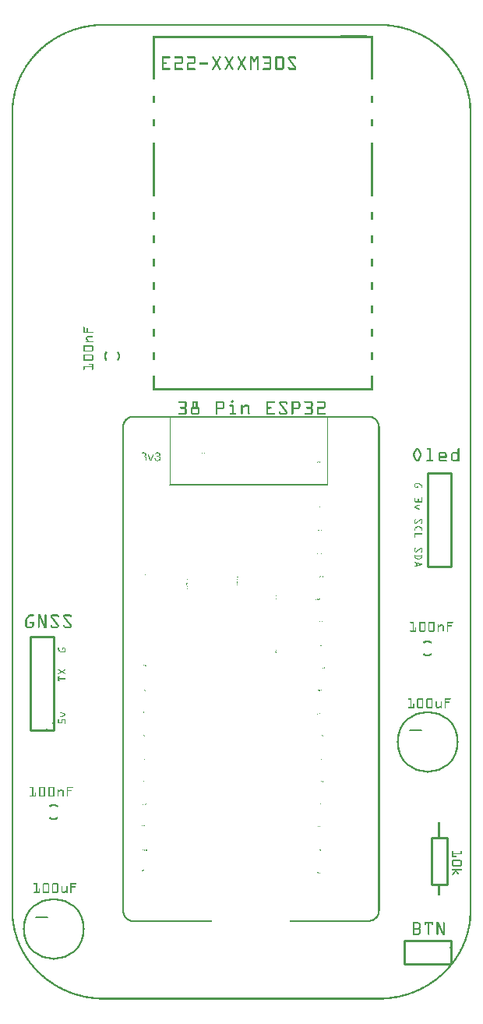
<source format=gto>
G04 MADE WITH FRITZING*
G04 WWW.FRITZING.ORG*
G04 DOUBLE SIDED*
G04 HOLES PLATED*
G04 CONTOUR ON CENTER OF CONTOUR VECTOR*
%ASAXBY*%
%FSLAX23Y23*%
%MOIN*%
%OFA0B0*%
%SFA1.0B1.0*%
%ADD10C,0.263906X0.247906*%
%ADD11R,0.112528X0.000000*%
%ADD12C,0.010000*%
%ADD13C,0.005701*%
%ADD14C,0.003725*%
%ADD15C,0.003723*%
%ADD16C,0.008000*%
%ADD17R,0.001000X0.001000*%
%LNSILK1*%
G90*
G70*
G54D10*
X180Y302D03*
X1780Y1102D03*
G54D11*
X1463Y4122D03*
G54D12*
X180Y1152D02*
X180Y1552D01*
D02*
X180Y1552D02*
X80Y1552D01*
D02*
X80Y1552D02*
X80Y1152D01*
D02*
X80Y1152D02*
X180Y1152D01*
G54D13*
D02*
X1351Y2204D02*
X677Y2204D01*
G54D14*
D02*
X677Y2204D02*
X677Y2492D01*
G54D15*
D02*
X1351Y2204D02*
X1351Y2492D01*
G54D12*
D02*
X1880Y252D02*
X1680Y252D01*
D02*
X1680Y252D02*
X1680Y152D01*
D02*
X1680Y152D02*
X1880Y152D01*
D02*
X1880Y152D02*
X1880Y252D01*
D02*
X1780Y2252D02*
X1780Y1852D01*
D02*
X1780Y1852D02*
X1880Y1852D01*
D02*
X1880Y1852D02*
X1880Y2252D01*
D02*
X1880Y2252D02*
X1780Y2252D01*
G54D16*
D02*
X155Y352D02*
X105Y352D01*
D02*
X1755Y1152D02*
X1705Y1152D01*
G54D12*
D02*
X1863Y693D02*
X1863Y493D01*
D02*
X1863Y493D02*
X1797Y493D01*
D02*
X1797Y493D02*
X1797Y693D01*
D02*
X1797Y693D02*
X1863Y693D01*
G54D17*
X376Y4173D02*
X1591Y4173D01*
X361Y4172D02*
X1606Y4172D01*
X351Y4171D02*
X1616Y4171D01*
X342Y4170D02*
X1625Y4170D01*
X335Y4169D02*
X1632Y4169D01*
X329Y4168D02*
X1638Y4168D01*
X323Y4167D02*
X1644Y4167D01*
X317Y4166D02*
X1650Y4166D01*
X313Y4165D02*
X375Y4165D01*
X1592Y4165D02*
X1654Y4165D01*
X308Y4164D02*
X360Y4164D01*
X1607Y4164D02*
X1659Y4164D01*
X303Y4163D02*
X350Y4163D01*
X1617Y4163D02*
X1664Y4163D01*
X299Y4162D02*
X342Y4162D01*
X1625Y4162D02*
X1668Y4162D01*
X295Y4161D02*
X334Y4161D01*
X1633Y4161D02*
X1672Y4161D01*
X291Y4160D02*
X328Y4160D01*
X1639Y4160D02*
X1676Y4160D01*
X287Y4159D02*
X322Y4159D01*
X1645Y4159D02*
X1680Y4159D01*
X284Y4158D02*
X317Y4158D01*
X1650Y4158D02*
X1683Y4158D01*
X280Y4157D02*
X312Y4157D01*
X1655Y4157D02*
X1687Y4157D01*
X277Y4156D02*
X307Y4156D01*
X1660Y4156D02*
X1690Y4156D01*
X274Y4155D02*
X303Y4155D01*
X1664Y4155D02*
X1693Y4155D01*
X271Y4154D02*
X299Y4154D01*
X1668Y4154D02*
X1696Y4154D01*
X268Y4153D02*
X295Y4153D01*
X1672Y4153D02*
X1699Y4153D01*
X265Y4152D02*
X291Y4152D01*
X1676Y4152D02*
X1702Y4152D01*
X262Y4151D02*
X287Y4151D01*
X1680Y4151D02*
X1705Y4151D01*
X259Y4150D02*
X284Y4150D01*
X1683Y4150D02*
X1708Y4150D01*
X256Y4149D02*
X280Y4149D01*
X1687Y4149D02*
X1711Y4149D01*
X253Y4148D02*
X277Y4148D01*
X1690Y4148D02*
X1714Y4148D01*
X251Y4147D02*
X274Y4147D01*
X1693Y4147D02*
X1716Y4147D01*
X248Y4146D02*
X271Y4146D01*
X1696Y4146D02*
X1719Y4146D01*
X245Y4145D02*
X268Y4145D01*
X1699Y4145D02*
X1722Y4145D01*
X243Y4144D02*
X264Y4144D01*
X1703Y4144D02*
X1724Y4144D01*
X240Y4143D02*
X261Y4143D01*
X1706Y4143D02*
X1727Y4143D01*
X238Y4142D02*
X259Y4142D01*
X1708Y4142D02*
X1729Y4142D01*
X236Y4141D02*
X256Y4141D01*
X1711Y4141D02*
X1731Y4141D01*
X233Y4140D02*
X253Y4140D01*
X1714Y4140D02*
X1734Y4140D01*
X231Y4139D02*
X251Y4139D01*
X1716Y4139D02*
X1736Y4139D01*
X229Y4138D02*
X248Y4138D01*
X1719Y4138D02*
X1738Y4138D01*
X226Y4137D02*
X245Y4137D01*
X1722Y4137D02*
X1741Y4137D01*
X224Y4136D02*
X243Y4136D01*
X1724Y4136D02*
X1743Y4136D01*
X222Y4135D02*
X241Y4135D01*
X1726Y4135D02*
X1745Y4135D01*
X220Y4134D02*
X238Y4134D01*
X1729Y4134D02*
X1747Y4134D01*
X218Y4133D02*
X236Y4133D01*
X1731Y4133D02*
X1749Y4133D01*
X216Y4132D02*
X234Y4132D01*
X1733Y4132D02*
X1751Y4132D01*
X214Y4131D02*
X231Y4131D01*
X1736Y4131D02*
X1753Y4131D01*
X212Y4130D02*
X229Y4130D01*
X1738Y4130D02*
X1755Y4130D01*
X210Y4129D02*
X227Y4129D01*
X1740Y4129D02*
X1757Y4129D01*
X208Y4128D02*
X225Y4128D01*
X1742Y4128D02*
X1759Y4128D01*
X206Y4127D02*
X223Y4127D01*
X1744Y4127D02*
X1761Y4127D01*
X204Y4126D02*
X221Y4126D01*
X1746Y4126D02*
X1763Y4126D01*
X202Y4125D02*
X219Y4125D01*
X1748Y4125D02*
X1765Y4125D01*
X200Y4124D02*
X217Y4124D01*
X1750Y4124D02*
X1767Y4124D01*
X199Y4123D02*
X215Y4123D01*
X1752Y4123D02*
X1768Y4123D01*
X197Y4122D02*
X212Y4122D01*
X603Y4122D02*
X1547Y4122D01*
X1755Y4122D02*
X1770Y4122D01*
X195Y4121D02*
X210Y4121D01*
X603Y4121D02*
X1547Y4121D01*
X1757Y4121D02*
X1772Y4121D01*
X193Y4120D02*
X209Y4120D01*
X603Y4120D02*
X1547Y4120D01*
X1758Y4120D02*
X1774Y4120D01*
X191Y4119D02*
X207Y4119D01*
X603Y4119D02*
X1547Y4119D01*
X1760Y4119D02*
X1776Y4119D01*
X190Y4118D02*
X205Y4118D01*
X603Y4118D02*
X1547Y4118D01*
X1762Y4118D02*
X1777Y4118D01*
X188Y4117D02*
X203Y4117D01*
X603Y4117D02*
X1547Y4117D01*
X1764Y4117D02*
X1779Y4117D01*
X186Y4116D02*
X201Y4116D01*
X603Y4116D02*
X1547Y4116D01*
X1766Y4116D02*
X1781Y4116D01*
X185Y4115D02*
X199Y4115D01*
X603Y4115D02*
X1547Y4115D01*
X1768Y4115D02*
X1782Y4115D01*
X183Y4114D02*
X198Y4114D01*
X603Y4114D02*
X1547Y4114D01*
X1769Y4114D02*
X1784Y4114D01*
X182Y4113D02*
X196Y4113D01*
X603Y4113D02*
X1547Y4113D01*
X1771Y4113D02*
X1785Y4113D01*
X180Y4112D02*
X194Y4112D01*
X603Y4112D02*
X612Y4112D01*
X1537Y4112D02*
X1547Y4112D01*
X1773Y4112D02*
X1787Y4112D01*
X178Y4111D02*
X192Y4111D01*
X603Y4111D02*
X612Y4111D01*
X1538Y4111D02*
X1547Y4111D01*
X1775Y4111D02*
X1789Y4111D01*
X177Y4110D02*
X191Y4110D01*
X603Y4110D02*
X612Y4110D01*
X1538Y4110D02*
X1547Y4110D01*
X1776Y4110D02*
X1790Y4110D01*
X175Y4109D02*
X189Y4109D01*
X603Y4109D02*
X612Y4109D01*
X1538Y4109D02*
X1547Y4109D01*
X1778Y4109D02*
X1792Y4109D01*
X173Y4108D02*
X187Y4108D01*
X603Y4108D02*
X612Y4108D01*
X1538Y4108D02*
X1547Y4108D01*
X1780Y4108D02*
X1794Y4108D01*
X172Y4107D02*
X186Y4107D01*
X603Y4107D02*
X612Y4107D01*
X1538Y4107D02*
X1547Y4107D01*
X1781Y4107D02*
X1795Y4107D01*
X171Y4106D02*
X184Y4106D01*
X603Y4106D02*
X612Y4106D01*
X1538Y4106D02*
X1547Y4106D01*
X1783Y4106D02*
X1796Y4106D01*
X169Y4105D02*
X183Y4105D01*
X603Y4105D02*
X612Y4105D01*
X1538Y4105D02*
X1547Y4105D01*
X1784Y4105D02*
X1798Y4105D01*
X168Y4104D02*
X181Y4104D01*
X603Y4104D02*
X612Y4104D01*
X1538Y4104D02*
X1547Y4104D01*
X1786Y4104D02*
X1799Y4104D01*
X166Y4103D02*
X179Y4103D01*
X603Y4103D02*
X612Y4103D01*
X1538Y4103D02*
X1547Y4103D01*
X1788Y4103D02*
X1801Y4103D01*
X165Y4102D02*
X178Y4102D01*
X603Y4102D02*
X612Y4102D01*
X1538Y4102D02*
X1547Y4102D01*
X1789Y4102D02*
X1802Y4102D01*
X163Y4101D02*
X176Y4101D01*
X603Y4101D02*
X612Y4101D01*
X1538Y4101D02*
X1547Y4101D01*
X1791Y4101D02*
X1804Y4101D01*
X162Y4100D02*
X175Y4100D01*
X603Y4100D02*
X612Y4100D01*
X1538Y4100D02*
X1547Y4100D01*
X1792Y4100D02*
X1805Y4100D01*
X160Y4099D02*
X173Y4099D01*
X603Y4099D02*
X612Y4099D01*
X1538Y4099D02*
X1547Y4099D01*
X1794Y4099D02*
X1807Y4099D01*
X159Y4098D02*
X172Y4098D01*
X603Y4098D02*
X612Y4098D01*
X1538Y4098D02*
X1547Y4098D01*
X1795Y4098D02*
X1808Y4098D01*
X157Y4097D02*
X170Y4097D01*
X603Y4097D02*
X612Y4097D01*
X1538Y4097D02*
X1547Y4097D01*
X1797Y4097D02*
X1810Y4097D01*
X156Y4096D02*
X169Y4096D01*
X603Y4096D02*
X612Y4096D01*
X1538Y4096D02*
X1547Y4096D01*
X1798Y4096D02*
X1811Y4096D01*
X155Y4095D02*
X167Y4095D01*
X603Y4095D02*
X612Y4095D01*
X1538Y4095D02*
X1547Y4095D01*
X1800Y4095D02*
X1812Y4095D01*
X153Y4094D02*
X166Y4094D01*
X603Y4094D02*
X612Y4094D01*
X1538Y4094D02*
X1547Y4094D01*
X1801Y4094D02*
X1814Y4094D01*
X152Y4093D02*
X165Y4093D01*
X603Y4093D02*
X612Y4093D01*
X1538Y4093D02*
X1547Y4093D01*
X1802Y4093D02*
X1815Y4093D01*
X151Y4092D02*
X163Y4092D01*
X603Y4092D02*
X612Y4092D01*
X1538Y4092D02*
X1547Y4092D01*
X1804Y4092D02*
X1816Y4092D01*
X149Y4091D02*
X162Y4091D01*
X603Y4091D02*
X612Y4091D01*
X1538Y4091D02*
X1547Y4091D01*
X1805Y4091D02*
X1818Y4091D01*
X148Y4090D02*
X160Y4090D01*
X603Y4090D02*
X612Y4090D01*
X1538Y4090D02*
X1547Y4090D01*
X1807Y4090D02*
X1819Y4090D01*
X147Y4089D02*
X159Y4089D01*
X603Y4089D02*
X612Y4089D01*
X1538Y4089D02*
X1547Y4089D01*
X1808Y4089D02*
X1820Y4089D01*
X145Y4088D02*
X158Y4088D01*
X603Y4088D02*
X612Y4088D01*
X1538Y4088D02*
X1547Y4088D01*
X1809Y4088D02*
X1822Y4088D01*
X144Y4087D02*
X156Y4087D01*
X603Y4087D02*
X612Y4087D01*
X1538Y4087D02*
X1547Y4087D01*
X1811Y4087D02*
X1823Y4087D01*
X143Y4086D02*
X155Y4086D01*
X603Y4086D02*
X612Y4086D01*
X1538Y4086D02*
X1547Y4086D01*
X1812Y4086D02*
X1824Y4086D01*
X142Y4085D02*
X154Y4085D01*
X603Y4085D02*
X612Y4085D01*
X1538Y4085D02*
X1547Y4085D01*
X1813Y4085D02*
X1825Y4085D01*
X141Y4084D02*
X152Y4084D01*
X603Y4084D02*
X612Y4084D01*
X1538Y4084D02*
X1547Y4084D01*
X1815Y4084D02*
X1826Y4084D01*
X139Y4083D02*
X151Y4083D01*
X603Y4083D02*
X612Y4083D01*
X1538Y4083D02*
X1547Y4083D01*
X1816Y4083D02*
X1828Y4083D01*
X138Y4082D02*
X150Y4082D01*
X603Y4082D02*
X612Y4082D01*
X1538Y4082D02*
X1547Y4082D01*
X1817Y4082D02*
X1829Y4082D01*
X137Y4081D02*
X148Y4081D01*
X603Y4081D02*
X612Y4081D01*
X1538Y4081D02*
X1547Y4081D01*
X1819Y4081D02*
X1830Y4081D01*
X136Y4080D02*
X147Y4080D01*
X603Y4080D02*
X612Y4080D01*
X1538Y4080D02*
X1547Y4080D01*
X1820Y4080D02*
X1831Y4080D01*
X134Y4079D02*
X146Y4079D01*
X603Y4079D02*
X612Y4079D01*
X1538Y4079D02*
X1547Y4079D01*
X1821Y4079D02*
X1833Y4079D01*
X133Y4078D02*
X145Y4078D01*
X603Y4078D02*
X612Y4078D01*
X1538Y4078D02*
X1547Y4078D01*
X1822Y4078D02*
X1834Y4078D01*
X132Y4077D02*
X144Y4077D01*
X603Y4077D02*
X612Y4077D01*
X1538Y4077D02*
X1547Y4077D01*
X1823Y4077D02*
X1835Y4077D01*
X131Y4076D02*
X142Y4076D01*
X603Y4076D02*
X612Y4076D01*
X1538Y4076D02*
X1547Y4076D01*
X1825Y4076D02*
X1836Y4076D01*
X130Y4075D02*
X141Y4075D01*
X603Y4075D02*
X612Y4075D01*
X1538Y4075D02*
X1547Y4075D01*
X1826Y4075D02*
X1837Y4075D01*
X129Y4074D02*
X140Y4074D01*
X603Y4074D02*
X612Y4074D01*
X1538Y4074D02*
X1547Y4074D01*
X1827Y4074D02*
X1838Y4074D01*
X127Y4073D02*
X139Y4073D01*
X603Y4073D02*
X612Y4073D01*
X1538Y4073D02*
X1547Y4073D01*
X1828Y4073D02*
X1840Y4073D01*
X126Y4072D02*
X138Y4072D01*
X603Y4072D02*
X612Y4072D01*
X1538Y4072D02*
X1547Y4072D01*
X1829Y4072D02*
X1841Y4072D01*
X125Y4071D02*
X136Y4071D01*
X603Y4071D02*
X612Y4071D01*
X1538Y4071D02*
X1547Y4071D01*
X1831Y4071D02*
X1842Y4071D01*
X124Y4070D02*
X135Y4070D01*
X603Y4070D02*
X612Y4070D01*
X1538Y4070D02*
X1547Y4070D01*
X1832Y4070D02*
X1843Y4070D01*
X123Y4069D02*
X134Y4069D01*
X603Y4069D02*
X612Y4069D01*
X1538Y4069D02*
X1547Y4069D01*
X1833Y4069D02*
X1844Y4069D01*
X122Y4068D02*
X133Y4068D01*
X603Y4068D02*
X612Y4068D01*
X1538Y4068D02*
X1547Y4068D01*
X1834Y4068D02*
X1845Y4068D01*
X121Y4067D02*
X132Y4067D01*
X603Y4067D02*
X612Y4067D01*
X1538Y4067D02*
X1547Y4067D01*
X1835Y4067D02*
X1846Y4067D01*
X120Y4066D02*
X131Y4066D01*
X603Y4066D02*
X612Y4066D01*
X1538Y4066D02*
X1547Y4066D01*
X1836Y4066D02*
X1847Y4066D01*
X119Y4065D02*
X130Y4065D01*
X603Y4065D02*
X612Y4065D01*
X1538Y4065D02*
X1547Y4065D01*
X1837Y4065D02*
X1848Y4065D01*
X118Y4064D02*
X128Y4064D01*
X603Y4064D02*
X612Y4064D01*
X1538Y4064D02*
X1547Y4064D01*
X1839Y4064D02*
X1849Y4064D01*
X116Y4063D02*
X127Y4063D01*
X603Y4063D02*
X612Y4063D01*
X1538Y4063D02*
X1547Y4063D01*
X1840Y4063D02*
X1851Y4063D01*
X115Y4062D02*
X126Y4062D01*
X603Y4062D02*
X612Y4062D01*
X1538Y4062D02*
X1547Y4062D01*
X1841Y4062D02*
X1852Y4062D01*
X114Y4061D02*
X125Y4061D01*
X603Y4061D02*
X612Y4061D01*
X1538Y4061D02*
X1547Y4061D01*
X1842Y4061D02*
X1853Y4061D01*
X113Y4060D02*
X124Y4060D01*
X603Y4060D02*
X612Y4060D01*
X1538Y4060D02*
X1547Y4060D01*
X1843Y4060D02*
X1854Y4060D01*
X112Y4059D02*
X123Y4059D01*
X603Y4059D02*
X612Y4059D01*
X1538Y4059D02*
X1547Y4059D01*
X1844Y4059D02*
X1855Y4059D01*
X111Y4058D02*
X122Y4058D01*
X603Y4058D02*
X612Y4058D01*
X1538Y4058D02*
X1547Y4058D01*
X1845Y4058D02*
X1856Y4058D01*
X110Y4057D02*
X121Y4057D01*
X603Y4057D02*
X612Y4057D01*
X1538Y4057D02*
X1547Y4057D01*
X1846Y4057D02*
X1857Y4057D01*
X109Y4056D02*
X120Y4056D01*
X603Y4056D02*
X612Y4056D01*
X1538Y4056D02*
X1547Y4056D01*
X1847Y4056D02*
X1858Y4056D01*
X108Y4055D02*
X119Y4055D01*
X603Y4055D02*
X612Y4055D01*
X1538Y4055D02*
X1547Y4055D01*
X1848Y4055D02*
X1859Y4055D01*
X107Y4054D02*
X118Y4054D01*
X603Y4054D02*
X612Y4054D01*
X1538Y4054D02*
X1547Y4054D01*
X1849Y4054D02*
X1860Y4054D01*
X106Y4053D02*
X117Y4053D01*
X603Y4053D02*
X612Y4053D01*
X1538Y4053D02*
X1547Y4053D01*
X1850Y4053D02*
X1861Y4053D01*
X105Y4052D02*
X116Y4052D01*
X603Y4052D02*
X612Y4052D01*
X1538Y4052D02*
X1547Y4052D01*
X1851Y4052D02*
X1862Y4052D01*
X104Y4051D02*
X115Y4051D01*
X603Y4051D02*
X612Y4051D01*
X1538Y4051D02*
X1547Y4051D01*
X1852Y4051D02*
X1863Y4051D01*
X103Y4050D02*
X114Y4050D01*
X603Y4050D02*
X612Y4050D01*
X1538Y4050D02*
X1547Y4050D01*
X1853Y4050D02*
X1864Y4050D01*
X103Y4049D02*
X113Y4049D01*
X603Y4049D02*
X612Y4049D01*
X1538Y4049D02*
X1547Y4049D01*
X1854Y4049D02*
X1864Y4049D01*
X102Y4048D02*
X112Y4048D01*
X603Y4048D02*
X612Y4048D01*
X1538Y4048D02*
X1547Y4048D01*
X1855Y4048D02*
X1865Y4048D01*
X101Y4047D02*
X111Y4047D01*
X603Y4047D02*
X612Y4047D01*
X1538Y4047D02*
X1547Y4047D01*
X1856Y4047D02*
X1866Y4047D01*
X100Y4046D02*
X110Y4046D01*
X603Y4046D02*
X612Y4046D01*
X1538Y4046D02*
X1547Y4046D01*
X1857Y4046D02*
X1867Y4046D01*
X99Y4045D02*
X109Y4045D01*
X603Y4045D02*
X612Y4045D01*
X1538Y4045D02*
X1547Y4045D01*
X1858Y4045D02*
X1868Y4045D01*
X98Y4044D02*
X108Y4044D01*
X603Y4044D02*
X612Y4044D01*
X1538Y4044D02*
X1547Y4044D01*
X1859Y4044D02*
X1869Y4044D01*
X97Y4043D02*
X107Y4043D01*
X603Y4043D02*
X612Y4043D01*
X1538Y4043D02*
X1547Y4043D01*
X1860Y4043D02*
X1870Y4043D01*
X96Y4042D02*
X106Y4042D01*
X603Y4042D02*
X612Y4042D01*
X1538Y4042D02*
X1547Y4042D01*
X1861Y4042D02*
X1871Y4042D01*
X95Y4041D02*
X105Y4041D01*
X603Y4041D02*
X612Y4041D01*
X1538Y4041D02*
X1547Y4041D01*
X1862Y4041D02*
X1872Y4041D01*
X94Y4040D02*
X104Y4040D01*
X603Y4040D02*
X612Y4040D01*
X1538Y4040D02*
X1547Y4040D01*
X1863Y4040D02*
X1873Y4040D01*
X93Y4039D02*
X103Y4039D01*
X603Y4039D02*
X612Y4039D01*
X1538Y4039D02*
X1547Y4039D01*
X1864Y4039D02*
X1874Y4039D01*
X93Y4038D02*
X102Y4038D01*
X603Y4038D02*
X612Y4038D01*
X1538Y4038D02*
X1547Y4038D01*
X1865Y4038D02*
X1874Y4038D01*
X92Y4037D02*
X101Y4037D01*
X603Y4037D02*
X612Y4037D01*
X1538Y4037D02*
X1547Y4037D01*
X1866Y4037D02*
X1875Y4037D01*
X91Y4036D02*
X101Y4036D01*
X603Y4036D02*
X612Y4036D01*
X1538Y4036D02*
X1547Y4036D01*
X1866Y4036D02*
X1876Y4036D01*
X90Y4035D02*
X100Y4035D01*
X603Y4035D02*
X612Y4035D01*
X643Y4035D02*
X676Y4035D01*
X700Y4035D02*
X727Y4035D01*
X754Y4035D02*
X780Y4035D01*
X862Y4035D02*
X862Y4035D01*
X891Y4035D02*
X892Y4035D01*
X915Y4035D02*
X916Y4035D01*
X945Y4035D02*
X946Y4035D01*
X969Y4035D02*
X970Y4035D01*
X999Y4035D02*
X1000Y4035D01*
X1021Y4035D02*
X1029Y4035D01*
X1048Y4035D02*
X1056Y4035D01*
X1077Y4035D02*
X1104Y4035D01*
X1135Y4035D02*
X1158Y4035D01*
X1189Y4035D02*
X1210Y4035D01*
X1538Y4035D02*
X1547Y4035D01*
X1867Y4035D02*
X1877Y4035D01*
X89Y4034D02*
X99Y4034D01*
X603Y4034D02*
X612Y4034D01*
X643Y4034D02*
X678Y4034D01*
X698Y4034D02*
X729Y4034D01*
X752Y4034D02*
X783Y4034D01*
X860Y4034D02*
X864Y4034D01*
X889Y4034D02*
X894Y4034D01*
X914Y4034D02*
X918Y4034D01*
X943Y4034D02*
X948Y4034D01*
X968Y4034D02*
X972Y4034D01*
X997Y4034D02*
X1001Y4034D01*
X1020Y4034D02*
X1030Y4034D01*
X1047Y4034D02*
X1057Y4034D01*
X1075Y4034D02*
X1107Y4034D01*
X1132Y4034D02*
X1161Y4034D01*
X1187Y4034D02*
X1213Y4034D01*
X1538Y4034D02*
X1547Y4034D01*
X1868Y4034D02*
X1878Y4034D01*
X88Y4033D02*
X98Y4033D01*
X603Y4033D02*
X612Y4033D01*
X643Y4033D02*
X678Y4033D01*
X697Y4033D02*
X730Y4033D01*
X751Y4033D02*
X784Y4033D01*
X859Y4033D02*
X865Y4033D01*
X888Y4033D02*
X894Y4033D01*
X913Y4033D02*
X919Y4033D01*
X942Y4033D02*
X948Y4033D01*
X967Y4033D02*
X973Y4033D01*
X996Y4033D02*
X1002Y4033D01*
X1020Y4033D02*
X1030Y4033D01*
X1047Y4033D02*
X1057Y4033D01*
X1075Y4033D02*
X1108Y4033D01*
X1131Y4033D02*
X1162Y4033D01*
X1185Y4033D02*
X1214Y4033D01*
X1538Y4033D02*
X1547Y4033D01*
X1869Y4033D02*
X1879Y4033D01*
X87Y4032D02*
X97Y4032D01*
X603Y4032D02*
X612Y4032D01*
X643Y4032D02*
X679Y4032D01*
X697Y4032D02*
X731Y4032D01*
X751Y4032D02*
X785Y4032D01*
X859Y4032D02*
X865Y4032D01*
X888Y4032D02*
X895Y4032D01*
X913Y4032D02*
X919Y4032D01*
X942Y4032D02*
X949Y4032D01*
X966Y4032D02*
X973Y4032D01*
X996Y4032D02*
X1003Y4032D01*
X1020Y4032D02*
X1031Y4032D01*
X1046Y4032D02*
X1057Y4032D01*
X1074Y4032D02*
X1109Y4032D01*
X1130Y4032D02*
X1163Y4032D01*
X1184Y4032D02*
X1216Y4032D01*
X1538Y4032D02*
X1547Y4032D01*
X1870Y4032D02*
X1880Y4032D01*
X87Y4031D02*
X96Y4031D01*
X603Y4031D02*
X612Y4031D01*
X643Y4031D02*
X679Y4031D01*
X697Y4031D02*
X732Y4031D01*
X751Y4031D02*
X786Y4031D01*
X858Y4031D02*
X866Y4031D01*
X887Y4031D02*
X895Y4031D01*
X912Y4031D02*
X920Y4031D01*
X941Y4031D02*
X949Y4031D01*
X966Y4031D02*
X974Y4031D01*
X995Y4031D02*
X1003Y4031D01*
X1020Y4031D02*
X1032Y4031D01*
X1045Y4031D02*
X1057Y4031D01*
X1074Y4031D02*
X1110Y4031D01*
X1129Y4031D02*
X1164Y4031D01*
X1183Y4031D02*
X1216Y4031D01*
X1538Y4031D02*
X1547Y4031D01*
X1871Y4031D02*
X1880Y4031D01*
X86Y4030D02*
X95Y4030D01*
X603Y4030D02*
X612Y4030D01*
X643Y4030D02*
X679Y4030D01*
X697Y4030D02*
X732Y4030D01*
X751Y4030D02*
X786Y4030D01*
X859Y4030D02*
X866Y4030D01*
X887Y4030D02*
X894Y4030D01*
X913Y4030D02*
X920Y4030D01*
X941Y4030D02*
X948Y4030D01*
X967Y4030D02*
X974Y4030D01*
X995Y4030D02*
X1002Y4030D01*
X1020Y4030D02*
X1032Y4030D01*
X1045Y4030D02*
X1057Y4030D01*
X1075Y4030D02*
X1110Y4030D01*
X1129Y4030D02*
X1164Y4030D01*
X1183Y4030D02*
X1217Y4030D01*
X1538Y4030D02*
X1547Y4030D01*
X1872Y4030D02*
X1881Y4030D01*
X85Y4029D02*
X94Y4029D01*
X603Y4029D02*
X612Y4029D01*
X643Y4029D02*
X678Y4029D01*
X697Y4029D02*
X733Y4029D01*
X751Y4029D02*
X787Y4029D01*
X859Y4029D02*
X867Y4029D01*
X886Y4029D02*
X894Y4029D01*
X913Y4029D02*
X921Y4029D01*
X940Y4029D02*
X948Y4029D01*
X967Y4029D02*
X975Y4029D01*
X994Y4029D02*
X1002Y4029D01*
X1020Y4029D02*
X1033Y4029D01*
X1044Y4029D02*
X1057Y4029D01*
X1075Y4029D02*
X1110Y4029D01*
X1128Y4029D02*
X1164Y4029D01*
X1183Y4029D02*
X1218Y4029D01*
X1538Y4029D02*
X1547Y4029D01*
X1873Y4029D02*
X1882Y4029D01*
X84Y4028D02*
X93Y4028D01*
X603Y4028D02*
X612Y4028D01*
X643Y4028D02*
X677Y4028D01*
X699Y4028D02*
X733Y4028D01*
X753Y4028D02*
X787Y4028D01*
X860Y4028D02*
X868Y4028D01*
X886Y4028D02*
X893Y4028D01*
X914Y4028D02*
X922Y4028D01*
X940Y4028D02*
X947Y4028D01*
X968Y4028D02*
X975Y4028D01*
X993Y4028D02*
X1001Y4028D01*
X1020Y4028D02*
X1034Y4028D01*
X1043Y4028D02*
X1057Y4028D01*
X1076Y4028D02*
X1111Y4028D01*
X1128Y4028D02*
X1165Y4028D01*
X1182Y4028D02*
X1218Y4028D01*
X1538Y4028D02*
X1547Y4028D01*
X1874Y4028D02*
X1883Y4028D01*
X83Y4027D02*
X93Y4027D01*
X603Y4027D02*
X612Y4027D01*
X643Y4027D02*
X649Y4027D01*
X726Y4027D02*
X733Y4027D01*
X780Y4027D02*
X787Y4027D01*
X860Y4027D02*
X868Y4027D01*
X885Y4027D02*
X893Y4027D01*
X914Y4027D02*
X922Y4027D01*
X939Y4027D02*
X947Y4027D01*
X968Y4027D02*
X976Y4027D01*
X993Y4027D02*
X1001Y4027D01*
X1020Y4027D02*
X1034Y4027D01*
X1042Y4027D02*
X1057Y4027D01*
X1104Y4027D02*
X1111Y4027D01*
X1128Y4027D02*
X1135Y4027D01*
X1158Y4027D02*
X1165Y4027D01*
X1182Y4027D02*
X1189Y4027D01*
X1211Y4027D02*
X1218Y4027D01*
X1538Y4027D02*
X1547Y4027D01*
X1874Y4027D02*
X1884Y4027D01*
X83Y4026D02*
X92Y4026D01*
X603Y4026D02*
X612Y4026D01*
X643Y4026D02*
X649Y4026D01*
X726Y4026D02*
X733Y4026D01*
X780Y4026D02*
X787Y4026D01*
X861Y4026D02*
X869Y4026D01*
X884Y4026D02*
X892Y4026D01*
X915Y4026D02*
X923Y4026D01*
X938Y4026D02*
X946Y4026D01*
X969Y4026D02*
X977Y4026D01*
X992Y4026D02*
X1000Y4026D01*
X1020Y4026D02*
X1035Y4026D01*
X1042Y4026D02*
X1057Y4026D01*
X1104Y4026D02*
X1111Y4026D01*
X1128Y4026D02*
X1135Y4026D01*
X1158Y4026D02*
X1165Y4026D01*
X1182Y4026D02*
X1189Y4026D01*
X1212Y4026D02*
X1218Y4026D01*
X1538Y4026D02*
X1547Y4026D01*
X1875Y4026D02*
X1884Y4026D01*
X82Y4025D02*
X91Y4025D01*
X603Y4025D02*
X612Y4025D01*
X643Y4025D02*
X649Y4025D01*
X726Y4025D02*
X733Y4025D01*
X780Y4025D02*
X787Y4025D01*
X861Y4025D02*
X869Y4025D01*
X884Y4025D02*
X892Y4025D01*
X915Y4025D02*
X923Y4025D01*
X938Y4025D02*
X946Y4025D01*
X969Y4025D02*
X977Y4025D01*
X992Y4025D02*
X1000Y4025D01*
X1020Y4025D02*
X1036Y4025D01*
X1041Y4025D02*
X1057Y4025D01*
X1104Y4025D02*
X1111Y4025D01*
X1128Y4025D02*
X1135Y4025D01*
X1158Y4025D02*
X1165Y4025D01*
X1182Y4025D02*
X1190Y4025D01*
X1212Y4025D02*
X1219Y4025D01*
X1538Y4025D02*
X1547Y4025D01*
X1876Y4025D02*
X1885Y4025D01*
X81Y4024D02*
X90Y4024D01*
X603Y4024D02*
X612Y4024D01*
X643Y4024D02*
X649Y4024D01*
X726Y4024D02*
X733Y4024D01*
X780Y4024D02*
X787Y4024D01*
X862Y4024D02*
X870Y4024D01*
X883Y4024D02*
X891Y4024D01*
X916Y4024D02*
X924Y4024D01*
X937Y4024D02*
X945Y4024D01*
X970Y4024D02*
X978Y4024D01*
X991Y4024D02*
X999Y4024D01*
X1020Y4024D02*
X1037Y4024D01*
X1040Y4024D02*
X1057Y4024D01*
X1104Y4024D02*
X1111Y4024D01*
X1128Y4024D02*
X1135Y4024D01*
X1158Y4024D02*
X1165Y4024D01*
X1183Y4024D02*
X1191Y4024D01*
X1212Y4024D02*
X1218Y4024D01*
X1538Y4024D02*
X1547Y4024D01*
X1877Y4024D02*
X1886Y4024D01*
X80Y4023D02*
X89Y4023D01*
X603Y4023D02*
X612Y4023D01*
X643Y4023D02*
X649Y4023D01*
X726Y4023D02*
X733Y4023D01*
X780Y4023D02*
X787Y4023D01*
X863Y4023D02*
X870Y4023D01*
X883Y4023D02*
X890Y4023D01*
X917Y4023D02*
X924Y4023D01*
X937Y4023D02*
X944Y4023D01*
X971Y4023D02*
X978Y4023D01*
X991Y4023D02*
X998Y4023D01*
X1020Y4023D02*
X1027Y4023D01*
X1029Y4023D02*
X1037Y4023D01*
X1040Y4023D02*
X1048Y4023D01*
X1050Y4023D02*
X1057Y4023D01*
X1104Y4023D02*
X1111Y4023D01*
X1128Y4023D02*
X1135Y4023D01*
X1158Y4023D02*
X1165Y4023D01*
X1183Y4023D02*
X1191Y4023D01*
X1213Y4023D02*
X1218Y4023D01*
X1538Y4023D02*
X1547Y4023D01*
X1878Y4023D02*
X1887Y4023D01*
X79Y4022D02*
X89Y4022D01*
X603Y4022D02*
X612Y4022D01*
X643Y4022D02*
X649Y4022D01*
X726Y4022D02*
X733Y4022D01*
X780Y4022D02*
X787Y4022D01*
X863Y4022D02*
X871Y4022D01*
X882Y4022D02*
X890Y4022D01*
X917Y4022D02*
X925Y4022D01*
X936Y4022D02*
X944Y4022D01*
X971Y4022D02*
X979Y4022D01*
X990Y4022D02*
X998Y4022D01*
X1020Y4022D02*
X1027Y4022D01*
X1030Y4022D02*
X1047Y4022D01*
X1050Y4022D02*
X1057Y4022D01*
X1104Y4022D02*
X1111Y4022D01*
X1128Y4022D02*
X1135Y4022D01*
X1158Y4022D02*
X1165Y4022D01*
X1184Y4022D02*
X1192Y4022D01*
X1213Y4022D02*
X1217Y4022D01*
X1538Y4022D02*
X1547Y4022D01*
X1878Y4022D02*
X1888Y4022D01*
X78Y4021D02*
X88Y4021D01*
X603Y4021D02*
X612Y4021D01*
X643Y4021D02*
X649Y4021D01*
X726Y4021D02*
X733Y4021D01*
X780Y4021D02*
X787Y4021D01*
X864Y4021D02*
X872Y4021D01*
X881Y4021D02*
X889Y4021D01*
X918Y4021D02*
X926Y4021D01*
X935Y4021D02*
X943Y4021D01*
X972Y4021D02*
X980Y4021D01*
X989Y4021D02*
X997Y4021D01*
X1020Y4021D02*
X1027Y4021D01*
X1030Y4021D02*
X1046Y4021D01*
X1050Y4021D02*
X1057Y4021D01*
X1104Y4021D02*
X1111Y4021D01*
X1128Y4021D02*
X1135Y4021D01*
X1158Y4021D02*
X1165Y4021D01*
X1184Y4021D02*
X1193Y4021D01*
X1538Y4021D02*
X1547Y4021D01*
X1879Y4021D02*
X1889Y4021D01*
X78Y4020D02*
X87Y4020D01*
X603Y4020D02*
X612Y4020D01*
X643Y4020D02*
X649Y4020D01*
X726Y4020D02*
X733Y4020D01*
X780Y4020D02*
X787Y4020D01*
X864Y4020D02*
X872Y4020D01*
X881Y4020D02*
X889Y4020D01*
X918Y4020D02*
X926Y4020D01*
X935Y4020D02*
X943Y4020D01*
X972Y4020D02*
X980Y4020D01*
X989Y4020D02*
X997Y4020D01*
X1020Y4020D02*
X1027Y4020D01*
X1031Y4020D02*
X1046Y4020D01*
X1050Y4020D02*
X1057Y4020D01*
X1104Y4020D02*
X1111Y4020D01*
X1128Y4020D02*
X1135Y4020D01*
X1158Y4020D02*
X1165Y4020D01*
X1185Y4020D02*
X1194Y4020D01*
X1538Y4020D02*
X1547Y4020D01*
X1880Y4020D02*
X1889Y4020D01*
X77Y4019D02*
X86Y4019D01*
X603Y4019D02*
X612Y4019D01*
X643Y4019D02*
X649Y4019D01*
X726Y4019D02*
X733Y4019D01*
X780Y4019D02*
X787Y4019D01*
X865Y4019D02*
X873Y4019D01*
X880Y4019D02*
X888Y4019D01*
X919Y4019D02*
X927Y4019D01*
X934Y4019D02*
X942Y4019D01*
X973Y4019D02*
X981Y4019D01*
X988Y4019D02*
X996Y4019D01*
X1020Y4019D02*
X1027Y4019D01*
X1032Y4019D02*
X1045Y4019D01*
X1050Y4019D02*
X1057Y4019D01*
X1104Y4019D02*
X1111Y4019D01*
X1128Y4019D02*
X1135Y4019D01*
X1158Y4019D02*
X1165Y4019D01*
X1186Y4019D02*
X1194Y4019D01*
X1538Y4019D02*
X1547Y4019D01*
X1881Y4019D02*
X1890Y4019D01*
X76Y4018D02*
X85Y4018D01*
X603Y4018D02*
X612Y4018D01*
X643Y4018D02*
X649Y4018D01*
X726Y4018D02*
X733Y4018D01*
X780Y4018D02*
X787Y4018D01*
X866Y4018D02*
X873Y4018D01*
X880Y4018D02*
X888Y4018D01*
X920Y4018D02*
X927Y4018D01*
X934Y4018D02*
X941Y4018D01*
X973Y4018D02*
X981Y4018D01*
X988Y4018D02*
X995Y4018D01*
X1020Y4018D02*
X1027Y4018D01*
X1032Y4018D02*
X1044Y4018D01*
X1050Y4018D02*
X1057Y4018D01*
X1104Y4018D02*
X1111Y4018D01*
X1128Y4018D02*
X1135Y4018D01*
X1158Y4018D02*
X1165Y4018D01*
X1187Y4018D02*
X1195Y4018D01*
X1538Y4018D02*
X1547Y4018D01*
X1882Y4018D02*
X1891Y4018D01*
X75Y4017D02*
X84Y4017D01*
X603Y4017D02*
X612Y4017D01*
X643Y4017D02*
X649Y4017D01*
X726Y4017D02*
X733Y4017D01*
X780Y4017D02*
X787Y4017D01*
X866Y4017D02*
X874Y4017D01*
X879Y4017D02*
X887Y4017D01*
X920Y4017D02*
X928Y4017D01*
X933Y4017D02*
X941Y4017D01*
X974Y4017D02*
X982Y4017D01*
X987Y4017D02*
X995Y4017D01*
X1020Y4017D02*
X1027Y4017D01*
X1033Y4017D02*
X1044Y4017D01*
X1050Y4017D02*
X1057Y4017D01*
X1104Y4017D02*
X1111Y4017D01*
X1128Y4017D02*
X1135Y4017D01*
X1158Y4017D02*
X1165Y4017D01*
X1187Y4017D02*
X1196Y4017D01*
X1538Y4017D02*
X1547Y4017D01*
X1883Y4017D02*
X1891Y4017D01*
X75Y4016D02*
X84Y4016D01*
X603Y4016D02*
X612Y4016D01*
X643Y4016D02*
X649Y4016D01*
X726Y4016D02*
X733Y4016D01*
X780Y4016D02*
X787Y4016D01*
X867Y4016D02*
X875Y4016D01*
X879Y4016D02*
X886Y4016D01*
X921Y4016D02*
X929Y4016D01*
X933Y4016D02*
X940Y4016D01*
X975Y4016D02*
X983Y4016D01*
X986Y4016D02*
X994Y4016D01*
X1020Y4016D02*
X1027Y4016D01*
X1034Y4016D02*
X1043Y4016D01*
X1050Y4016D02*
X1057Y4016D01*
X1104Y4016D02*
X1111Y4016D01*
X1128Y4016D02*
X1135Y4016D01*
X1158Y4016D02*
X1165Y4016D01*
X1188Y4016D02*
X1197Y4016D01*
X1538Y4016D02*
X1547Y4016D01*
X1883Y4016D02*
X1892Y4016D01*
X74Y4015D02*
X83Y4015D01*
X603Y4015D02*
X612Y4015D01*
X643Y4015D02*
X649Y4015D01*
X726Y4015D02*
X733Y4015D01*
X780Y4015D02*
X787Y4015D01*
X867Y4015D02*
X875Y4015D01*
X878Y4015D02*
X886Y4015D01*
X921Y4015D02*
X929Y4015D01*
X932Y4015D02*
X940Y4015D01*
X975Y4015D02*
X983Y4015D01*
X986Y4015D02*
X994Y4015D01*
X1020Y4015D02*
X1027Y4015D01*
X1035Y4015D02*
X1042Y4015D01*
X1050Y4015D02*
X1057Y4015D01*
X1104Y4015D02*
X1111Y4015D01*
X1128Y4015D02*
X1135Y4015D01*
X1158Y4015D02*
X1165Y4015D01*
X1189Y4015D02*
X1198Y4015D01*
X1538Y4015D02*
X1547Y4015D01*
X1884Y4015D02*
X1893Y4015D01*
X73Y4014D02*
X82Y4014D01*
X603Y4014D02*
X612Y4014D01*
X643Y4014D02*
X649Y4014D01*
X726Y4014D02*
X733Y4014D01*
X780Y4014D02*
X787Y4014D01*
X868Y4014D02*
X885Y4014D01*
X922Y4014D02*
X939Y4014D01*
X976Y4014D02*
X993Y4014D01*
X1020Y4014D02*
X1027Y4014D01*
X1035Y4014D02*
X1042Y4014D01*
X1050Y4014D02*
X1057Y4014D01*
X1104Y4014D02*
X1111Y4014D01*
X1128Y4014D02*
X1135Y4014D01*
X1158Y4014D02*
X1165Y4014D01*
X1190Y4014D02*
X1198Y4014D01*
X1538Y4014D02*
X1547Y4014D01*
X1885Y4014D02*
X1894Y4014D01*
X73Y4013D02*
X81Y4013D01*
X603Y4013D02*
X612Y4013D01*
X643Y4013D02*
X649Y4013D01*
X726Y4013D02*
X733Y4013D01*
X780Y4013D02*
X787Y4013D01*
X868Y4013D02*
X885Y4013D01*
X922Y4013D02*
X939Y4013D01*
X976Y4013D02*
X993Y4013D01*
X1020Y4013D02*
X1027Y4013D01*
X1035Y4013D02*
X1042Y4013D01*
X1050Y4013D02*
X1057Y4013D01*
X1104Y4013D02*
X1111Y4013D01*
X1128Y4013D02*
X1135Y4013D01*
X1158Y4013D02*
X1165Y4013D01*
X1190Y4013D02*
X1199Y4013D01*
X1538Y4013D02*
X1547Y4013D01*
X1886Y4013D02*
X1894Y4013D01*
X72Y4012D02*
X81Y4012D01*
X603Y4012D02*
X612Y4012D01*
X643Y4012D02*
X649Y4012D01*
X726Y4012D02*
X733Y4012D01*
X780Y4012D02*
X787Y4012D01*
X869Y4012D02*
X884Y4012D01*
X923Y4012D02*
X938Y4012D01*
X977Y4012D02*
X992Y4012D01*
X1020Y4012D02*
X1027Y4012D01*
X1035Y4012D02*
X1042Y4012D01*
X1050Y4012D02*
X1057Y4012D01*
X1104Y4012D02*
X1110Y4012D01*
X1128Y4012D02*
X1135Y4012D01*
X1158Y4012D02*
X1165Y4012D01*
X1191Y4012D02*
X1200Y4012D01*
X1538Y4012D02*
X1547Y4012D01*
X1886Y4012D02*
X1895Y4012D01*
X71Y4011D02*
X80Y4011D01*
X603Y4011D02*
X612Y4011D01*
X643Y4011D02*
X649Y4011D01*
X726Y4011D02*
X733Y4011D01*
X780Y4011D02*
X787Y4011D01*
X870Y4011D02*
X883Y4011D01*
X924Y4011D02*
X937Y4011D01*
X978Y4011D02*
X991Y4011D01*
X1020Y4011D02*
X1027Y4011D01*
X1035Y4011D02*
X1041Y4011D01*
X1050Y4011D02*
X1057Y4011D01*
X1103Y4011D02*
X1110Y4011D01*
X1128Y4011D02*
X1135Y4011D01*
X1158Y4011D02*
X1165Y4011D01*
X1192Y4011D02*
X1201Y4011D01*
X1538Y4011D02*
X1547Y4011D01*
X1887Y4011D02*
X1896Y4011D01*
X70Y4010D02*
X79Y4010D01*
X603Y4010D02*
X612Y4010D01*
X643Y4010D02*
X649Y4010D01*
X726Y4010D02*
X733Y4010D01*
X780Y4010D02*
X787Y4010D01*
X870Y4010D02*
X883Y4010D01*
X924Y4010D02*
X937Y4010D01*
X978Y4010D02*
X991Y4010D01*
X1020Y4010D02*
X1027Y4010D01*
X1036Y4010D02*
X1041Y4010D01*
X1050Y4010D02*
X1057Y4010D01*
X1102Y4010D02*
X1110Y4010D01*
X1128Y4010D02*
X1135Y4010D01*
X1158Y4010D02*
X1165Y4010D01*
X1193Y4010D02*
X1201Y4010D01*
X1538Y4010D02*
X1547Y4010D01*
X1888Y4010D02*
X1897Y4010D01*
X70Y4009D02*
X78Y4009D01*
X603Y4009D02*
X612Y4009D01*
X643Y4009D02*
X662Y4009D01*
X701Y4009D02*
X733Y4009D01*
X755Y4009D02*
X787Y4009D01*
X806Y4009D02*
X839Y4009D01*
X871Y4009D02*
X882Y4009D01*
X925Y4009D02*
X936Y4009D01*
X979Y4009D02*
X990Y4009D01*
X1020Y4009D02*
X1027Y4009D01*
X1037Y4009D02*
X1040Y4009D01*
X1050Y4009D02*
X1057Y4009D01*
X1083Y4009D02*
X1110Y4009D01*
X1128Y4009D02*
X1135Y4009D01*
X1158Y4009D02*
X1165Y4009D01*
X1194Y4009D02*
X1202Y4009D01*
X1538Y4009D02*
X1547Y4009D01*
X1889Y4009D02*
X1897Y4009D01*
X69Y4008D02*
X78Y4008D01*
X603Y4008D02*
X612Y4008D01*
X643Y4008D02*
X663Y4008D01*
X699Y4008D02*
X733Y4008D01*
X753Y4008D02*
X787Y4008D01*
X805Y4008D02*
X840Y4008D01*
X871Y4008D02*
X882Y4008D01*
X925Y4008D02*
X936Y4008D01*
X979Y4008D02*
X990Y4008D01*
X1020Y4008D02*
X1027Y4008D01*
X1050Y4008D02*
X1057Y4008D01*
X1082Y4008D02*
X1109Y4008D01*
X1128Y4008D02*
X1135Y4008D01*
X1158Y4008D02*
X1165Y4008D01*
X1194Y4008D02*
X1203Y4008D01*
X1538Y4008D02*
X1547Y4008D01*
X1889Y4008D02*
X1898Y4008D01*
X68Y4007D02*
X77Y4007D01*
X603Y4007D02*
X612Y4007D01*
X643Y4007D02*
X664Y4007D01*
X698Y4007D02*
X732Y4007D01*
X752Y4007D02*
X786Y4007D01*
X805Y4007D02*
X841Y4007D01*
X872Y4007D02*
X881Y4007D01*
X926Y4007D02*
X935Y4007D01*
X980Y4007D02*
X989Y4007D01*
X1020Y4007D02*
X1027Y4007D01*
X1050Y4007D02*
X1057Y4007D01*
X1082Y4007D02*
X1108Y4007D01*
X1128Y4007D02*
X1135Y4007D01*
X1158Y4007D02*
X1165Y4007D01*
X1195Y4007D02*
X1204Y4007D01*
X1538Y4007D02*
X1547Y4007D01*
X1890Y4007D02*
X1899Y4007D01*
X67Y4006D02*
X76Y4006D01*
X603Y4006D02*
X612Y4006D01*
X643Y4006D02*
X664Y4006D01*
X698Y4006D02*
X732Y4006D01*
X752Y4006D02*
X786Y4006D01*
X804Y4006D02*
X841Y4006D01*
X872Y4006D02*
X881Y4006D01*
X926Y4006D02*
X935Y4006D01*
X980Y4006D02*
X989Y4006D01*
X1020Y4006D02*
X1027Y4006D01*
X1050Y4006D02*
X1057Y4006D01*
X1082Y4006D02*
X1108Y4006D01*
X1128Y4006D02*
X1135Y4006D01*
X1158Y4006D02*
X1165Y4006D01*
X1196Y4006D02*
X1205Y4006D01*
X1538Y4006D02*
X1547Y4006D01*
X1891Y4006D02*
X1900Y4006D01*
X67Y4005D02*
X75Y4005D01*
X603Y4005D02*
X612Y4005D01*
X643Y4005D02*
X664Y4005D01*
X697Y4005D02*
X731Y4005D01*
X751Y4005D02*
X785Y4005D01*
X804Y4005D02*
X841Y4005D01*
X872Y4005D02*
X881Y4005D01*
X926Y4005D02*
X935Y4005D01*
X980Y4005D02*
X989Y4005D01*
X1020Y4005D02*
X1027Y4005D01*
X1050Y4005D02*
X1057Y4005D01*
X1082Y4005D02*
X1108Y4005D01*
X1128Y4005D02*
X1135Y4005D01*
X1158Y4005D02*
X1165Y4005D01*
X1197Y4005D02*
X1205Y4005D01*
X1538Y4005D02*
X1547Y4005D01*
X1892Y4005D02*
X1900Y4005D01*
X66Y4004D02*
X75Y4004D01*
X603Y4004D02*
X612Y4004D01*
X643Y4004D02*
X663Y4004D01*
X697Y4004D02*
X730Y4004D01*
X751Y4004D02*
X784Y4004D01*
X804Y4004D02*
X841Y4004D01*
X872Y4004D02*
X882Y4004D01*
X926Y4004D02*
X936Y4004D01*
X979Y4004D02*
X989Y4004D01*
X1020Y4004D02*
X1027Y4004D01*
X1050Y4004D02*
X1057Y4004D01*
X1082Y4004D02*
X1109Y4004D01*
X1128Y4004D02*
X1135Y4004D01*
X1158Y4004D02*
X1165Y4004D01*
X1197Y4004D02*
X1206Y4004D01*
X1538Y4004D02*
X1547Y4004D01*
X1892Y4004D02*
X1901Y4004D01*
X65Y4003D02*
X74Y4003D01*
X603Y4003D02*
X612Y4003D01*
X643Y4003D02*
X662Y4003D01*
X697Y4003D02*
X729Y4003D01*
X751Y4003D02*
X783Y4003D01*
X804Y4003D02*
X841Y4003D01*
X871Y4003D02*
X882Y4003D01*
X925Y4003D02*
X936Y4003D01*
X979Y4003D02*
X990Y4003D01*
X1020Y4003D02*
X1027Y4003D01*
X1050Y4003D02*
X1057Y4003D01*
X1083Y4003D02*
X1110Y4003D01*
X1128Y4003D02*
X1135Y4003D01*
X1158Y4003D02*
X1165Y4003D01*
X1198Y4003D02*
X1207Y4003D01*
X1538Y4003D02*
X1547Y4003D01*
X1893Y4003D02*
X1902Y4003D01*
X65Y4002D02*
X73Y4002D01*
X603Y4002D02*
X612Y4002D01*
X643Y4002D02*
X649Y4002D01*
X697Y4002D02*
X703Y4002D01*
X750Y4002D02*
X757Y4002D01*
X805Y4002D02*
X841Y4002D01*
X870Y4002D02*
X883Y4002D01*
X924Y4002D02*
X937Y4002D01*
X978Y4002D02*
X991Y4002D01*
X1020Y4002D02*
X1027Y4002D01*
X1050Y4002D02*
X1057Y4002D01*
X1101Y4002D02*
X1110Y4002D01*
X1128Y4002D02*
X1135Y4002D01*
X1158Y4002D02*
X1165Y4002D01*
X1199Y4002D02*
X1208Y4002D01*
X1538Y4002D02*
X1547Y4002D01*
X1894Y4002D02*
X1902Y4002D01*
X64Y4001D02*
X73Y4001D01*
X603Y4001D02*
X612Y4001D01*
X643Y4001D02*
X649Y4001D01*
X697Y4001D02*
X703Y4001D01*
X750Y4001D02*
X757Y4001D01*
X805Y4001D02*
X840Y4001D01*
X870Y4001D02*
X883Y4001D01*
X924Y4001D02*
X937Y4001D01*
X978Y4001D02*
X991Y4001D01*
X1020Y4001D02*
X1027Y4001D01*
X1050Y4001D02*
X1057Y4001D01*
X1103Y4001D02*
X1110Y4001D01*
X1128Y4001D02*
X1135Y4001D01*
X1158Y4001D02*
X1165Y4001D01*
X1200Y4001D02*
X1208Y4001D01*
X1538Y4001D02*
X1547Y4001D01*
X1894Y4001D02*
X1903Y4001D01*
X63Y4000D02*
X72Y4000D01*
X603Y4000D02*
X612Y4000D01*
X643Y4000D02*
X649Y4000D01*
X697Y4000D02*
X703Y4000D01*
X750Y4000D02*
X757Y4000D01*
X806Y4000D02*
X840Y4000D01*
X869Y4000D02*
X884Y4000D01*
X923Y4000D02*
X938Y4000D01*
X977Y4000D02*
X992Y4000D01*
X1020Y4000D02*
X1027Y4000D01*
X1050Y4000D02*
X1057Y4000D01*
X1104Y4000D02*
X1110Y4000D01*
X1128Y4000D02*
X1135Y4000D01*
X1158Y4000D02*
X1165Y4000D01*
X1200Y4000D02*
X1209Y4000D01*
X1538Y4000D02*
X1547Y4000D01*
X1895Y4000D02*
X1904Y4000D01*
X63Y3999D02*
X71Y3999D01*
X603Y3999D02*
X612Y3999D01*
X643Y3999D02*
X649Y3999D01*
X697Y3999D02*
X703Y3999D01*
X750Y3999D02*
X757Y3999D01*
X808Y3999D02*
X837Y3999D01*
X869Y3999D02*
X884Y3999D01*
X923Y3999D02*
X938Y3999D01*
X977Y3999D02*
X992Y3999D01*
X1020Y3999D02*
X1027Y3999D01*
X1050Y3999D02*
X1057Y3999D01*
X1104Y3999D02*
X1111Y3999D01*
X1128Y3999D02*
X1135Y3999D01*
X1158Y3999D02*
X1165Y3999D01*
X1201Y3999D02*
X1210Y3999D01*
X1538Y3999D02*
X1547Y3999D01*
X1896Y3999D02*
X1904Y3999D01*
X62Y3998D02*
X71Y3998D01*
X603Y3998D02*
X612Y3998D01*
X643Y3998D02*
X649Y3998D01*
X697Y3998D02*
X703Y3998D01*
X750Y3998D02*
X757Y3998D01*
X868Y3998D02*
X885Y3998D01*
X922Y3998D02*
X939Y3998D01*
X976Y3998D02*
X993Y3998D01*
X1020Y3998D02*
X1027Y3998D01*
X1050Y3998D02*
X1057Y3998D01*
X1104Y3998D02*
X1111Y3998D01*
X1128Y3998D02*
X1135Y3998D01*
X1158Y3998D02*
X1165Y3998D01*
X1202Y3998D02*
X1211Y3998D01*
X1538Y3998D02*
X1547Y3998D01*
X1896Y3998D02*
X1905Y3998D01*
X61Y3997D02*
X70Y3997D01*
X603Y3997D02*
X612Y3997D01*
X643Y3997D02*
X649Y3997D01*
X697Y3997D02*
X703Y3997D01*
X750Y3997D02*
X757Y3997D01*
X867Y3997D02*
X875Y3997D01*
X878Y3997D02*
X886Y3997D01*
X921Y3997D02*
X929Y3997D01*
X932Y3997D02*
X940Y3997D01*
X975Y3997D02*
X983Y3997D01*
X986Y3997D02*
X994Y3997D01*
X1020Y3997D02*
X1027Y3997D01*
X1050Y3997D02*
X1057Y3997D01*
X1104Y3997D02*
X1111Y3997D01*
X1128Y3997D02*
X1135Y3997D01*
X1158Y3997D02*
X1165Y3997D01*
X1203Y3997D02*
X1212Y3997D01*
X1538Y3997D02*
X1547Y3997D01*
X1897Y3997D02*
X1906Y3997D01*
X61Y3996D02*
X69Y3996D01*
X603Y3996D02*
X612Y3996D01*
X643Y3996D02*
X649Y3996D01*
X697Y3996D02*
X703Y3996D01*
X750Y3996D02*
X757Y3996D01*
X867Y3996D02*
X875Y3996D01*
X878Y3996D02*
X886Y3996D01*
X921Y3996D02*
X929Y3996D01*
X932Y3996D02*
X940Y3996D01*
X975Y3996D02*
X983Y3996D01*
X986Y3996D02*
X994Y3996D01*
X1020Y3996D02*
X1027Y3996D01*
X1050Y3996D02*
X1057Y3996D01*
X1104Y3996D02*
X1111Y3996D01*
X1128Y3996D02*
X1135Y3996D01*
X1158Y3996D02*
X1165Y3996D01*
X1204Y3996D02*
X1212Y3996D01*
X1538Y3996D02*
X1547Y3996D01*
X1898Y3996D02*
X1906Y3996D01*
X60Y3995D02*
X69Y3995D01*
X603Y3995D02*
X612Y3995D01*
X643Y3995D02*
X649Y3995D01*
X697Y3995D02*
X703Y3995D01*
X750Y3995D02*
X757Y3995D01*
X866Y3995D02*
X874Y3995D01*
X879Y3995D02*
X887Y3995D01*
X920Y3995D02*
X928Y3995D01*
X933Y3995D02*
X941Y3995D01*
X974Y3995D02*
X982Y3995D01*
X987Y3995D02*
X995Y3995D01*
X1020Y3995D02*
X1027Y3995D01*
X1050Y3995D02*
X1057Y3995D01*
X1104Y3995D02*
X1111Y3995D01*
X1128Y3995D02*
X1135Y3995D01*
X1158Y3995D02*
X1165Y3995D01*
X1204Y3995D02*
X1213Y3995D01*
X1538Y3995D02*
X1547Y3995D01*
X1898Y3995D02*
X1907Y3995D01*
X59Y3994D02*
X68Y3994D01*
X603Y3994D02*
X612Y3994D01*
X643Y3994D02*
X649Y3994D01*
X697Y3994D02*
X703Y3994D01*
X750Y3994D02*
X757Y3994D01*
X866Y3994D02*
X874Y3994D01*
X880Y3994D02*
X887Y3994D01*
X920Y3994D02*
X928Y3994D01*
X934Y3994D02*
X941Y3994D01*
X974Y3994D02*
X981Y3994D01*
X988Y3994D02*
X995Y3994D01*
X1020Y3994D02*
X1027Y3994D01*
X1050Y3994D02*
X1057Y3994D01*
X1104Y3994D02*
X1111Y3994D01*
X1128Y3994D02*
X1135Y3994D01*
X1158Y3994D02*
X1165Y3994D01*
X1205Y3994D02*
X1214Y3994D01*
X1538Y3994D02*
X1547Y3994D01*
X1899Y3994D02*
X1908Y3994D01*
X59Y3993D02*
X67Y3993D01*
X603Y3993D02*
X612Y3993D01*
X643Y3993D02*
X649Y3993D01*
X697Y3993D02*
X703Y3993D01*
X750Y3993D02*
X757Y3993D01*
X865Y3993D02*
X873Y3993D01*
X880Y3993D02*
X888Y3993D01*
X919Y3993D02*
X927Y3993D01*
X934Y3993D02*
X942Y3993D01*
X973Y3993D02*
X981Y3993D01*
X988Y3993D02*
X996Y3993D01*
X1020Y3993D02*
X1027Y3993D01*
X1050Y3993D02*
X1057Y3993D01*
X1104Y3993D02*
X1111Y3993D01*
X1128Y3993D02*
X1135Y3993D01*
X1158Y3993D02*
X1165Y3993D01*
X1206Y3993D02*
X1215Y3993D01*
X1538Y3993D02*
X1547Y3993D01*
X1900Y3993D02*
X1908Y3993D01*
X58Y3992D02*
X66Y3992D01*
X603Y3992D02*
X612Y3992D01*
X643Y3992D02*
X649Y3992D01*
X697Y3992D02*
X703Y3992D01*
X750Y3992D02*
X757Y3992D01*
X865Y3992D02*
X872Y3992D01*
X881Y3992D02*
X889Y3992D01*
X918Y3992D02*
X926Y3992D01*
X935Y3992D02*
X943Y3992D01*
X972Y3992D02*
X980Y3992D01*
X989Y3992D02*
X996Y3992D01*
X1020Y3992D02*
X1027Y3992D01*
X1050Y3992D02*
X1057Y3992D01*
X1104Y3992D02*
X1111Y3992D01*
X1128Y3992D02*
X1135Y3992D01*
X1158Y3992D02*
X1165Y3992D01*
X1207Y3992D02*
X1215Y3992D01*
X1538Y3992D02*
X1547Y3992D01*
X1901Y3992D02*
X1909Y3992D01*
X57Y3991D02*
X66Y3991D01*
X603Y3991D02*
X612Y3991D01*
X643Y3991D02*
X649Y3991D01*
X697Y3991D02*
X703Y3991D01*
X750Y3991D02*
X757Y3991D01*
X864Y3991D02*
X872Y3991D01*
X881Y3991D02*
X889Y3991D01*
X918Y3991D02*
X926Y3991D01*
X935Y3991D02*
X943Y3991D01*
X972Y3991D02*
X980Y3991D01*
X989Y3991D02*
X997Y3991D01*
X1020Y3991D02*
X1027Y3991D01*
X1050Y3991D02*
X1057Y3991D01*
X1104Y3991D02*
X1111Y3991D01*
X1128Y3991D02*
X1135Y3991D01*
X1158Y3991D02*
X1165Y3991D01*
X1207Y3991D02*
X1216Y3991D01*
X1538Y3991D02*
X1547Y3991D01*
X1901Y3991D02*
X1910Y3991D01*
X57Y3990D02*
X65Y3990D01*
X603Y3990D02*
X612Y3990D01*
X643Y3990D02*
X649Y3990D01*
X697Y3990D02*
X703Y3990D01*
X750Y3990D02*
X757Y3990D01*
X863Y3990D02*
X871Y3990D01*
X882Y3990D02*
X890Y3990D01*
X917Y3990D02*
X925Y3990D01*
X936Y3990D02*
X944Y3990D01*
X971Y3990D02*
X979Y3990D01*
X990Y3990D02*
X998Y3990D01*
X1020Y3990D02*
X1027Y3990D01*
X1050Y3990D02*
X1057Y3990D01*
X1104Y3990D02*
X1111Y3990D01*
X1128Y3990D02*
X1135Y3990D01*
X1158Y3990D02*
X1165Y3990D01*
X1184Y3990D02*
X1187Y3990D01*
X1208Y3990D02*
X1217Y3990D01*
X1538Y3990D02*
X1547Y3990D01*
X1902Y3990D02*
X1910Y3990D01*
X56Y3989D02*
X64Y3989D01*
X603Y3989D02*
X612Y3989D01*
X643Y3989D02*
X649Y3989D01*
X697Y3989D02*
X703Y3989D01*
X750Y3989D02*
X757Y3989D01*
X863Y3989D02*
X871Y3989D01*
X883Y3989D02*
X890Y3989D01*
X917Y3989D02*
X925Y3989D01*
X936Y3989D02*
X944Y3989D01*
X971Y3989D02*
X979Y3989D01*
X990Y3989D02*
X998Y3989D01*
X1020Y3989D02*
X1027Y3989D01*
X1050Y3989D02*
X1057Y3989D01*
X1104Y3989D02*
X1111Y3989D01*
X1128Y3989D02*
X1135Y3989D01*
X1158Y3989D02*
X1165Y3989D01*
X1183Y3989D02*
X1188Y3989D01*
X1209Y3989D02*
X1218Y3989D01*
X1538Y3989D02*
X1547Y3989D01*
X1903Y3989D02*
X1911Y3989D01*
X56Y3988D02*
X64Y3988D01*
X603Y3988D02*
X612Y3988D01*
X643Y3988D02*
X649Y3988D01*
X697Y3988D02*
X703Y3988D01*
X750Y3988D02*
X757Y3988D01*
X862Y3988D02*
X870Y3988D01*
X883Y3988D02*
X891Y3988D01*
X916Y3988D02*
X924Y3988D01*
X937Y3988D02*
X945Y3988D01*
X970Y3988D02*
X978Y3988D01*
X991Y3988D02*
X999Y3988D01*
X1020Y3988D02*
X1027Y3988D01*
X1050Y3988D02*
X1057Y3988D01*
X1104Y3988D02*
X1111Y3988D01*
X1128Y3988D02*
X1135Y3988D01*
X1158Y3988D02*
X1165Y3988D01*
X1182Y3988D02*
X1189Y3988D01*
X1210Y3988D02*
X1218Y3988D01*
X1538Y3988D02*
X1547Y3988D01*
X1903Y3988D02*
X1911Y3988D01*
X55Y3987D02*
X63Y3987D01*
X603Y3987D02*
X612Y3987D01*
X643Y3987D02*
X649Y3987D01*
X697Y3987D02*
X703Y3987D01*
X750Y3987D02*
X757Y3987D01*
X862Y3987D02*
X869Y3987D01*
X884Y3987D02*
X891Y3987D01*
X916Y3987D02*
X923Y3987D01*
X938Y3987D02*
X945Y3987D01*
X970Y3987D02*
X977Y3987D01*
X992Y3987D02*
X999Y3987D01*
X1020Y3987D02*
X1027Y3987D01*
X1050Y3987D02*
X1057Y3987D01*
X1104Y3987D02*
X1111Y3987D01*
X1128Y3987D02*
X1135Y3987D01*
X1158Y3987D02*
X1165Y3987D01*
X1182Y3987D02*
X1189Y3987D01*
X1211Y3987D02*
X1218Y3987D01*
X1538Y3987D02*
X1547Y3987D01*
X1904Y3987D02*
X1912Y3987D01*
X54Y3986D02*
X63Y3986D01*
X603Y3986D02*
X612Y3986D01*
X643Y3986D02*
X649Y3986D01*
X697Y3986D02*
X703Y3986D01*
X750Y3986D02*
X757Y3986D01*
X861Y3986D02*
X869Y3986D01*
X884Y3986D02*
X892Y3986D01*
X915Y3986D02*
X923Y3986D01*
X938Y3986D02*
X946Y3986D01*
X969Y3986D02*
X977Y3986D01*
X992Y3986D02*
X1000Y3986D01*
X1020Y3986D02*
X1027Y3986D01*
X1050Y3986D02*
X1057Y3986D01*
X1104Y3986D02*
X1111Y3986D01*
X1128Y3986D02*
X1135Y3986D01*
X1158Y3986D02*
X1165Y3986D01*
X1182Y3986D02*
X1189Y3986D01*
X1211Y3986D02*
X1218Y3986D01*
X1538Y3986D02*
X1547Y3986D01*
X1904Y3986D02*
X1913Y3986D01*
X54Y3985D02*
X62Y3985D01*
X603Y3985D02*
X612Y3985D01*
X643Y3985D02*
X649Y3985D01*
X697Y3985D02*
X703Y3985D01*
X750Y3985D02*
X757Y3985D01*
X860Y3985D02*
X868Y3985D01*
X885Y3985D02*
X893Y3985D01*
X914Y3985D02*
X922Y3985D01*
X939Y3985D02*
X947Y3985D01*
X968Y3985D02*
X976Y3985D01*
X993Y3985D02*
X1001Y3985D01*
X1020Y3985D02*
X1027Y3985D01*
X1050Y3985D02*
X1057Y3985D01*
X1104Y3985D02*
X1111Y3985D01*
X1128Y3985D02*
X1135Y3985D01*
X1158Y3985D02*
X1165Y3985D01*
X1182Y3985D02*
X1190Y3985D01*
X1212Y3985D02*
X1219Y3985D01*
X1538Y3985D02*
X1547Y3985D01*
X1905Y3985D02*
X1913Y3985D01*
X53Y3984D02*
X61Y3984D01*
X603Y3984D02*
X612Y3984D01*
X643Y3984D02*
X676Y3984D01*
X697Y3984D02*
X730Y3984D01*
X750Y3984D02*
X784Y3984D01*
X860Y3984D02*
X868Y3984D01*
X885Y3984D02*
X893Y3984D01*
X914Y3984D02*
X922Y3984D01*
X939Y3984D02*
X947Y3984D01*
X968Y3984D02*
X976Y3984D01*
X993Y3984D02*
X1001Y3984D01*
X1020Y3984D02*
X1027Y3984D01*
X1050Y3984D02*
X1057Y3984D01*
X1077Y3984D02*
X1111Y3984D01*
X1128Y3984D02*
X1165Y3984D01*
X1183Y3984D02*
X1218Y3984D01*
X1538Y3984D02*
X1547Y3984D01*
X1906Y3984D02*
X1914Y3984D01*
X53Y3983D02*
X61Y3983D01*
X603Y3983D02*
X612Y3983D01*
X643Y3983D02*
X678Y3983D01*
X697Y3983D02*
X732Y3983D01*
X750Y3983D02*
X786Y3983D01*
X859Y3983D02*
X867Y3983D01*
X886Y3983D02*
X894Y3983D01*
X913Y3983D02*
X921Y3983D01*
X940Y3983D02*
X948Y3983D01*
X967Y3983D02*
X975Y3983D01*
X994Y3983D02*
X1002Y3983D01*
X1020Y3983D02*
X1027Y3983D01*
X1050Y3983D02*
X1057Y3983D01*
X1075Y3983D02*
X1111Y3983D01*
X1128Y3983D02*
X1164Y3983D01*
X1183Y3983D02*
X1218Y3983D01*
X1538Y3983D02*
X1547Y3983D01*
X1906Y3983D02*
X1914Y3983D01*
X52Y3982D02*
X60Y3982D01*
X603Y3982D02*
X612Y3982D01*
X643Y3982D02*
X678Y3982D01*
X697Y3982D02*
X732Y3982D01*
X750Y3982D02*
X786Y3982D01*
X859Y3982D02*
X867Y3982D01*
X887Y3982D02*
X894Y3982D01*
X913Y3982D02*
X920Y3982D01*
X941Y3982D02*
X948Y3982D01*
X967Y3982D02*
X974Y3982D01*
X995Y3982D02*
X1002Y3982D01*
X1020Y3982D02*
X1027Y3982D01*
X1050Y3982D02*
X1057Y3982D01*
X1075Y3982D02*
X1110Y3982D01*
X1129Y3982D02*
X1164Y3982D01*
X1183Y3982D02*
X1218Y3982D01*
X1538Y3982D02*
X1547Y3982D01*
X1907Y3982D02*
X1915Y3982D01*
X51Y3981D02*
X60Y3981D01*
X603Y3981D02*
X612Y3981D01*
X643Y3981D02*
X679Y3981D01*
X697Y3981D02*
X733Y3981D01*
X750Y3981D02*
X787Y3981D01*
X858Y3981D02*
X866Y3981D01*
X887Y3981D02*
X895Y3981D01*
X912Y3981D02*
X920Y3981D01*
X941Y3981D02*
X949Y3981D01*
X966Y3981D02*
X974Y3981D01*
X995Y3981D02*
X1003Y3981D01*
X1020Y3981D02*
X1027Y3981D01*
X1050Y3981D02*
X1057Y3981D01*
X1074Y3981D02*
X1110Y3981D01*
X1129Y3981D02*
X1164Y3981D01*
X1184Y3981D02*
X1217Y3981D01*
X1538Y3981D02*
X1547Y3981D01*
X1907Y3981D02*
X1916Y3981D01*
X51Y3980D02*
X59Y3980D01*
X603Y3980D02*
X612Y3980D01*
X643Y3980D02*
X679Y3980D01*
X697Y3980D02*
X733Y3980D01*
X750Y3980D02*
X787Y3980D01*
X859Y3980D02*
X865Y3980D01*
X888Y3980D02*
X895Y3980D01*
X912Y3980D02*
X919Y3980D01*
X942Y3980D02*
X949Y3980D01*
X966Y3980D02*
X973Y3980D01*
X996Y3980D02*
X1003Y3980D01*
X1020Y3980D02*
X1027Y3980D01*
X1050Y3980D02*
X1057Y3980D01*
X1074Y3980D02*
X1109Y3980D01*
X1130Y3980D02*
X1163Y3980D01*
X1185Y3980D02*
X1217Y3980D01*
X1538Y3980D02*
X1547Y3980D01*
X1908Y3980D02*
X1916Y3980D01*
X50Y3979D02*
X58Y3979D01*
X603Y3979D02*
X612Y3979D01*
X643Y3979D02*
X679Y3979D01*
X697Y3979D02*
X733Y3979D01*
X750Y3979D02*
X786Y3979D01*
X859Y3979D02*
X865Y3979D01*
X888Y3979D02*
X894Y3979D01*
X913Y3979D02*
X919Y3979D01*
X942Y3979D02*
X948Y3979D01*
X967Y3979D02*
X973Y3979D01*
X996Y3979D02*
X1002Y3979D01*
X1021Y3979D02*
X1027Y3979D01*
X1050Y3979D02*
X1056Y3979D01*
X1075Y3979D02*
X1108Y3979D01*
X1130Y3979D02*
X1162Y3979D01*
X1186Y3979D02*
X1216Y3979D01*
X1538Y3979D02*
X1547Y3979D01*
X1909Y3979D02*
X1917Y3979D01*
X50Y3978D02*
X58Y3978D01*
X603Y3978D02*
X612Y3978D01*
X643Y3978D02*
X678Y3978D01*
X697Y3978D02*
X732Y3978D01*
X750Y3978D02*
X786Y3978D01*
X859Y3978D02*
X864Y3978D01*
X889Y3978D02*
X894Y3978D01*
X913Y3978D02*
X918Y3978D01*
X943Y3978D02*
X948Y3978D01*
X967Y3978D02*
X972Y3978D01*
X997Y3978D02*
X1002Y3978D01*
X1021Y3978D02*
X1026Y3978D01*
X1051Y3978D02*
X1056Y3978D01*
X1075Y3978D02*
X1107Y3978D01*
X1132Y3978D02*
X1161Y3978D01*
X1187Y3978D02*
X1215Y3978D01*
X1538Y3978D02*
X1547Y3978D01*
X1909Y3978D02*
X1917Y3978D01*
X49Y3977D02*
X57Y3977D01*
X603Y3977D02*
X612Y3977D01*
X643Y3977D02*
X677Y3977D01*
X697Y3977D02*
X731Y3977D01*
X751Y3977D02*
X784Y3977D01*
X861Y3977D02*
X863Y3977D01*
X890Y3977D02*
X892Y3977D01*
X915Y3977D02*
X917Y3977D01*
X944Y3977D02*
X946Y3977D01*
X969Y3977D02*
X971Y3977D01*
X998Y3977D02*
X1000Y3977D01*
X1023Y3977D02*
X1025Y3977D01*
X1052Y3977D02*
X1054Y3977D01*
X1077Y3977D02*
X1105Y3977D01*
X1134Y3977D02*
X1159Y3977D01*
X1190Y3977D02*
X1212Y3977D01*
X1538Y3977D02*
X1547Y3977D01*
X1910Y3977D02*
X1918Y3977D01*
X48Y3976D02*
X57Y3976D01*
X603Y3976D02*
X612Y3976D01*
X1538Y3976D02*
X1547Y3976D01*
X1910Y3976D02*
X1919Y3976D01*
X48Y3975D02*
X56Y3975D01*
X603Y3975D02*
X612Y3975D01*
X1538Y3975D02*
X1547Y3975D01*
X1911Y3975D02*
X1919Y3975D01*
X47Y3974D02*
X55Y3974D01*
X603Y3974D02*
X612Y3974D01*
X1538Y3974D02*
X1547Y3974D01*
X1912Y3974D02*
X1920Y3974D01*
X47Y3973D02*
X55Y3973D01*
X603Y3973D02*
X612Y3973D01*
X1538Y3973D02*
X1547Y3973D01*
X1912Y3973D02*
X1920Y3973D01*
X46Y3972D02*
X54Y3972D01*
X603Y3972D02*
X612Y3972D01*
X1538Y3972D02*
X1547Y3972D01*
X1913Y3972D02*
X1921Y3972D01*
X46Y3971D02*
X54Y3971D01*
X603Y3971D02*
X612Y3971D01*
X1538Y3971D02*
X1547Y3971D01*
X1913Y3971D02*
X1921Y3971D01*
X45Y3970D02*
X53Y3970D01*
X603Y3970D02*
X612Y3970D01*
X1538Y3970D02*
X1547Y3970D01*
X1914Y3970D02*
X1922Y3970D01*
X45Y3969D02*
X52Y3969D01*
X603Y3969D02*
X612Y3969D01*
X1538Y3969D02*
X1547Y3969D01*
X1915Y3969D02*
X1922Y3969D01*
X44Y3968D02*
X52Y3968D01*
X603Y3968D02*
X612Y3968D01*
X1538Y3968D02*
X1547Y3968D01*
X1915Y3968D02*
X1923Y3968D01*
X43Y3967D02*
X51Y3967D01*
X603Y3967D02*
X612Y3967D01*
X1538Y3967D02*
X1547Y3967D01*
X1916Y3967D02*
X1924Y3967D01*
X43Y3966D02*
X51Y3966D01*
X603Y3966D02*
X612Y3966D01*
X1538Y3966D02*
X1547Y3966D01*
X1916Y3966D02*
X1924Y3966D01*
X42Y3965D02*
X50Y3965D01*
X603Y3965D02*
X612Y3965D01*
X1538Y3965D02*
X1547Y3965D01*
X1917Y3965D02*
X1925Y3965D01*
X42Y3964D02*
X50Y3964D01*
X603Y3964D02*
X612Y3964D01*
X1538Y3964D02*
X1547Y3964D01*
X1917Y3964D02*
X1925Y3964D01*
X41Y3963D02*
X49Y3963D01*
X603Y3963D02*
X612Y3963D01*
X1538Y3963D02*
X1547Y3963D01*
X1918Y3963D02*
X1926Y3963D01*
X41Y3962D02*
X49Y3962D01*
X603Y3962D02*
X612Y3962D01*
X1538Y3962D02*
X1547Y3962D01*
X1918Y3962D02*
X1926Y3962D01*
X40Y3961D02*
X48Y3961D01*
X603Y3961D02*
X612Y3961D01*
X1538Y3961D02*
X1547Y3961D01*
X1919Y3961D02*
X1927Y3961D01*
X40Y3960D02*
X48Y3960D01*
X603Y3960D02*
X612Y3960D01*
X1538Y3960D02*
X1547Y3960D01*
X1919Y3960D02*
X1927Y3960D01*
X39Y3959D02*
X47Y3959D01*
X603Y3959D02*
X612Y3959D01*
X1538Y3959D02*
X1547Y3959D01*
X1920Y3959D02*
X1928Y3959D01*
X39Y3958D02*
X47Y3958D01*
X603Y3958D02*
X612Y3958D01*
X1538Y3958D02*
X1547Y3958D01*
X1920Y3958D02*
X1928Y3958D01*
X38Y3957D02*
X46Y3957D01*
X603Y3957D02*
X612Y3957D01*
X1538Y3957D02*
X1547Y3957D01*
X1921Y3957D02*
X1929Y3957D01*
X38Y3956D02*
X45Y3956D01*
X603Y3956D02*
X612Y3956D01*
X1538Y3956D02*
X1547Y3956D01*
X1922Y3956D02*
X1929Y3956D01*
X37Y3955D02*
X45Y3955D01*
X603Y3955D02*
X612Y3955D01*
X1538Y3955D02*
X1547Y3955D01*
X1922Y3955D02*
X1930Y3955D01*
X37Y3954D02*
X44Y3954D01*
X603Y3954D02*
X612Y3954D01*
X1538Y3954D02*
X1547Y3954D01*
X1923Y3954D02*
X1930Y3954D01*
X36Y3953D02*
X44Y3953D01*
X603Y3953D02*
X612Y3953D01*
X1538Y3953D02*
X1547Y3953D01*
X1923Y3953D02*
X1931Y3953D01*
X36Y3952D02*
X44Y3952D01*
X603Y3952D02*
X612Y3952D01*
X1538Y3952D02*
X1547Y3952D01*
X1923Y3952D02*
X1931Y3952D01*
X35Y3951D02*
X43Y3951D01*
X603Y3951D02*
X612Y3951D01*
X1538Y3951D02*
X1547Y3951D01*
X1924Y3951D02*
X1932Y3951D01*
X35Y3950D02*
X43Y3950D01*
X603Y3950D02*
X612Y3950D01*
X1538Y3950D02*
X1547Y3950D01*
X1924Y3950D02*
X1932Y3950D01*
X34Y3949D02*
X42Y3949D01*
X603Y3949D02*
X612Y3949D01*
X1538Y3949D02*
X1547Y3949D01*
X1925Y3949D02*
X1933Y3949D01*
X34Y3948D02*
X42Y3948D01*
X603Y3948D02*
X612Y3948D01*
X1538Y3948D02*
X1547Y3948D01*
X1925Y3948D02*
X1933Y3948D01*
X34Y3947D02*
X41Y3947D01*
X603Y3947D02*
X612Y3947D01*
X1538Y3947D02*
X1547Y3947D01*
X1926Y3947D02*
X1933Y3947D01*
X33Y3946D02*
X41Y3946D01*
X603Y3946D02*
X612Y3946D01*
X1538Y3946D02*
X1547Y3946D01*
X1926Y3946D02*
X1934Y3946D01*
X33Y3945D02*
X40Y3945D01*
X603Y3945D02*
X612Y3945D01*
X1538Y3945D02*
X1547Y3945D01*
X1927Y3945D02*
X1934Y3945D01*
X32Y3944D02*
X40Y3944D01*
X603Y3944D02*
X612Y3944D01*
X1538Y3944D02*
X1547Y3944D01*
X1927Y3944D02*
X1935Y3944D01*
X32Y3943D02*
X39Y3943D01*
X603Y3943D02*
X612Y3943D01*
X1538Y3943D02*
X1547Y3943D01*
X1928Y3943D02*
X1935Y3943D01*
X31Y3942D02*
X39Y3942D01*
X603Y3942D02*
X612Y3942D01*
X1538Y3942D02*
X1547Y3942D01*
X1928Y3942D02*
X1936Y3942D01*
X31Y3941D02*
X38Y3941D01*
X603Y3941D02*
X612Y3941D01*
X1538Y3941D02*
X1547Y3941D01*
X1929Y3941D02*
X1936Y3941D01*
X30Y3940D02*
X38Y3940D01*
X603Y3940D02*
X612Y3940D01*
X1538Y3940D02*
X1547Y3940D01*
X1929Y3940D02*
X1937Y3940D01*
X30Y3939D02*
X37Y3939D01*
X603Y3939D02*
X612Y3939D01*
X1538Y3939D02*
X1547Y3939D01*
X1930Y3939D02*
X1937Y3939D01*
X30Y3938D02*
X37Y3938D01*
X603Y3938D02*
X612Y3938D01*
X1538Y3938D02*
X1547Y3938D01*
X1930Y3938D02*
X1937Y3938D01*
X29Y3937D02*
X37Y3937D01*
X603Y3937D02*
X612Y3937D01*
X1538Y3937D02*
X1547Y3937D01*
X1930Y3937D02*
X1938Y3937D01*
X29Y3936D02*
X36Y3936D01*
X1931Y3936D02*
X1938Y3936D01*
X28Y3935D02*
X36Y3935D01*
X1931Y3935D02*
X1939Y3935D01*
X28Y3934D02*
X35Y3934D01*
X1932Y3934D02*
X1939Y3934D01*
X27Y3933D02*
X35Y3933D01*
X1932Y3933D02*
X1940Y3933D01*
X27Y3932D02*
X35Y3932D01*
X1932Y3932D02*
X1940Y3932D01*
X27Y3931D02*
X34Y3931D01*
X1933Y3931D02*
X1940Y3931D01*
X26Y3930D02*
X34Y3930D01*
X1933Y3930D02*
X1941Y3930D01*
X26Y3929D02*
X33Y3929D01*
X1934Y3929D02*
X1941Y3929D01*
X25Y3928D02*
X33Y3928D01*
X1934Y3928D02*
X1942Y3928D01*
X25Y3927D02*
X32Y3927D01*
X1935Y3927D02*
X1942Y3927D01*
X25Y3926D02*
X32Y3926D01*
X1935Y3926D02*
X1942Y3926D01*
X24Y3925D02*
X32Y3925D01*
X1935Y3925D02*
X1943Y3925D01*
X24Y3924D02*
X31Y3924D01*
X1936Y3924D02*
X1943Y3924D01*
X23Y3923D02*
X31Y3923D01*
X1936Y3923D02*
X1944Y3923D01*
X23Y3922D02*
X30Y3922D01*
X1937Y3922D02*
X1944Y3922D01*
X23Y3921D02*
X30Y3921D01*
X1937Y3921D02*
X1944Y3921D01*
X22Y3920D02*
X30Y3920D01*
X1937Y3920D02*
X1945Y3920D01*
X22Y3919D02*
X29Y3919D01*
X1938Y3919D02*
X1945Y3919D01*
X22Y3918D02*
X29Y3918D01*
X1938Y3918D02*
X1945Y3918D01*
X21Y3917D02*
X29Y3917D01*
X1938Y3917D02*
X1946Y3917D01*
X21Y3916D02*
X28Y3916D01*
X1939Y3916D02*
X1946Y3916D01*
X21Y3915D02*
X28Y3915D01*
X1939Y3915D02*
X1946Y3915D01*
X20Y3914D02*
X28Y3914D01*
X1939Y3914D02*
X1947Y3914D01*
X20Y3913D02*
X27Y3913D01*
X1940Y3913D02*
X1947Y3913D01*
X20Y3912D02*
X27Y3912D01*
X1940Y3912D02*
X1947Y3912D01*
X19Y3911D02*
X27Y3911D01*
X1940Y3911D02*
X1948Y3911D01*
X19Y3910D02*
X26Y3910D01*
X1941Y3910D02*
X1948Y3910D01*
X18Y3909D02*
X26Y3909D01*
X1941Y3909D02*
X1949Y3909D01*
X18Y3908D02*
X25Y3908D01*
X1942Y3908D02*
X1949Y3908D01*
X18Y3907D02*
X25Y3907D01*
X1942Y3907D02*
X1949Y3907D01*
X17Y3906D02*
X25Y3906D01*
X1942Y3906D02*
X1950Y3906D01*
X17Y3905D02*
X24Y3905D01*
X1943Y3905D02*
X1950Y3905D01*
X17Y3904D02*
X24Y3904D01*
X1943Y3904D02*
X1950Y3904D01*
X17Y3903D02*
X24Y3903D01*
X1943Y3903D02*
X1950Y3903D01*
X16Y3902D02*
X23Y3902D01*
X1944Y3902D02*
X1951Y3902D01*
X16Y3901D02*
X23Y3901D01*
X1944Y3901D02*
X1951Y3901D01*
X16Y3900D02*
X23Y3900D01*
X1944Y3900D02*
X1951Y3900D01*
X15Y3899D02*
X23Y3899D01*
X1944Y3899D02*
X1952Y3899D01*
X15Y3898D02*
X22Y3898D01*
X1945Y3898D02*
X1952Y3898D01*
X15Y3897D02*
X22Y3897D01*
X1945Y3897D02*
X1952Y3897D01*
X14Y3896D02*
X22Y3896D01*
X1945Y3896D02*
X1953Y3896D01*
X14Y3895D02*
X21Y3895D01*
X1946Y3895D02*
X1953Y3895D01*
X14Y3894D02*
X21Y3894D01*
X1946Y3894D02*
X1953Y3894D01*
X14Y3893D02*
X21Y3893D01*
X1946Y3893D02*
X1953Y3893D01*
X13Y3892D02*
X20Y3892D01*
X1947Y3892D02*
X1954Y3892D01*
X13Y3891D02*
X20Y3891D01*
X1947Y3891D02*
X1954Y3891D01*
X13Y3890D02*
X20Y3890D01*
X1947Y3890D02*
X1954Y3890D01*
X12Y3889D02*
X20Y3889D01*
X1947Y3889D02*
X1955Y3889D01*
X12Y3888D02*
X19Y3888D01*
X1948Y3888D02*
X1955Y3888D01*
X12Y3887D02*
X19Y3887D01*
X1948Y3887D02*
X1955Y3887D01*
X12Y3886D02*
X19Y3886D01*
X1948Y3886D02*
X1955Y3886D01*
X11Y3885D02*
X19Y3885D01*
X1948Y3885D02*
X1956Y3885D01*
X11Y3884D02*
X18Y3884D01*
X1949Y3884D02*
X1956Y3884D01*
X11Y3883D02*
X18Y3883D01*
X1949Y3883D02*
X1956Y3883D01*
X11Y3882D02*
X18Y3882D01*
X1949Y3882D02*
X1956Y3882D01*
X10Y3881D02*
X18Y3881D01*
X1949Y3881D02*
X1957Y3881D01*
X10Y3880D02*
X17Y3880D01*
X1950Y3880D02*
X1957Y3880D01*
X10Y3879D02*
X17Y3879D01*
X1950Y3879D02*
X1957Y3879D01*
X10Y3878D02*
X17Y3878D01*
X1950Y3878D02*
X1957Y3878D01*
X9Y3877D02*
X17Y3877D01*
X1950Y3877D02*
X1958Y3877D01*
X9Y3876D02*
X16Y3876D01*
X1951Y3876D02*
X1958Y3876D01*
X9Y3875D02*
X16Y3875D01*
X1951Y3875D02*
X1958Y3875D01*
X9Y3874D02*
X16Y3874D01*
X1951Y3874D02*
X1958Y3874D01*
X9Y3873D02*
X16Y3873D01*
X1951Y3873D02*
X1958Y3873D01*
X8Y3872D02*
X15Y3872D01*
X1952Y3872D02*
X1959Y3872D01*
X8Y3871D02*
X15Y3871D01*
X1952Y3871D02*
X1959Y3871D01*
X8Y3870D02*
X15Y3870D01*
X1952Y3870D02*
X1959Y3870D01*
X8Y3869D02*
X15Y3869D01*
X1952Y3869D02*
X1959Y3869D01*
X7Y3868D02*
X15Y3868D01*
X1952Y3868D02*
X1960Y3868D01*
X7Y3867D02*
X14Y3867D01*
X603Y3867D02*
X612Y3867D01*
X1538Y3867D02*
X1547Y3867D01*
X1953Y3867D02*
X1960Y3867D01*
X7Y3866D02*
X14Y3866D01*
X603Y3866D02*
X612Y3866D01*
X1538Y3866D02*
X1547Y3866D01*
X1953Y3866D02*
X1960Y3866D01*
X7Y3865D02*
X14Y3865D01*
X603Y3865D02*
X612Y3865D01*
X1538Y3865D02*
X1547Y3865D01*
X1953Y3865D02*
X1960Y3865D01*
X7Y3864D02*
X14Y3864D01*
X603Y3864D02*
X612Y3864D01*
X1538Y3864D02*
X1547Y3864D01*
X1953Y3864D02*
X1960Y3864D01*
X6Y3863D02*
X14Y3863D01*
X603Y3863D02*
X612Y3863D01*
X1538Y3863D02*
X1547Y3863D01*
X1953Y3863D02*
X1961Y3863D01*
X6Y3862D02*
X13Y3862D01*
X603Y3862D02*
X612Y3862D01*
X1538Y3862D02*
X1547Y3862D01*
X1954Y3862D02*
X1961Y3862D01*
X6Y3861D02*
X13Y3861D01*
X603Y3861D02*
X612Y3861D01*
X1538Y3861D02*
X1547Y3861D01*
X1954Y3861D02*
X1961Y3861D01*
X6Y3860D02*
X13Y3860D01*
X603Y3860D02*
X612Y3860D01*
X1538Y3860D02*
X1547Y3860D01*
X1954Y3860D02*
X1961Y3860D01*
X6Y3859D02*
X13Y3859D01*
X603Y3859D02*
X612Y3859D01*
X1538Y3859D02*
X1547Y3859D01*
X1954Y3859D02*
X1961Y3859D01*
X6Y3858D02*
X13Y3858D01*
X603Y3858D02*
X612Y3858D01*
X1538Y3858D02*
X1547Y3858D01*
X1954Y3858D02*
X1961Y3858D01*
X5Y3857D02*
X12Y3857D01*
X603Y3857D02*
X612Y3857D01*
X1538Y3857D02*
X1547Y3857D01*
X1955Y3857D02*
X1962Y3857D01*
X5Y3856D02*
X12Y3856D01*
X603Y3856D02*
X612Y3856D01*
X1538Y3856D02*
X1547Y3856D01*
X1955Y3856D02*
X1962Y3856D01*
X5Y3855D02*
X12Y3855D01*
X603Y3855D02*
X612Y3855D01*
X1538Y3855D02*
X1547Y3855D01*
X1955Y3855D02*
X1962Y3855D01*
X5Y3854D02*
X12Y3854D01*
X603Y3854D02*
X612Y3854D01*
X1538Y3854D02*
X1547Y3854D01*
X1955Y3854D02*
X1962Y3854D01*
X5Y3853D02*
X12Y3853D01*
X603Y3853D02*
X612Y3853D01*
X1538Y3853D02*
X1547Y3853D01*
X1955Y3853D02*
X1962Y3853D01*
X5Y3852D02*
X12Y3852D01*
X603Y3852D02*
X612Y3852D01*
X1538Y3852D02*
X1547Y3852D01*
X1955Y3852D02*
X1962Y3852D01*
X4Y3851D02*
X11Y3851D01*
X603Y3851D02*
X612Y3851D01*
X1538Y3851D02*
X1547Y3851D01*
X1956Y3851D02*
X1963Y3851D01*
X4Y3850D02*
X11Y3850D01*
X603Y3850D02*
X612Y3850D01*
X1538Y3850D02*
X1547Y3850D01*
X1956Y3850D02*
X1963Y3850D01*
X4Y3849D02*
X11Y3849D01*
X603Y3849D02*
X612Y3849D01*
X1538Y3849D02*
X1547Y3849D01*
X1956Y3849D02*
X1963Y3849D01*
X4Y3848D02*
X11Y3848D01*
X603Y3848D02*
X612Y3848D01*
X1538Y3848D02*
X1547Y3848D01*
X1956Y3848D02*
X1963Y3848D01*
X4Y3847D02*
X11Y3847D01*
X603Y3847D02*
X612Y3847D01*
X1538Y3847D02*
X1547Y3847D01*
X1956Y3847D02*
X1963Y3847D01*
X4Y3846D02*
X11Y3846D01*
X603Y3846D02*
X612Y3846D01*
X1538Y3846D02*
X1547Y3846D01*
X1956Y3846D02*
X1963Y3846D01*
X4Y3845D02*
X11Y3845D01*
X603Y3845D02*
X612Y3845D01*
X1538Y3845D02*
X1547Y3845D01*
X1956Y3845D02*
X1963Y3845D01*
X3Y3844D02*
X10Y3844D01*
X603Y3844D02*
X612Y3844D01*
X1538Y3844D02*
X1547Y3844D01*
X1957Y3844D02*
X1964Y3844D01*
X3Y3843D02*
X10Y3843D01*
X603Y3843D02*
X612Y3843D01*
X1538Y3843D02*
X1547Y3843D01*
X1957Y3843D02*
X1964Y3843D01*
X3Y3842D02*
X10Y3842D01*
X603Y3842D02*
X612Y3842D01*
X1538Y3842D02*
X1547Y3842D01*
X1957Y3842D02*
X1964Y3842D01*
X3Y3841D02*
X10Y3841D01*
X603Y3841D02*
X612Y3841D01*
X1538Y3841D02*
X1547Y3841D01*
X1957Y3841D02*
X1964Y3841D01*
X3Y3840D02*
X10Y3840D01*
X603Y3840D02*
X612Y3840D01*
X1538Y3840D02*
X1547Y3840D01*
X1957Y3840D02*
X1964Y3840D01*
X3Y3839D02*
X10Y3839D01*
X603Y3839D02*
X612Y3839D01*
X1538Y3839D02*
X1547Y3839D01*
X1957Y3839D02*
X1964Y3839D01*
X3Y3838D02*
X10Y3838D01*
X603Y3838D02*
X612Y3838D01*
X1538Y3838D02*
X1547Y3838D01*
X1957Y3838D02*
X1964Y3838D01*
X2Y3837D02*
X10Y3837D01*
X603Y3837D02*
X612Y3837D01*
X1538Y3837D02*
X1547Y3837D01*
X1957Y3837D02*
X1964Y3837D01*
X2Y3836D02*
X9Y3836D01*
X1958Y3836D02*
X1965Y3836D01*
X2Y3835D02*
X9Y3835D01*
X1958Y3835D02*
X1965Y3835D01*
X2Y3834D02*
X9Y3834D01*
X1958Y3834D02*
X1965Y3834D01*
X2Y3833D02*
X9Y3833D01*
X1958Y3833D02*
X1965Y3833D01*
X2Y3832D02*
X9Y3832D01*
X1958Y3832D02*
X1965Y3832D01*
X2Y3831D02*
X9Y3831D01*
X1958Y3831D02*
X1965Y3831D01*
X2Y3830D02*
X9Y3830D01*
X1958Y3830D02*
X1965Y3830D01*
X2Y3829D02*
X9Y3829D01*
X1958Y3829D02*
X1965Y3829D01*
X2Y3828D02*
X9Y3828D01*
X1958Y3828D02*
X1965Y3828D01*
X1Y3827D02*
X8Y3827D01*
X1959Y3827D02*
X1966Y3827D01*
X1Y3826D02*
X8Y3826D01*
X1959Y3826D02*
X1966Y3826D01*
X1Y3825D02*
X8Y3825D01*
X1959Y3825D02*
X1966Y3825D01*
X1Y3824D02*
X8Y3824D01*
X1959Y3824D02*
X1966Y3824D01*
X1Y3823D02*
X8Y3823D01*
X1959Y3823D02*
X1966Y3823D01*
X1Y3822D02*
X8Y3822D01*
X1959Y3822D02*
X1966Y3822D01*
X1Y3821D02*
X8Y3821D01*
X1959Y3821D02*
X1966Y3821D01*
X1Y3820D02*
X8Y3820D01*
X1959Y3820D02*
X1966Y3820D01*
X1Y3819D02*
X8Y3819D01*
X1959Y3819D02*
X1966Y3819D01*
X1Y3818D02*
X8Y3818D01*
X1959Y3818D02*
X1966Y3818D01*
X1Y3817D02*
X8Y3817D01*
X1959Y3817D02*
X1966Y3817D01*
X1Y3816D02*
X8Y3816D01*
X1959Y3816D02*
X1966Y3816D01*
X1Y3815D02*
X8Y3815D01*
X1959Y3815D02*
X1966Y3815D01*
X1Y3814D02*
X8Y3814D01*
X1959Y3814D02*
X1966Y3814D01*
X0Y3813D02*
X7Y3813D01*
X1960Y3813D02*
X1967Y3813D01*
X0Y3812D02*
X7Y3812D01*
X1960Y3812D02*
X1967Y3812D01*
X0Y3811D02*
X7Y3811D01*
X1960Y3811D02*
X1967Y3811D01*
X0Y3810D02*
X7Y3810D01*
X1960Y3810D02*
X1967Y3810D01*
X0Y3809D02*
X7Y3809D01*
X1960Y3809D02*
X1967Y3809D01*
X0Y3808D02*
X7Y3808D01*
X1960Y3808D02*
X1967Y3808D01*
X0Y3807D02*
X7Y3807D01*
X1960Y3807D02*
X1967Y3807D01*
X0Y3806D02*
X7Y3806D01*
X1960Y3806D02*
X1967Y3806D01*
X0Y3805D02*
X7Y3805D01*
X1960Y3805D02*
X1967Y3805D01*
X0Y3804D02*
X7Y3804D01*
X1960Y3804D02*
X1967Y3804D01*
X0Y3803D02*
X7Y3803D01*
X1960Y3803D02*
X1967Y3803D01*
X0Y3802D02*
X7Y3802D01*
X1960Y3802D02*
X1967Y3802D01*
X0Y3801D02*
X7Y3801D01*
X1960Y3801D02*
X1967Y3801D01*
X0Y3800D02*
X7Y3800D01*
X1960Y3800D02*
X1967Y3800D01*
X0Y3799D02*
X7Y3799D01*
X1960Y3799D02*
X1967Y3799D01*
X0Y3798D02*
X7Y3798D01*
X1960Y3798D02*
X1967Y3798D01*
X0Y3797D02*
X7Y3797D01*
X1960Y3797D02*
X1967Y3797D01*
X0Y3796D02*
X7Y3796D01*
X1960Y3796D02*
X1967Y3796D01*
X0Y3795D02*
X7Y3795D01*
X1960Y3795D02*
X1967Y3795D01*
X0Y3794D02*
X7Y3794D01*
X1960Y3794D02*
X1967Y3794D01*
X0Y3793D02*
X7Y3793D01*
X1960Y3793D02*
X1967Y3793D01*
X0Y3792D02*
X7Y3792D01*
X1960Y3792D02*
X1967Y3792D01*
X0Y3791D02*
X7Y3791D01*
X1960Y3791D02*
X1967Y3791D01*
X0Y3790D02*
X7Y3790D01*
X1960Y3790D02*
X1967Y3790D01*
X0Y3789D02*
X7Y3789D01*
X1960Y3789D02*
X1967Y3789D01*
X0Y3788D02*
X7Y3788D01*
X1960Y3788D02*
X1967Y3788D01*
X0Y3787D02*
X7Y3787D01*
X1960Y3787D02*
X1967Y3787D01*
X0Y3786D02*
X7Y3786D01*
X1960Y3786D02*
X1967Y3786D01*
X0Y3785D02*
X7Y3785D01*
X1960Y3785D02*
X1967Y3785D01*
X0Y3784D02*
X7Y3784D01*
X1960Y3784D02*
X1967Y3784D01*
X0Y3783D02*
X7Y3783D01*
X1960Y3783D02*
X1967Y3783D01*
X0Y3782D02*
X7Y3782D01*
X1960Y3782D02*
X1967Y3782D01*
X0Y3781D02*
X7Y3781D01*
X1960Y3781D02*
X1967Y3781D01*
X0Y3780D02*
X7Y3780D01*
X1960Y3780D02*
X1967Y3780D01*
X0Y3779D02*
X7Y3779D01*
X1960Y3779D02*
X1967Y3779D01*
X0Y3778D02*
X7Y3778D01*
X1960Y3778D02*
X1967Y3778D01*
X0Y3777D02*
X7Y3777D01*
X1960Y3777D02*
X1967Y3777D01*
X0Y3776D02*
X7Y3776D01*
X1960Y3776D02*
X1967Y3776D01*
X0Y3775D02*
X7Y3775D01*
X1960Y3775D02*
X1967Y3775D01*
X0Y3774D02*
X7Y3774D01*
X1960Y3774D02*
X1967Y3774D01*
X0Y3773D02*
X7Y3773D01*
X1960Y3773D02*
X1967Y3773D01*
X0Y3772D02*
X7Y3772D01*
X1960Y3772D02*
X1967Y3772D01*
X0Y3771D02*
X7Y3771D01*
X1960Y3771D02*
X1967Y3771D01*
X0Y3770D02*
X7Y3770D01*
X1960Y3770D02*
X1967Y3770D01*
X0Y3769D02*
X7Y3769D01*
X1960Y3769D02*
X1967Y3769D01*
X0Y3768D02*
X7Y3768D01*
X1960Y3768D02*
X1967Y3768D01*
X0Y3767D02*
X7Y3767D01*
X603Y3767D02*
X612Y3767D01*
X1538Y3767D02*
X1547Y3767D01*
X1960Y3767D02*
X1967Y3767D01*
X0Y3766D02*
X7Y3766D01*
X603Y3766D02*
X612Y3766D01*
X1538Y3766D02*
X1547Y3766D01*
X1960Y3766D02*
X1967Y3766D01*
X0Y3765D02*
X7Y3765D01*
X603Y3765D02*
X612Y3765D01*
X1538Y3765D02*
X1547Y3765D01*
X1960Y3765D02*
X1967Y3765D01*
X0Y3764D02*
X7Y3764D01*
X603Y3764D02*
X612Y3764D01*
X1538Y3764D02*
X1547Y3764D01*
X1960Y3764D02*
X1967Y3764D01*
X0Y3763D02*
X7Y3763D01*
X603Y3763D02*
X612Y3763D01*
X1538Y3763D02*
X1547Y3763D01*
X1960Y3763D02*
X1967Y3763D01*
X0Y3762D02*
X7Y3762D01*
X603Y3762D02*
X612Y3762D01*
X1538Y3762D02*
X1547Y3762D01*
X1960Y3762D02*
X1967Y3762D01*
X0Y3761D02*
X7Y3761D01*
X603Y3761D02*
X612Y3761D01*
X1538Y3761D02*
X1547Y3761D01*
X1960Y3761D02*
X1967Y3761D01*
X0Y3760D02*
X7Y3760D01*
X603Y3760D02*
X612Y3760D01*
X1538Y3760D02*
X1547Y3760D01*
X1960Y3760D02*
X1967Y3760D01*
X0Y3759D02*
X7Y3759D01*
X603Y3759D02*
X612Y3759D01*
X1538Y3759D02*
X1547Y3759D01*
X1960Y3759D02*
X1967Y3759D01*
X0Y3758D02*
X7Y3758D01*
X603Y3758D02*
X612Y3758D01*
X1538Y3758D02*
X1547Y3758D01*
X1960Y3758D02*
X1967Y3758D01*
X0Y3757D02*
X7Y3757D01*
X603Y3757D02*
X612Y3757D01*
X1538Y3757D02*
X1547Y3757D01*
X1960Y3757D02*
X1967Y3757D01*
X0Y3756D02*
X7Y3756D01*
X603Y3756D02*
X612Y3756D01*
X1538Y3756D02*
X1547Y3756D01*
X1960Y3756D02*
X1967Y3756D01*
X0Y3755D02*
X7Y3755D01*
X603Y3755D02*
X612Y3755D01*
X1538Y3755D02*
X1547Y3755D01*
X1960Y3755D02*
X1967Y3755D01*
X0Y3754D02*
X7Y3754D01*
X603Y3754D02*
X612Y3754D01*
X1538Y3754D02*
X1547Y3754D01*
X1960Y3754D02*
X1967Y3754D01*
X0Y3753D02*
X7Y3753D01*
X603Y3753D02*
X612Y3753D01*
X1538Y3753D02*
X1547Y3753D01*
X1960Y3753D02*
X1967Y3753D01*
X0Y3752D02*
X7Y3752D01*
X603Y3752D02*
X612Y3752D01*
X1538Y3752D02*
X1547Y3752D01*
X1960Y3752D02*
X1967Y3752D01*
X0Y3751D02*
X7Y3751D01*
X603Y3751D02*
X612Y3751D01*
X1538Y3751D02*
X1547Y3751D01*
X1960Y3751D02*
X1967Y3751D01*
X0Y3750D02*
X7Y3750D01*
X603Y3750D02*
X612Y3750D01*
X1538Y3750D02*
X1547Y3750D01*
X1960Y3750D02*
X1967Y3750D01*
X0Y3749D02*
X7Y3749D01*
X603Y3749D02*
X612Y3749D01*
X1538Y3749D02*
X1547Y3749D01*
X1960Y3749D02*
X1967Y3749D01*
X0Y3748D02*
X7Y3748D01*
X603Y3748D02*
X612Y3748D01*
X1538Y3748D02*
X1547Y3748D01*
X1960Y3748D02*
X1967Y3748D01*
X0Y3747D02*
X7Y3747D01*
X603Y3747D02*
X612Y3747D01*
X1538Y3747D02*
X1547Y3747D01*
X1960Y3747D02*
X1967Y3747D01*
X0Y3746D02*
X7Y3746D01*
X603Y3746D02*
X612Y3746D01*
X1538Y3746D02*
X1547Y3746D01*
X1960Y3746D02*
X1967Y3746D01*
X0Y3745D02*
X7Y3745D01*
X603Y3745D02*
X612Y3745D01*
X1538Y3745D02*
X1547Y3745D01*
X1960Y3745D02*
X1967Y3745D01*
X0Y3744D02*
X7Y3744D01*
X603Y3744D02*
X612Y3744D01*
X1538Y3744D02*
X1547Y3744D01*
X1960Y3744D02*
X1967Y3744D01*
X0Y3743D02*
X7Y3743D01*
X603Y3743D02*
X612Y3743D01*
X1538Y3743D02*
X1547Y3743D01*
X1960Y3743D02*
X1967Y3743D01*
X0Y3742D02*
X7Y3742D01*
X603Y3742D02*
X612Y3742D01*
X1538Y3742D02*
X1547Y3742D01*
X1960Y3742D02*
X1967Y3742D01*
X0Y3741D02*
X7Y3741D01*
X603Y3741D02*
X612Y3741D01*
X1538Y3741D02*
X1547Y3741D01*
X1960Y3741D02*
X1967Y3741D01*
X0Y3740D02*
X7Y3740D01*
X603Y3740D02*
X612Y3740D01*
X1538Y3740D02*
X1547Y3740D01*
X1960Y3740D02*
X1967Y3740D01*
X0Y3739D02*
X7Y3739D01*
X603Y3739D02*
X612Y3739D01*
X1538Y3739D02*
X1547Y3739D01*
X1960Y3739D02*
X1967Y3739D01*
X0Y3738D02*
X7Y3738D01*
X603Y3738D02*
X612Y3738D01*
X1538Y3738D02*
X1547Y3738D01*
X1960Y3738D02*
X1967Y3738D01*
X0Y3737D02*
X7Y3737D01*
X603Y3737D02*
X612Y3737D01*
X1538Y3737D02*
X1547Y3737D01*
X1960Y3737D02*
X1967Y3737D01*
X0Y3736D02*
X7Y3736D01*
X1960Y3736D02*
X1967Y3736D01*
X0Y3735D02*
X7Y3735D01*
X1960Y3735D02*
X1967Y3735D01*
X0Y3734D02*
X7Y3734D01*
X1960Y3734D02*
X1967Y3734D01*
X0Y3733D02*
X7Y3733D01*
X1960Y3733D02*
X1967Y3733D01*
X0Y3732D02*
X7Y3732D01*
X1960Y3732D02*
X1967Y3732D01*
X0Y3731D02*
X7Y3731D01*
X1960Y3731D02*
X1967Y3731D01*
X0Y3730D02*
X7Y3730D01*
X1960Y3730D02*
X1967Y3730D01*
X0Y3729D02*
X7Y3729D01*
X1960Y3729D02*
X1967Y3729D01*
X0Y3728D02*
X7Y3728D01*
X1960Y3728D02*
X1967Y3728D01*
X0Y3727D02*
X7Y3727D01*
X1960Y3727D02*
X1967Y3727D01*
X0Y3726D02*
X7Y3726D01*
X1960Y3726D02*
X1967Y3726D01*
X0Y3725D02*
X7Y3725D01*
X1960Y3725D02*
X1967Y3725D01*
X0Y3724D02*
X7Y3724D01*
X1960Y3724D02*
X1967Y3724D01*
X0Y3723D02*
X7Y3723D01*
X1960Y3723D02*
X1967Y3723D01*
X0Y3722D02*
X7Y3722D01*
X1960Y3722D02*
X1967Y3722D01*
X0Y3721D02*
X7Y3721D01*
X1960Y3721D02*
X1967Y3721D01*
X0Y3720D02*
X7Y3720D01*
X1960Y3720D02*
X1967Y3720D01*
X0Y3719D02*
X7Y3719D01*
X1960Y3719D02*
X1967Y3719D01*
X0Y3718D02*
X7Y3718D01*
X1960Y3718D02*
X1967Y3718D01*
X0Y3717D02*
X7Y3717D01*
X1960Y3717D02*
X1967Y3717D01*
X0Y3716D02*
X7Y3716D01*
X1960Y3716D02*
X1967Y3716D01*
X0Y3715D02*
X7Y3715D01*
X1960Y3715D02*
X1967Y3715D01*
X0Y3714D02*
X7Y3714D01*
X1960Y3714D02*
X1967Y3714D01*
X0Y3713D02*
X7Y3713D01*
X1960Y3713D02*
X1967Y3713D01*
X0Y3712D02*
X7Y3712D01*
X1960Y3712D02*
X1967Y3712D01*
X0Y3711D02*
X7Y3711D01*
X1960Y3711D02*
X1967Y3711D01*
X0Y3710D02*
X7Y3710D01*
X1960Y3710D02*
X1967Y3710D01*
X0Y3709D02*
X7Y3709D01*
X1960Y3709D02*
X1967Y3709D01*
X0Y3708D02*
X7Y3708D01*
X1960Y3708D02*
X1967Y3708D01*
X0Y3707D02*
X7Y3707D01*
X1960Y3707D02*
X1967Y3707D01*
X0Y3706D02*
X7Y3706D01*
X1960Y3706D02*
X1967Y3706D01*
X0Y3705D02*
X7Y3705D01*
X1960Y3705D02*
X1967Y3705D01*
X0Y3704D02*
X7Y3704D01*
X1960Y3704D02*
X1967Y3704D01*
X0Y3703D02*
X7Y3703D01*
X1960Y3703D02*
X1967Y3703D01*
X0Y3702D02*
X7Y3702D01*
X1960Y3702D02*
X1967Y3702D01*
X0Y3701D02*
X7Y3701D01*
X1960Y3701D02*
X1967Y3701D01*
X0Y3700D02*
X7Y3700D01*
X1960Y3700D02*
X1967Y3700D01*
X0Y3699D02*
X7Y3699D01*
X1960Y3699D02*
X1967Y3699D01*
X0Y3698D02*
X7Y3698D01*
X1960Y3698D02*
X1967Y3698D01*
X0Y3697D02*
X7Y3697D01*
X1960Y3697D02*
X1967Y3697D01*
X0Y3696D02*
X7Y3696D01*
X1960Y3696D02*
X1967Y3696D01*
X0Y3695D02*
X7Y3695D01*
X1960Y3695D02*
X1967Y3695D01*
X0Y3694D02*
X7Y3694D01*
X1960Y3694D02*
X1967Y3694D01*
X0Y3693D02*
X7Y3693D01*
X1960Y3693D02*
X1967Y3693D01*
X0Y3692D02*
X7Y3692D01*
X1960Y3692D02*
X1967Y3692D01*
X0Y3691D02*
X7Y3691D01*
X1960Y3691D02*
X1967Y3691D01*
X0Y3690D02*
X7Y3690D01*
X1960Y3690D02*
X1967Y3690D01*
X0Y3689D02*
X7Y3689D01*
X1960Y3689D02*
X1967Y3689D01*
X0Y3688D02*
X7Y3688D01*
X1960Y3688D02*
X1967Y3688D01*
X0Y3687D02*
X7Y3687D01*
X1960Y3687D02*
X1967Y3687D01*
X0Y3686D02*
X7Y3686D01*
X1960Y3686D02*
X1967Y3686D01*
X0Y3685D02*
X7Y3685D01*
X1960Y3685D02*
X1967Y3685D01*
X0Y3684D02*
X7Y3684D01*
X1960Y3684D02*
X1967Y3684D01*
X0Y3683D02*
X7Y3683D01*
X1960Y3683D02*
X1967Y3683D01*
X0Y3682D02*
X7Y3682D01*
X1960Y3682D02*
X1967Y3682D01*
X0Y3681D02*
X7Y3681D01*
X1960Y3681D02*
X1967Y3681D01*
X0Y3680D02*
X7Y3680D01*
X1960Y3680D02*
X1967Y3680D01*
X0Y3679D02*
X7Y3679D01*
X1960Y3679D02*
X1967Y3679D01*
X0Y3678D02*
X7Y3678D01*
X1960Y3678D02*
X1967Y3678D01*
X0Y3677D02*
X7Y3677D01*
X1960Y3677D02*
X1967Y3677D01*
X0Y3676D02*
X7Y3676D01*
X1960Y3676D02*
X1967Y3676D01*
X0Y3675D02*
X7Y3675D01*
X1960Y3675D02*
X1967Y3675D01*
X0Y3674D02*
X7Y3674D01*
X1960Y3674D02*
X1967Y3674D01*
X0Y3673D02*
X7Y3673D01*
X1960Y3673D02*
X1967Y3673D01*
X0Y3672D02*
X7Y3672D01*
X1960Y3672D02*
X1967Y3672D01*
X0Y3671D02*
X7Y3671D01*
X1960Y3671D02*
X1967Y3671D01*
X0Y3670D02*
X7Y3670D01*
X1960Y3670D02*
X1967Y3670D01*
X0Y3669D02*
X7Y3669D01*
X1960Y3669D02*
X1967Y3669D01*
X0Y3668D02*
X7Y3668D01*
X1960Y3668D02*
X1967Y3668D01*
X0Y3667D02*
X7Y3667D01*
X603Y3667D02*
X612Y3667D01*
X1538Y3667D02*
X1547Y3667D01*
X1960Y3667D02*
X1967Y3667D01*
X0Y3666D02*
X7Y3666D01*
X603Y3666D02*
X612Y3666D01*
X1538Y3666D02*
X1547Y3666D01*
X1960Y3666D02*
X1967Y3666D01*
X0Y3665D02*
X7Y3665D01*
X603Y3665D02*
X612Y3665D01*
X1538Y3665D02*
X1547Y3665D01*
X1960Y3665D02*
X1967Y3665D01*
X0Y3664D02*
X7Y3664D01*
X603Y3664D02*
X612Y3664D01*
X1538Y3664D02*
X1547Y3664D01*
X1960Y3664D02*
X1967Y3664D01*
X0Y3663D02*
X7Y3663D01*
X603Y3663D02*
X612Y3663D01*
X1538Y3663D02*
X1547Y3663D01*
X1960Y3663D02*
X1967Y3663D01*
X0Y3662D02*
X7Y3662D01*
X603Y3662D02*
X612Y3662D01*
X1538Y3662D02*
X1547Y3662D01*
X1960Y3662D02*
X1967Y3662D01*
X0Y3661D02*
X7Y3661D01*
X603Y3661D02*
X612Y3661D01*
X1538Y3661D02*
X1547Y3661D01*
X1960Y3661D02*
X1967Y3661D01*
X0Y3660D02*
X7Y3660D01*
X603Y3660D02*
X612Y3660D01*
X1538Y3660D02*
X1547Y3660D01*
X1960Y3660D02*
X1967Y3660D01*
X0Y3659D02*
X7Y3659D01*
X603Y3659D02*
X612Y3659D01*
X1538Y3659D02*
X1547Y3659D01*
X1960Y3659D02*
X1967Y3659D01*
X0Y3658D02*
X7Y3658D01*
X603Y3658D02*
X612Y3658D01*
X1538Y3658D02*
X1547Y3658D01*
X1960Y3658D02*
X1967Y3658D01*
X0Y3657D02*
X7Y3657D01*
X603Y3657D02*
X612Y3657D01*
X1538Y3657D02*
X1547Y3657D01*
X1960Y3657D02*
X1967Y3657D01*
X0Y3656D02*
X7Y3656D01*
X603Y3656D02*
X612Y3656D01*
X1538Y3656D02*
X1547Y3656D01*
X1960Y3656D02*
X1967Y3656D01*
X0Y3655D02*
X7Y3655D01*
X603Y3655D02*
X612Y3655D01*
X1538Y3655D02*
X1547Y3655D01*
X1960Y3655D02*
X1967Y3655D01*
X0Y3654D02*
X7Y3654D01*
X603Y3654D02*
X612Y3654D01*
X1538Y3654D02*
X1547Y3654D01*
X1960Y3654D02*
X1967Y3654D01*
X0Y3653D02*
X7Y3653D01*
X603Y3653D02*
X612Y3653D01*
X1538Y3653D02*
X1547Y3653D01*
X1960Y3653D02*
X1967Y3653D01*
X0Y3652D02*
X7Y3652D01*
X603Y3652D02*
X612Y3652D01*
X1538Y3652D02*
X1547Y3652D01*
X1960Y3652D02*
X1967Y3652D01*
X0Y3651D02*
X7Y3651D01*
X603Y3651D02*
X612Y3651D01*
X1538Y3651D02*
X1547Y3651D01*
X1960Y3651D02*
X1967Y3651D01*
X0Y3650D02*
X7Y3650D01*
X603Y3650D02*
X612Y3650D01*
X1538Y3650D02*
X1547Y3650D01*
X1960Y3650D02*
X1967Y3650D01*
X0Y3649D02*
X7Y3649D01*
X603Y3649D02*
X612Y3649D01*
X1538Y3649D02*
X1547Y3649D01*
X1960Y3649D02*
X1967Y3649D01*
X0Y3648D02*
X7Y3648D01*
X603Y3648D02*
X612Y3648D01*
X1538Y3648D02*
X1547Y3648D01*
X1960Y3648D02*
X1967Y3648D01*
X0Y3647D02*
X7Y3647D01*
X603Y3647D02*
X612Y3647D01*
X1538Y3647D02*
X1547Y3647D01*
X1960Y3647D02*
X1967Y3647D01*
X0Y3646D02*
X7Y3646D01*
X603Y3646D02*
X612Y3646D01*
X1538Y3646D02*
X1547Y3646D01*
X1960Y3646D02*
X1967Y3646D01*
X0Y3645D02*
X7Y3645D01*
X603Y3645D02*
X612Y3645D01*
X1538Y3645D02*
X1547Y3645D01*
X1960Y3645D02*
X1967Y3645D01*
X0Y3644D02*
X7Y3644D01*
X603Y3644D02*
X612Y3644D01*
X1538Y3644D02*
X1547Y3644D01*
X1960Y3644D02*
X1967Y3644D01*
X0Y3643D02*
X7Y3643D01*
X603Y3643D02*
X612Y3643D01*
X1538Y3643D02*
X1547Y3643D01*
X1960Y3643D02*
X1967Y3643D01*
X0Y3642D02*
X7Y3642D01*
X603Y3642D02*
X612Y3642D01*
X1538Y3642D02*
X1547Y3642D01*
X1960Y3642D02*
X1967Y3642D01*
X0Y3641D02*
X7Y3641D01*
X603Y3641D02*
X612Y3641D01*
X1538Y3641D02*
X1547Y3641D01*
X1960Y3641D02*
X1967Y3641D01*
X0Y3640D02*
X7Y3640D01*
X603Y3640D02*
X612Y3640D01*
X1538Y3640D02*
X1547Y3640D01*
X1960Y3640D02*
X1967Y3640D01*
X0Y3639D02*
X7Y3639D01*
X603Y3639D02*
X612Y3639D01*
X1538Y3639D02*
X1547Y3639D01*
X1960Y3639D02*
X1967Y3639D01*
X0Y3638D02*
X7Y3638D01*
X603Y3638D02*
X612Y3638D01*
X1538Y3638D02*
X1547Y3638D01*
X1960Y3638D02*
X1967Y3638D01*
X0Y3637D02*
X7Y3637D01*
X603Y3637D02*
X612Y3637D01*
X1538Y3637D02*
X1547Y3637D01*
X1960Y3637D02*
X1967Y3637D01*
X0Y3636D02*
X7Y3636D01*
X603Y3636D02*
X612Y3636D01*
X1538Y3636D02*
X1547Y3636D01*
X1960Y3636D02*
X1967Y3636D01*
X0Y3635D02*
X7Y3635D01*
X603Y3635D02*
X612Y3635D01*
X1538Y3635D02*
X1547Y3635D01*
X1960Y3635D02*
X1967Y3635D01*
X0Y3634D02*
X7Y3634D01*
X603Y3634D02*
X612Y3634D01*
X1538Y3634D02*
X1547Y3634D01*
X1960Y3634D02*
X1967Y3634D01*
X0Y3633D02*
X7Y3633D01*
X603Y3633D02*
X612Y3633D01*
X1538Y3633D02*
X1547Y3633D01*
X1960Y3633D02*
X1967Y3633D01*
X0Y3632D02*
X7Y3632D01*
X603Y3632D02*
X612Y3632D01*
X1538Y3632D02*
X1547Y3632D01*
X1960Y3632D02*
X1967Y3632D01*
X0Y3631D02*
X7Y3631D01*
X603Y3631D02*
X612Y3631D01*
X1538Y3631D02*
X1547Y3631D01*
X1960Y3631D02*
X1967Y3631D01*
X0Y3630D02*
X7Y3630D01*
X603Y3630D02*
X612Y3630D01*
X1538Y3630D02*
X1547Y3630D01*
X1960Y3630D02*
X1967Y3630D01*
X0Y3629D02*
X7Y3629D01*
X603Y3629D02*
X612Y3629D01*
X1538Y3629D02*
X1547Y3629D01*
X1960Y3629D02*
X1967Y3629D01*
X0Y3628D02*
X7Y3628D01*
X603Y3628D02*
X612Y3628D01*
X1538Y3628D02*
X1547Y3628D01*
X1960Y3628D02*
X1967Y3628D01*
X0Y3627D02*
X7Y3627D01*
X603Y3627D02*
X612Y3627D01*
X1538Y3627D02*
X1547Y3627D01*
X1960Y3627D02*
X1967Y3627D01*
X0Y3626D02*
X7Y3626D01*
X603Y3626D02*
X612Y3626D01*
X1538Y3626D02*
X1547Y3626D01*
X1960Y3626D02*
X1967Y3626D01*
X0Y3625D02*
X7Y3625D01*
X603Y3625D02*
X612Y3625D01*
X1538Y3625D02*
X1547Y3625D01*
X1960Y3625D02*
X1967Y3625D01*
X0Y3624D02*
X7Y3624D01*
X603Y3624D02*
X612Y3624D01*
X1538Y3624D02*
X1547Y3624D01*
X1960Y3624D02*
X1967Y3624D01*
X0Y3623D02*
X7Y3623D01*
X603Y3623D02*
X612Y3623D01*
X1538Y3623D02*
X1547Y3623D01*
X1960Y3623D02*
X1967Y3623D01*
X0Y3622D02*
X7Y3622D01*
X603Y3622D02*
X612Y3622D01*
X1538Y3622D02*
X1547Y3622D01*
X1960Y3622D02*
X1967Y3622D01*
X0Y3621D02*
X7Y3621D01*
X603Y3621D02*
X612Y3621D01*
X1538Y3621D02*
X1547Y3621D01*
X1960Y3621D02*
X1967Y3621D01*
X0Y3620D02*
X7Y3620D01*
X603Y3620D02*
X612Y3620D01*
X1538Y3620D02*
X1547Y3620D01*
X1960Y3620D02*
X1967Y3620D01*
X0Y3619D02*
X7Y3619D01*
X603Y3619D02*
X612Y3619D01*
X1538Y3619D02*
X1547Y3619D01*
X1960Y3619D02*
X1967Y3619D01*
X0Y3618D02*
X7Y3618D01*
X603Y3618D02*
X612Y3618D01*
X1538Y3618D02*
X1547Y3618D01*
X1960Y3618D02*
X1967Y3618D01*
X0Y3617D02*
X7Y3617D01*
X603Y3617D02*
X612Y3617D01*
X1538Y3617D02*
X1547Y3617D01*
X1960Y3617D02*
X1967Y3617D01*
X0Y3616D02*
X7Y3616D01*
X603Y3616D02*
X612Y3616D01*
X1538Y3616D02*
X1547Y3616D01*
X1960Y3616D02*
X1967Y3616D01*
X0Y3615D02*
X7Y3615D01*
X603Y3615D02*
X612Y3615D01*
X1538Y3615D02*
X1547Y3615D01*
X1960Y3615D02*
X1967Y3615D01*
X0Y3614D02*
X7Y3614D01*
X603Y3614D02*
X612Y3614D01*
X1538Y3614D02*
X1547Y3614D01*
X1960Y3614D02*
X1967Y3614D01*
X0Y3613D02*
X7Y3613D01*
X603Y3613D02*
X612Y3613D01*
X1538Y3613D02*
X1547Y3613D01*
X1960Y3613D02*
X1967Y3613D01*
X0Y3612D02*
X7Y3612D01*
X603Y3612D02*
X612Y3612D01*
X1538Y3612D02*
X1547Y3612D01*
X1960Y3612D02*
X1967Y3612D01*
X0Y3611D02*
X7Y3611D01*
X603Y3611D02*
X612Y3611D01*
X1538Y3611D02*
X1547Y3611D01*
X1960Y3611D02*
X1967Y3611D01*
X0Y3610D02*
X7Y3610D01*
X603Y3610D02*
X612Y3610D01*
X1538Y3610D02*
X1547Y3610D01*
X1960Y3610D02*
X1967Y3610D01*
X0Y3609D02*
X7Y3609D01*
X603Y3609D02*
X612Y3609D01*
X1538Y3609D02*
X1547Y3609D01*
X1960Y3609D02*
X1967Y3609D01*
X0Y3608D02*
X7Y3608D01*
X603Y3608D02*
X612Y3608D01*
X1538Y3608D02*
X1547Y3608D01*
X1960Y3608D02*
X1967Y3608D01*
X0Y3607D02*
X7Y3607D01*
X603Y3607D02*
X612Y3607D01*
X1538Y3607D02*
X1547Y3607D01*
X1960Y3607D02*
X1967Y3607D01*
X0Y3606D02*
X7Y3606D01*
X603Y3606D02*
X612Y3606D01*
X1538Y3606D02*
X1547Y3606D01*
X1960Y3606D02*
X1967Y3606D01*
X0Y3605D02*
X7Y3605D01*
X603Y3605D02*
X612Y3605D01*
X1538Y3605D02*
X1547Y3605D01*
X1960Y3605D02*
X1967Y3605D01*
X0Y3604D02*
X7Y3604D01*
X603Y3604D02*
X612Y3604D01*
X1538Y3604D02*
X1547Y3604D01*
X1960Y3604D02*
X1967Y3604D01*
X0Y3603D02*
X7Y3603D01*
X603Y3603D02*
X612Y3603D01*
X1538Y3603D02*
X1547Y3603D01*
X1960Y3603D02*
X1967Y3603D01*
X0Y3602D02*
X7Y3602D01*
X603Y3602D02*
X612Y3602D01*
X1538Y3602D02*
X1547Y3602D01*
X1960Y3602D02*
X1967Y3602D01*
X0Y3601D02*
X7Y3601D01*
X603Y3601D02*
X612Y3601D01*
X1538Y3601D02*
X1547Y3601D01*
X1960Y3601D02*
X1967Y3601D01*
X0Y3600D02*
X7Y3600D01*
X603Y3600D02*
X612Y3600D01*
X1538Y3600D02*
X1547Y3600D01*
X1960Y3600D02*
X1967Y3600D01*
X0Y3599D02*
X7Y3599D01*
X603Y3599D02*
X612Y3599D01*
X1538Y3599D02*
X1547Y3599D01*
X1960Y3599D02*
X1967Y3599D01*
X0Y3598D02*
X7Y3598D01*
X603Y3598D02*
X612Y3598D01*
X1538Y3598D02*
X1547Y3598D01*
X1960Y3598D02*
X1967Y3598D01*
X0Y3597D02*
X7Y3597D01*
X603Y3597D02*
X612Y3597D01*
X1538Y3597D02*
X1547Y3597D01*
X1960Y3597D02*
X1967Y3597D01*
X0Y3596D02*
X7Y3596D01*
X603Y3596D02*
X612Y3596D01*
X1538Y3596D02*
X1547Y3596D01*
X1960Y3596D02*
X1967Y3596D01*
X0Y3595D02*
X7Y3595D01*
X603Y3595D02*
X612Y3595D01*
X1538Y3595D02*
X1547Y3595D01*
X1960Y3595D02*
X1967Y3595D01*
X0Y3594D02*
X7Y3594D01*
X603Y3594D02*
X612Y3594D01*
X1538Y3594D02*
X1547Y3594D01*
X1960Y3594D02*
X1967Y3594D01*
X0Y3593D02*
X7Y3593D01*
X603Y3593D02*
X612Y3593D01*
X1538Y3593D02*
X1547Y3593D01*
X1960Y3593D02*
X1967Y3593D01*
X0Y3592D02*
X7Y3592D01*
X603Y3592D02*
X612Y3592D01*
X1538Y3592D02*
X1547Y3592D01*
X1960Y3592D02*
X1967Y3592D01*
X0Y3591D02*
X7Y3591D01*
X603Y3591D02*
X612Y3591D01*
X1538Y3591D02*
X1547Y3591D01*
X1960Y3591D02*
X1967Y3591D01*
X0Y3590D02*
X7Y3590D01*
X603Y3590D02*
X612Y3590D01*
X1538Y3590D02*
X1547Y3590D01*
X1960Y3590D02*
X1967Y3590D01*
X0Y3589D02*
X7Y3589D01*
X603Y3589D02*
X612Y3589D01*
X1538Y3589D02*
X1547Y3589D01*
X1960Y3589D02*
X1967Y3589D01*
X0Y3588D02*
X7Y3588D01*
X603Y3588D02*
X612Y3588D01*
X1538Y3588D02*
X1547Y3588D01*
X1960Y3588D02*
X1967Y3588D01*
X0Y3587D02*
X7Y3587D01*
X603Y3587D02*
X612Y3587D01*
X1538Y3587D02*
X1547Y3587D01*
X1960Y3587D02*
X1967Y3587D01*
X0Y3586D02*
X7Y3586D01*
X603Y3586D02*
X612Y3586D01*
X1538Y3586D02*
X1547Y3586D01*
X1960Y3586D02*
X1967Y3586D01*
X0Y3585D02*
X7Y3585D01*
X603Y3585D02*
X612Y3585D01*
X1538Y3585D02*
X1547Y3585D01*
X1960Y3585D02*
X1967Y3585D01*
X0Y3584D02*
X7Y3584D01*
X603Y3584D02*
X612Y3584D01*
X1538Y3584D02*
X1547Y3584D01*
X1960Y3584D02*
X1967Y3584D01*
X0Y3583D02*
X7Y3583D01*
X603Y3583D02*
X612Y3583D01*
X1538Y3583D02*
X1547Y3583D01*
X1960Y3583D02*
X1967Y3583D01*
X0Y3582D02*
X7Y3582D01*
X603Y3582D02*
X612Y3582D01*
X1538Y3582D02*
X1547Y3582D01*
X1960Y3582D02*
X1967Y3582D01*
X0Y3581D02*
X7Y3581D01*
X603Y3581D02*
X612Y3581D01*
X1538Y3581D02*
X1547Y3581D01*
X1960Y3581D02*
X1967Y3581D01*
X0Y3580D02*
X7Y3580D01*
X603Y3580D02*
X612Y3580D01*
X1538Y3580D02*
X1547Y3580D01*
X1960Y3580D02*
X1967Y3580D01*
X0Y3579D02*
X7Y3579D01*
X603Y3579D02*
X612Y3579D01*
X1538Y3579D02*
X1547Y3579D01*
X1960Y3579D02*
X1967Y3579D01*
X0Y3578D02*
X7Y3578D01*
X603Y3578D02*
X612Y3578D01*
X1538Y3578D02*
X1547Y3578D01*
X1960Y3578D02*
X1967Y3578D01*
X0Y3577D02*
X7Y3577D01*
X603Y3577D02*
X612Y3577D01*
X1538Y3577D02*
X1547Y3577D01*
X1960Y3577D02*
X1967Y3577D01*
X0Y3576D02*
X7Y3576D01*
X603Y3576D02*
X612Y3576D01*
X1538Y3576D02*
X1547Y3576D01*
X1960Y3576D02*
X1967Y3576D01*
X0Y3575D02*
X7Y3575D01*
X603Y3575D02*
X612Y3575D01*
X1538Y3575D02*
X1547Y3575D01*
X1960Y3575D02*
X1967Y3575D01*
X0Y3574D02*
X7Y3574D01*
X603Y3574D02*
X612Y3574D01*
X1538Y3574D02*
X1547Y3574D01*
X1960Y3574D02*
X1967Y3574D01*
X0Y3573D02*
X7Y3573D01*
X603Y3573D02*
X612Y3573D01*
X1538Y3573D02*
X1547Y3573D01*
X1960Y3573D02*
X1967Y3573D01*
X0Y3572D02*
X7Y3572D01*
X603Y3572D02*
X612Y3572D01*
X1538Y3572D02*
X1547Y3572D01*
X1960Y3572D02*
X1967Y3572D01*
X0Y3571D02*
X7Y3571D01*
X603Y3571D02*
X612Y3571D01*
X1538Y3571D02*
X1547Y3571D01*
X1960Y3571D02*
X1967Y3571D01*
X0Y3570D02*
X7Y3570D01*
X603Y3570D02*
X612Y3570D01*
X1538Y3570D02*
X1547Y3570D01*
X1960Y3570D02*
X1967Y3570D01*
X0Y3569D02*
X7Y3569D01*
X603Y3569D02*
X612Y3569D01*
X1538Y3569D02*
X1547Y3569D01*
X1960Y3569D02*
X1967Y3569D01*
X0Y3568D02*
X7Y3568D01*
X603Y3568D02*
X612Y3568D01*
X1538Y3568D02*
X1547Y3568D01*
X1960Y3568D02*
X1967Y3568D01*
X0Y3567D02*
X7Y3567D01*
X603Y3567D02*
X612Y3567D01*
X1538Y3567D02*
X1547Y3567D01*
X1960Y3567D02*
X1967Y3567D01*
X0Y3566D02*
X7Y3566D01*
X603Y3566D02*
X612Y3566D01*
X1538Y3566D02*
X1547Y3566D01*
X1960Y3566D02*
X1967Y3566D01*
X0Y3565D02*
X7Y3565D01*
X603Y3565D02*
X612Y3565D01*
X1538Y3565D02*
X1547Y3565D01*
X1960Y3565D02*
X1967Y3565D01*
X0Y3564D02*
X7Y3564D01*
X603Y3564D02*
X612Y3564D01*
X1538Y3564D02*
X1547Y3564D01*
X1960Y3564D02*
X1967Y3564D01*
X0Y3563D02*
X7Y3563D01*
X603Y3563D02*
X612Y3563D01*
X1538Y3563D02*
X1547Y3563D01*
X1960Y3563D02*
X1967Y3563D01*
X0Y3562D02*
X7Y3562D01*
X603Y3562D02*
X612Y3562D01*
X1538Y3562D02*
X1547Y3562D01*
X1960Y3562D02*
X1967Y3562D01*
X0Y3561D02*
X7Y3561D01*
X603Y3561D02*
X612Y3561D01*
X1538Y3561D02*
X1547Y3561D01*
X1960Y3561D02*
X1967Y3561D01*
X0Y3560D02*
X7Y3560D01*
X603Y3560D02*
X612Y3560D01*
X1538Y3560D02*
X1547Y3560D01*
X1960Y3560D02*
X1967Y3560D01*
X0Y3559D02*
X7Y3559D01*
X603Y3559D02*
X612Y3559D01*
X1538Y3559D02*
X1547Y3559D01*
X1960Y3559D02*
X1967Y3559D01*
X0Y3558D02*
X7Y3558D01*
X603Y3558D02*
X612Y3558D01*
X1538Y3558D02*
X1547Y3558D01*
X1960Y3558D02*
X1967Y3558D01*
X0Y3557D02*
X7Y3557D01*
X603Y3557D02*
X612Y3557D01*
X1538Y3557D02*
X1547Y3557D01*
X1960Y3557D02*
X1967Y3557D01*
X0Y3556D02*
X7Y3556D01*
X603Y3556D02*
X612Y3556D01*
X1538Y3556D02*
X1547Y3556D01*
X1960Y3556D02*
X1967Y3556D01*
X0Y3555D02*
X7Y3555D01*
X603Y3555D02*
X612Y3555D01*
X1538Y3555D02*
X1547Y3555D01*
X1960Y3555D02*
X1967Y3555D01*
X0Y3554D02*
X7Y3554D01*
X603Y3554D02*
X612Y3554D01*
X1538Y3554D02*
X1547Y3554D01*
X1960Y3554D02*
X1967Y3554D01*
X0Y3553D02*
X7Y3553D01*
X603Y3553D02*
X612Y3553D01*
X1538Y3553D02*
X1547Y3553D01*
X1960Y3553D02*
X1967Y3553D01*
X0Y3552D02*
X7Y3552D01*
X603Y3552D02*
X612Y3552D01*
X1538Y3552D02*
X1547Y3552D01*
X1960Y3552D02*
X1967Y3552D01*
X0Y3551D02*
X7Y3551D01*
X603Y3551D02*
X612Y3551D01*
X1538Y3551D02*
X1547Y3551D01*
X1960Y3551D02*
X1967Y3551D01*
X0Y3550D02*
X7Y3550D01*
X603Y3550D02*
X612Y3550D01*
X1538Y3550D02*
X1547Y3550D01*
X1960Y3550D02*
X1967Y3550D01*
X0Y3549D02*
X7Y3549D01*
X603Y3549D02*
X612Y3549D01*
X1538Y3549D02*
X1547Y3549D01*
X1960Y3549D02*
X1967Y3549D01*
X0Y3548D02*
X7Y3548D01*
X603Y3548D02*
X612Y3548D01*
X1538Y3548D02*
X1547Y3548D01*
X1960Y3548D02*
X1967Y3548D01*
X0Y3547D02*
X7Y3547D01*
X603Y3547D02*
X612Y3547D01*
X1538Y3547D02*
X1547Y3547D01*
X1960Y3547D02*
X1967Y3547D01*
X0Y3546D02*
X7Y3546D01*
X603Y3546D02*
X612Y3546D01*
X1538Y3546D02*
X1547Y3546D01*
X1960Y3546D02*
X1967Y3546D01*
X0Y3545D02*
X7Y3545D01*
X603Y3545D02*
X612Y3545D01*
X1538Y3545D02*
X1547Y3545D01*
X1960Y3545D02*
X1967Y3545D01*
X0Y3544D02*
X7Y3544D01*
X603Y3544D02*
X612Y3544D01*
X1538Y3544D02*
X1547Y3544D01*
X1960Y3544D02*
X1967Y3544D01*
X0Y3543D02*
X7Y3543D01*
X603Y3543D02*
X612Y3543D01*
X1538Y3543D02*
X1547Y3543D01*
X1960Y3543D02*
X1967Y3543D01*
X0Y3542D02*
X7Y3542D01*
X603Y3542D02*
X612Y3542D01*
X1538Y3542D02*
X1547Y3542D01*
X1960Y3542D02*
X1967Y3542D01*
X0Y3541D02*
X7Y3541D01*
X603Y3541D02*
X612Y3541D01*
X1538Y3541D02*
X1547Y3541D01*
X1960Y3541D02*
X1967Y3541D01*
X0Y3540D02*
X7Y3540D01*
X603Y3540D02*
X612Y3540D01*
X1538Y3540D02*
X1547Y3540D01*
X1960Y3540D02*
X1967Y3540D01*
X0Y3539D02*
X7Y3539D01*
X603Y3539D02*
X612Y3539D01*
X1538Y3539D02*
X1547Y3539D01*
X1960Y3539D02*
X1967Y3539D01*
X0Y3538D02*
X7Y3538D01*
X603Y3538D02*
X612Y3538D01*
X1538Y3538D02*
X1547Y3538D01*
X1960Y3538D02*
X1967Y3538D01*
X0Y3537D02*
X7Y3537D01*
X603Y3537D02*
X612Y3537D01*
X1538Y3537D02*
X1547Y3537D01*
X1960Y3537D02*
X1967Y3537D01*
X0Y3536D02*
X7Y3536D01*
X603Y3536D02*
X612Y3536D01*
X1538Y3536D02*
X1547Y3536D01*
X1960Y3536D02*
X1967Y3536D01*
X0Y3535D02*
X7Y3535D01*
X603Y3535D02*
X612Y3535D01*
X1538Y3535D02*
X1547Y3535D01*
X1960Y3535D02*
X1967Y3535D01*
X0Y3534D02*
X7Y3534D01*
X603Y3534D02*
X612Y3534D01*
X1538Y3534D02*
X1547Y3534D01*
X1960Y3534D02*
X1967Y3534D01*
X0Y3533D02*
X7Y3533D01*
X603Y3533D02*
X612Y3533D01*
X1538Y3533D02*
X1547Y3533D01*
X1960Y3533D02*
X1967Y3533D01*
X0Y3532D02*
X7Y3532D01*
X603Y3532D02*
X612Y3532D01*
X1538Y3532D02*
X1547Y3532D01*
X1960Y3532D02*
X1967Y3532D01*
X0Y3531D02*
X7Y3531D01*
X603Y3531D02*
X612Y3531D01*
X1538Y3531D02*
X1547Y3531D01*
X1960Y3531D02*
X1967Y3531D01*
X0Y3530D02*
X7Y3530D01*
X603Y3530D02*
X612Y3530D01*
X1538Y3530D02*
X1547Y3530D01*
X1960Y3530D02*
X1967Y3530D01*
X0Y3529D02*
X7Y3529D01*
X603Y3529D02*
X612Y3529D01*
X1538Y3529D02*
X1547Y3529D01*
X1960Y3529D02*
X1967Y3529D01*
X0Y3528D02*
X7Y3528D01*
X603Y3528D02*
X612Y3528D01*
X1538Y3528D02*
X1547Y3528D01*
X1960Y3528D02*
X1967Y3528D01*
X0Y3527D02*
X7Y3527D01*
X603Y3527D02*
X612Y3527D01*
X1538Y3527D02*
X1547Y3527D01*
X1960Y3527D02*
X1967Y3527D01*
X0Y3526D02*
X7Y3526D01*
X603Y3526D02*
X612Y3526D01*
X1538Y3526D02*
X1547Y3526D01*
X1960Y3526D02*
X1967Y3526D01*
X0Y3525D02*
X7Y3525D01*
X603Y3525D02*
X612Y3525D01*
X1538Y3525D02*
X1547Y3525D01*
X1960Y3525D02*
X1967Y3525D01*
X0Y3524D02*
X7Y3524D01*
X603Y3524D02*
X612Y3524D01*
X1538Y3524D02*
X1547Y3524D01*
X1960Y3524D02*
X1967Y3524D01*
X0Y3523D02*
X7Y3523D01*
X603Y3523D02*
X612Y3523D01*
X1538Y3523D02*
X1547Y3523D01*
X1960Y3523D02*
X1967Y3523D01*
X0Y3522D02*
X7Y3522D01*
X603Y3522D02*
X612Y3522D01*
X1538Y3522D02*
X1547Y3522D01*
X1960Y3522D02*
X1967Y3522D01*
X0Y3521D02*
X7Y3521D01*
X603Y3521D02*
X612Y3521D01*
X1538Y3521D02*
X1547Y3521D01*
X1960Y3521D02*
X1967Y3521D01*
X0Y3520D02*
X7Y3520D01*
X603Y3520D02*
X612Y3520D01*
X1538Y3520D02*
X1547Y3520D01*
X1960Y3520D02*
X1967Y3520D01*
X0Y3519D02*
X7Y3519D01*
X603Y3519D02*
X612Y3519D01*
X1538Y3519D02*
X1547Y3519D01*
X1960Y3519D02*
X1967Y3519D01*
X0Y3518D02*
X7Y3518D01*
X603Y3518D02*
X612Y3518D01*
X1538Y3518D02*
X1547Y3518D01*
X1960Y3518D02*
X1967Y3518D01*
X0Y3517D02*
X7Y3517D01*
X603Y3517D02*
X612Y3517D01*
X1538Y3517D02*
X1547Y3517D01*
X1960Y3517D02*
X1967Y3517D01*
X0Y3516D02*
X7Y3516D01*
X603Y3516D02*
X612Y3516D01*
X1538Y3516D02*
X1547Y3516D01*
X1960Y3516D02*
X1967Y3516D01*
X0Y3515D02*
X7Y3515D01*
X603Y3515D02*
X612Y3515D01*
X1538Y3515D02*
X1547Y3515D01*
X1960Y3515D02*
X1967Y3515D01*
X0Y3514D02*
X7Y3514D01*
X603Y3514D02*
X612Y3514D01*
X1538Y3514D02*
X1547Y3514D01*
X1960Y3514D02*
X1967Y3514D01*
X0Y3513D02*
X7Y3513D01*
X603Y3513D02*
X612Y3513D01*
X1538Y3513D02*
X1547Y3513D01*
X1960Y3513D02*
X1967Y3513D01*
X0Y3512D02*
X7Y3512D01*
X603Y3512D02*
X612Y3512D01*
X1538Y3512D02*
X1547Y3512D01*
X1960Y3512D02*
X1967Y3512D01*
X0Y3511D02*
X7Y3511D01*
X603Y3511D02*
X612Y3511D01*
X1538Y3511D02*
X1547Y3511D01*
X1960Y3511D02*
X1967Y3511D01*
X0Y3510D02*
X7Y3510D01*
X603Y3510D02*
X612Y3510D01*
X1538Y3510D02*
X1547Y3510D01*
X1960Y3510D02*
X1967Y3510D01*
X0Y3509D02*
X7Y3509D01*
X603Y3509D02*
X612Y3509D01*
X1538Y3509D02*
X1547Y3509D01*
X1960Y3509D02*
X1967Y3509D01*
X0Y3508D02*
X7Y3508D01*
X603Y3508D02*
X612Y3508D01*
X1538Y3508D02*
X1547Y3508D01*
X1960Y3508D02*
X1967Y3508D01*
X0Y3507D02*
X7Y3507D01*
X603Y3507D02*
X612Y3507D01*
X1538Y3507D02*
X1547Y3507D01*
X1960Y3507D02*
X1967Y3507D01*
X0Y3506D02*
X7Y3506D01*
X603Y3506D02*
X612Y3506D01*
X1538Y3506D02*
X1547Y3506D01*
X1960Y3506D02*
X1967Y3506D01*
X0Y3505D02*
X7Y3505D01*
X603Y3505D02*
X612Y3505D01*
X1538Y3505D02*
X1547Y3505D01*
X1960Y3505D02*
X1967Y3505D01*
X0Y3504D02*
X7Y3504D01*
X603Y3504D02*
X612Y3504D01*
X1538Y3504D02*
X1547Y3504D01*
X1960Y3504D02*
X1967Y3504D01*
X0Y3503D02*
X7Y3503D01*
X603Y3503D02*
X612Y3503D01*
X1538Y3503D02*
X1547Y3503D01*
X1960Y3503D02*
X1967Y3503D01*
X0Y3502D02*
X7Y3502D01*
X603Y3502D02*
X612Y3502D01*
X1538Y3502D02*
X1547Y3502D01*
X1960Y3502D02*
X1967Y3502D01*
X0Y3501D02*
X7Y3501D01*
X603Y3501D02*
X612Y3501D01*
X1538Y3501D02*
X1547Y3501D01*
X1960Y3501D02*
X1967Y3501D01*
X0Y3500D02*
X7Y3500D01*
X603Y3500D02*
X612Y3500D01*
X1538Y3500D02*
X1547Y3500D01*
X1960Y3500D02*
X1967Y3500D01*
X0Y3499D02*
X7Y3499D01*
X603Y3499D02*
X612Y3499D01*
X1538Y3499D02*
X1547Y3499D01*
X1960Y3499D02*
X1967Y3499D01*
X0Y3498D02*
X7Y3498D01*
X603Y3498D02*
X612Y3498D01*
X1538Y3498D02*
X1547Y3498D01*
X1960Y3498D02*
X1967Y3498D01*
X0Y3497D02*
X7Y3497D01*
X603Y3497D02*
X612Y3497D01*
X1538Y3497D02*
X1547Y3497D01*
X1960Y3497D02*
X1967Y3497D01*
X0Y3496D02*
X7Y3496D01*
X603Y3496D02*
X612Y3496D01*
X1538Y3496D02*
X1547Y3496D01*
X1960Y3496D02*
X1967Y3496D01*
X0Y3495D02*
X7Y3495D01*
X603Y3495D02*
X612Y3495D01*
X1538Y3495D02*
X1547Y3495D01*
X1960Y3495D02*
X1967Y3495D01*
X0Y3494D02*
X7Y3494D01*
X603Y3494D02*
X612Y3494D01*
X1538Y3494D02*
X1547Y3494D01*
X1960Y3494D02*
X1967Y3494D01*
X0Y3493D02*
X7Y3493D01*
X603Y3493D02*
X612Y3493D01*
X1538Y3493D02*
X1547Y3493D01*
X1960Y3493D02*
X1967Y3493D01*
X0Y3492D02*
X7Y3492D01*
X603Y3492D02*
X612Y3492D01*
X1538Y3492D02*
X1547Y3492D01*
X1960Y3492D02*
X1967Y3492D01*
X0Y3491D02*
X7Y3491D01*
X603Y3491D02*
X612Y3491D01*
X1538Y3491D02*
X1547Y3491D01*
X1960Y3491D02*
X1967Y3491D01*
X0Y3490D02*
X7Y3490D01*
X603Y3490D02*
X612Y3490D01*
X1538Y3490D02*
X1547Y3490D01*
X1960Y3490D02*
X1967Y3490D01*
X0Y3489D02*
X7Y3489D01*
X603Y3489D02*
X612Y3489D01*
X1538Y3489D02*
X1547Y3489D01*
X1960Y3489D02*
X1967Y3489D01*
X0Y3488D02*
X7Y3488D01*
X603Y3488D02*
X612Y3488D01*
X1538Y3488D02*
X1547Y3488D01*
X1960Y3488D02*
X1967Y3488D01*
X0Y3487D02*
X7Y3487D01*
X603Y3487D02*
X612Y3487D01*
X1538Y3487D02*
X1547Y3487D01*
X1960Y3487D02*
X1967Y3487D01*
X0Y3486D02*
X7Y3486D01*
X603Y3486D02*
X612Y3486D01*
X1538Y3486D02*
X1547Y3486D01*
X1960Y3486D02*
X1967Y3486D01*
X0Y3485D02*
X7Y3485D01*
X603Y3485D02*
X612Y3485D01*
X1538Y3485D02*
X1547Y3485D01*
X1960Y3485D02*
X1967Y3485D01*
X0Y3484D02*
X7Y3484D01*
X603Y3484D02*
X612Y3484D01*
X1538Y3484D02*
X1547Y3484D01*
X1960Y3484D02*
X1967Y3484D01*
X0Y3483D02*
X7Y3483D01*
X603Y3483D02*
X612Y3483D01*
X1538Y3483D02*
X1547Y3483D01*
X1960Y3483D02*
X1967Y3483D01*
X0Y3482D02*
X7Y3482D01*
X603Y3482D02*
X612Y3482D01*
X1538Y3482D02*
X1547Y3482D01*
X1960Y3482D02*
X1967Y3482D01*
X0Y3481D02*
X7Y3481D01*
X603Y3481D02*
X612Y3481D01*
X1538Y3481D02*
X1547Y3481D01*
X1960Y3481D02*
X1967Y3481D01*
X0Y3480D02*
X7Y3480D01*
X603Y3480D02*
X612Y3480D01*
X1538Y3480D02*
X1547Y3480D01*
X1960Y3480D02*
X1967Y3480D01*
X0Y3479D02*
X7Y3479D01*
X603Y3479D02*
X612Y3479D01*
X1538Y3479D02*
X1547Y3479D01*
X1960Y3479D02*
X1967Y3479D01*
X0Y3478D02*
X7Y3478D01*
X603Y3478D02*
X612Y3478D01*
X1538Y3478D02*
X1547Y3478D01*
X1960Y3478D02*
X1967Y3478D01*
X0Y3477D02*
X7Y3477D01*
X603Y3477D02*
X612Y3477D01*
X1538Y3477D02*
X1547Y3477D01*
X1960Y3477D02*
X1967Y3477D01*
X0Y3476D02*
X7Y3476D01*
X603Y3476D02*
X612Y3476D01*
X1538Y3476D02*
X1547Y3476D01*
X1960Y3476D02*
X1967Y3476D01*
X0Y3475D02*
X7Y3475D01*
X603Y3475D02*
X612Y3475D01*
X1538Y3475D02*
X1547Y3475D01*
X1960Y3475D02*
X1967Y3475D01*
X0Y3474D02*
X7Y3474D01*
X603Y3474D02*
X612Y3474D01*
X1538Y3474D02*
X1547Y3474D01*
X1960Y3474D02*
X1967Y3474D01*
X0Y3473D02*
X7Y3473D01*
X603Y3473D02*
X612Y3473D01*
X1538Y3473D02*
X1547Y3473D01*
X1960Y3473D02*
X1967Y3473D01*
X0Y3472D02*
X7Y3472D01*
X603Y3472D02*
X612Y3472D01*
X1538Y3472D02*
X1547Y3472D01*
X1960Y3472D02*
X1967Y3472D01*
X0Y3471D02*
X7Y3471D01*
X603Y3471D02*
X612Y3471D01*
X1538Y3471D02*
X1547Y3471D01*
X1960Y3471D02*
X1967Y3471D01*
X0Y3470D02*
X7Y3470D01*
X603Y3470D02*
X612Y3470D01*
X1538Y3470D02*
X1547Y3470D01*
X1960Y3470D02*
X1967Y3470D01*
X0Y3469D02*
X7Y3469D01*
X603Y3469D02*
X612Y3469D01*
X1538Y3469D02*
X1547Y3469D01*
X1960Y3469D02*
X1967Y3469D01*
X0Y3468D02*
X7Y3468D01*
X603Y3468D02*
X612Y3468D01*
X1538Y3468D02*
X1547Y3468D01*
X1960Y3468D02*
X1967Y3468D01*
X0Y3467D02*
X7Y3467D01*
X603Y3467D02*
X612Y3467D01*
X1538Y3467D02*
X1547Y3467D01*
X1960Y3467D02*
X1967Y3467D01*
X0Y3466D02*
X7Y3466D01*
X603Y3466D02*
X612Y3466D01*
X1538Y3466D02*
X1547Y3466D01*
X1960Y3466D02*
X1967Y3466D01*
X0Y3465D02*
X7Y3465D01*
X603Y3465D02*
X612Y3465D01*
X1538Y3465D02*
X1547Y3465D01*
X1960Y3465D02*
X1967Y3465D01*
X0Y3464D02*
X7Y3464D01*
X603Y3464D02*
X612Y3464D01*
X1538Y3464D02*
X1547Y3464D01*
X1960Y3464D02*
X1967Y3464D01*
X0Y3463D02*
X7Y3463D01*
X603Y3463D02*
X612Y3463D01*
X1538Y3463D02*
X1547Y3463D01*
X1960Y3463D02*
X1967Y3463D01*
X0Y3462D02*
X7Y3462D01*
X603Y3462D02*
X612Y3462D01*
X1538Y3462D02*
X1547Y3462D01*
X1960Y3462D02*
X1967Y3462D01*
X0Y3461D02*
X7Y3461D01*
X603Y3461D02*
X612Y3461D01*
X1538Y3461D02*
X1547Y3461D01*
X1960Y3461D02*
X1967Y3461D01*
X0Y3460D02*
X7Y3460D01*
X603Y3460D02*
X612Y3460D01*
X1538Y3460D02*
X1547Y3460D01*
X1960Y3460D02*
X1967Y3460D01*
X0Y3459D02*
X7Y3459D01*
X603Y3459D02*
X612Y3459D01*
X1538Y3459D02*
X1547Y3459D01*
X1960Y3459D02*
X1967Y3459D01*
X0Y3458D02*
X7Y3458D01*
X603Y3458D02*
X612Y3458D01*
X1538Y3458D02*
X1547Y3458D01*
X1960Y3458D02*
X1967Y3458D01*
X0Y3457D02*
X7Y3457D01*
X603Y3457D02*
X612Y3457D01*
X1538Y3457D02*
X1547Y3457D01*
X1960Y3457D02*
X1967Y3457D01*
X0Y3456D02*
X7Y3456D01*
X603Y3456D02*
X612Y3456D01*
X1538Y3456D02*
X1547Y3456D01*
X1960Y3456D02*
X1967Y3456D01*
X0Y3455D02*
X7Y3455D01*
X603Y3455D02*
X612Y3455D01*
X1538Y3455D02*
X1547Y3455D01*
X1960Y3455D02*
X1967Y3455D01*
X0Y3454D02*
X7Y3454D01*
X603Y3454D02*
X612Y3454D01*
X1538Y3454D02*
X1547Y3454D01*
X1960Y3454D02*
X1967Y3454D01*
X0Y3453D02*
X7Y3453D01*
X603Y3453D02*
X612Y3453D01*
X1538Y3453D02*
X1547Y3453D01*
X1960Y3453D02*
X1967Y3453D01*
X0Y3452D02*
X7Y3452D01*
X603Y3452D02*
X612Y3452D01*
X1538Y3452D02*
X1547Y3452D01*
X1960Y3452D02*
X1967Y3452D01*
X0Y3451D02*
X7Y3451D01*
X603Y3451D02*
X612Y3451D01*
X1538Y3451D02*
X1547Y3451D01*
X1960Y3451D02*
X1967Y3451D01*
X0Y3450D02*
X7Y3450D01*
X603Y3450D02*
X612Y3450D01*
X1538Y3450D02*
X1547Y3450D01*
X1960Y3450D02*
X1967Y3450D01*
X0Y3449D02*
X7Y3449D01*
X603Y3449D02*
X612Y3449D01*
X1538Y3449D02*
X1547Y3449D01*
X1960Y3449D02*
X1967Y3449D01*
X0Y3448D02*
X7Y3448D01*
X603Y3448D02*
X612Y3448D01*
X1538Y3448D02*
X1547Y3448D01*
X1960Y3448D02*
X1967Y3448D01*
X0Y3447D02*
X7Y3447D01*
X603Y3447D02*
X612Y3447D01*
X1538Y3447D02*
X1547Y3447D01*
X1960Y3447D02*
X1967Y3447D01*
X0Y3446D02*
X7Y3446D01*
X603Y3446D02*
X612Y3446D01*
X1538Y3446D02*
X1547Y3446D01*
X1960Y3446D02*
X1967Y3446D01*
X0Y3445D02*
X7Y3445D01*
X603Y3445D02*
X612Y3445D01*
X1538Y3445D02*
X1547Y3445D01*
X1960Y3445D02*
X1967Y3445D01*
X0Y3444D02*
X7Y3444D01*
X603Y3444D02*
X612Y3444D01*
X1538Y3444D02*
X1547Y3444D01*
X1960Y3444D02*
X1967Y3444D01*
X0Y3443D02*
X7Y3443D01*
X603Y3443D02*
X612Y3443D01*
X1538Y3443D02*
X1547Y3443D01*
X1960Y3443D02*
X1967Y3443D01*
X0Y3442D02*
X7Y3442D01*
X603Y3442D02*
X612Y3442D01*
X1538Y3442D02*
X1547Y3442D01*
X1960Y3442D02*
X1967Y3442D01*
X0Y3441D02*
X7Y3441D01*
X603Y3441D02*
X612Y3441D01*
X1538Y3441D02*
X1547Y3441D01*
X1960Y3441D02*
X1967Y3441D01*
X0Y3440D02*
X7Y3440D01*
X603Y3440D02*
X612Y3440D01*
X1538Y3440D02*
X1547Y3440D01*
X1960Y3440D02*
X1967Y3440D01*
X0Y3439D02*
X7Y3439D01*
X603Y3439D02*
X612Y3439D01*
X1538Y3439D02*
X1547Y3439D01*
X1960Y3439D02*
X1967Y3439D01*
X0Y3438D02*
X7Y3438D01*
X603Y3438D02*
X612Y3438D01*
X1538Y3438D02*
X1547Y3438D01*
X1960Y3438D02*
X1967Y3438D01*
X0Y3437D02*
X7Y3437D01*
X1960Y3437D02*
X1967Y3437D01*
X0Y3436D02*
X7Y3436D01*
X1960Y3436D02*
X1967Y3436D01*
X0Y3435D02*
X7Y3435D01*
X1960Y3435D02*
X1967Y3435D01*
X0Y3434D02*
X7Y3434D01*
X1960Y3434D02*
X1967Y3434D01*
X0Y3433D02*
X7Y3433D01*
X1960Y3433D02*
X1967Y3433D01*
X0Y3432D02*
X7Y3432D01*
X1960Y3432D02*
X1967Y3432D01*
X0Y3431D02*
X7Y3431D01*
X1960Y3431D02*
X1967Y3431D01*
X0Y3430D02*
X7Y3430D01*
X1960Y3430D02*
X1967Y3430D01*
X0Y3429D02*
X7Y3429D01*
X1960Y3429D02*
X1967Y3429D01*
X0Y3428D02*
X7Y3428D01*
X1960Y3428D02*
X1967Y3428D01*
X0Y3427D02*
X7Y3427D01*
X1960Y3427D02*
X1967Y3427D01*
X0Y3426D02*
X7Y3426D01*
X1960Y3426D02*
X1967Y3426D01*
X0Y3425D02*
X7Y3425D01*
X1960Y3425D02*
X1967Y3425D01*
X0Y3424D02*
X7Y3424D01*
X1960Y3424D02*
X1967Y3424D01*
X0Y3423D02*
X7Y3423D01*
X1960Y3423D02*
X1967Y3423D01*
X0Y3422D02*
X7Y3422D01*
X1960Y3422D02*
X1967Y3422D01*
X0Y3421D02*
X7Y3421D01*
X1960Y3421D02*
X1967Y3421D01*
X0Y3420D02*
X7Y3420D01*
X1960Y3420D02*
X1967Y3420D01*
X0Y3419D02*
X7Y3419D01*
X1960Y3419D02*
X1967Y3419D01*
X0Y3418D02*
X7Y3418D01*
X1960Y3418D02*
X1967Y3418D01*
X0Y3417D02*
X7Y3417D01*
X1960Y3417D02*
X1967Y3417D01*
X0Y3416D02*
X7Y3416D01*
X1960Y3416D02*
X1967Y3416D01*
X0Y3415D02*
X7Y3415D01*
X1960Y3415D02*
X1967Y3415D01*
X0Y3414D02*
X7Y3414D01*
X1960Y3414D02*
X1967Y3414D01*
X0Y3413D02*
X7Y3413D01*
X1960Y3413D02*
X1967Y3413D01*
X0Y3412D02*
X7Y3412D01*
X1960Y3412D02*
X1967Y3412D01*
X0Y3411D02*
X7Y3411D01*
X1960Y3411D02*
X1967Y3411D01*
X0Y3410D02*
X7Y3410D01*
X1960Y3410D02*
X1967Y3410D01*
X0Y3409D02*
X7Y3409D01*
X1960Y3409D02*
X1967Y3409D01*
X0Y3408D02*
X7Y3408D01*
X1960Y3408D02*
X1967Y3408D01*
X0Y3407D02*
X7Y3407D01*
X1960Y3407D02*
X1967Y3407D01*
X0Y3406D02*
X7Y3406D01*
X1960Y3406D02*
X1967Y3406D01*
X0Y3405D02*
X7Y3405D01*
X1960Y3405D02*
X1967Y3405D01*
X0Y3404D02*
X7Y3404D01*
X1960Y3404D02*
X1967Y3404D01*
X0Y3403D02*
X7Y3403D01*
X1960Y3403D02*
X1967Y3403D01*
X0Y3402D02*
X7Y3402D01*
X1960Y3402D02*
X1967Y3402D01*
X0Y3401D02*
X7Y3401D01*
X1960Y3401D02*
X1967Y3401D01*
X0Y3400D02*
X7Y3400D01*
X1960Y3400D02*
X1967Y3400D01*
X0Y3399D02*
X7Y3399D01*
X1960Y3399D02*
X1967Y3399D01*
X0Y3398D02*
X7Y3398D01*
X1960Y3398D02*
X1967Y3398D01*
X0Y3397D02*
X7Y3397D01*
X1960Y3397D02*
X1967Y3397D01*
X0Y3396D02*
X7Y3396D01*
X1960Y3396D02*
X1967Y3396D01*
X0Y3395D02*
X7Y3395D01*
X1960Y3395D02*
X1967Y3395D01*
X0Y3394D02*
X7Y3394D01*
X1960Y3394D02*
X1967Y3394D01*
X0Y3393D02*
X7Y3393D01*
X1960Y3393D02*
X1967Y3393D01*
X0Y3392D02*
X7Y3392D01*
X1960Y3392D02*
X1967Y3392D01*
X0Y3391D02*
X7Y3391D01*
X1960Y3391D02*
X1967Y3391D01*
X0Y3390D02*
X7Y3390D01*
X1960Y3390D02*
X1967Y3390D01*
X0Y3389D02*
X7Y3389D01*
X1960Y3389D02*
X1967Y3389D01*
X0Y3388D02*
X7Y3388D01*
X1960Y3388D02*
X1967Y3388D01*
X0Y3387D02*
X7Y3387D01*
X1960Y3387D02*
X1967Y3387D01*
X0Y3386D02*
X7Y3386D01*
X1960Y3386D02*
X1967Y3386D01*
X0Y3385D02*
X7Y3385D01*
X1960Y3385D02*
X1967Y3385D01*
X0Y3384D02*
X7Y3384D01*
X1960Y3384D02*
X1967Y3384D01*
X0Y3383D02*
X7Y3383D01*
X1960Y3383D02*
X1967Y3383D01*
X0Y3382D02*
X7Y3382D01*
X1960Y3382D02*
X1967Y3382D01*
X0Y3381D02*
X7Y3381D01*
X1960Y3381D02*
X1967Y3381D01*
X0Y3380D02*
X7Y3380D01*
X1960Y3380D02*
X1967Y3380D01*
X0Y3379D02*
X7Y3379D01*
X1960Y3379D02*
X1967Y3379D01*
X0Y3378D02*
X7Y3378D01*
X1960Y3378D02*
X1967Y3378D01*
X0Y3377D02*
X7Y3377D01*
X1960Y3377D02*
X1967Y3377D01*
X0Y3376D02*
X7Y3376D01*
X1960Y3376D02*
X1967Y3376D01*
X0Y3375D02*
X7Y3375D01*
X1960Y3375D02*
X1967Y3375D01*
X0Y3374D02*
X7Y3374D01*
X1960Y3374D02*
X1967Y3374D01*
X0Y3373D02*
X7Y3373D01*
X1960Y3373D02*
X1967Y3373D01*
X0Y3372D02*
X7Y3372D01*
X1960Y3372D02*
X1967Y3372D01*
X0Y3371D02*
X7Y3371D01*
X1960Y3371D02*
X1967Y3371D01*
X0Y3370D02*
X7Y3370D01*
X1960Y3370D02*
X1967Y3370D01*
X0Y3369D02*
X7Y3369D01*
X1960Y3369D02*
X1967Y3369D01*
X0Y3368D02*
X7Y3368D01*
X603Y3368D02*
X612Y3368D01*
X1538Y3368D02*
X1547Y3368D01*
X1960Y3368D02*
X1967Y3368D01*
X0Y3367D02*
X7Y3367D01*
X603Y3367D02*
X612Y3367D01*
X1538Y3367D02*
X1547Y3367D01*
X1960Y3367D02*
X1967Y3367D01*
X0Y3366D02*
X7Y3366D01*
X603Y3366D02*
X612Y3366D01*
X1538Y3366D02*
X1547Y3366D01*
X1960Y3366D02*
X1967Y3366D01*
X0Y3365D02*
X7Y3365D01*
X603Y3365D02*
X612Y3365D01*
X1538Y3365D02*
X1547Y3365D01*
X1960Y3365D02*
X1967Y3365D01*
X0Y3364D02*
X7Y3364D01*
X603Y3364D02*
X612Y3364D01*
X1538Y3364D02*
X1547Y3364D01*
X1960Y3364D02*
X1967Y3364D01*
X0Y3363D02*
X7Y3363D01*
X603Y3363D02*
X612Y3363D01*
X1538Y3363D02*
X1547Y3363D01*
X1960Y3363D02*
X1967Y3363D01*
X0Y3362D02*
X7Y3362D01*
X603Y3362D02*
X612Y3362D01*
X1538Y3362D02*
X1547Y3362D01*
X1960Y3362D02*
X1967Y3362D01*
X0Y3361D02*
X7Y3361D01*
X603Y3361D02*
X612Y3361D01*
X1538Y3361D02*
X1547Y3361D01*
X1960Y3361D02*
X1967Y3361D01*
X0Y3360D02*
X7Y3360D01*
X603Y3360D02*
X612Y3360D01*
X1538Y3360D02*
X1547Y3360D01*
X1960Y3360D02*
X1967Y3360D01*
X0Y3359D02*
X7Y3359D01*
X603Y3359D02*
X612Y3359D01*
X1538Y3359D02*
X1547Y3359D01*
X1960Y3359D02*
X1967Y3359D01*
X0Y3358D02*
X7Y3358D01*
X603Y3358D02*
X612Y3358D01*
X1538Y3358D02*
X1547Y3358D01*
X1960Y3358D02*
X1967Y3358D01*
X0Y3357D02*
X7Y3357D01*
X603Y3357D02*
X612Y3357D01*
X1538Y3357D02*
X1547Y3357D01*
X1960Y3357D02*
X1967Y3357D01*
X0Y3356D02*
X7Y3356D01*
X603Y3356D02*
X612Y3356D01*
X1538Y3356D02*
X1547Y3356D01*
X1960Y3356D02*
X1967Y3356D01*
X0Y3355D02*
X7Y3355D01*
X603Y3355D02*
X612Y3355D01*
X1538Y3355D02*
X1547Y3355D01*
X1960Y3355D02*
X1967Y3355D01*
X0Y3354D02*
X7Y3354D01*
X603Y3354D02*
X612Y3354D01*
X1538Y3354D02*
X1547Y3354D01*
X1960Y3354D02*
X1967Y3354D01*
X0Y3353D02*
X7Y3353D01*
X603Y3353D02*
X612Y3353D01*
X1538Y3353D02*
X1547Y3353D01*
X1960Y3353D02*
X1967Y3353D01*
X0Y3352D02*
X7Y3352D01*
X603Y3352D02*
X612Y3352D01*
X1538Y3352D02*
X1547Y3352D01*
X1960Y3352D02*
X1967Y3352D01*
X0Y3351D02*
X7Y3351D01*
X603Y3351D02*
X612Y3351D01*
X1538Y3351D02*
X1547Y3351D01*
X1960Y3351D02*
X1967Y3351D01*
X0Y3350D02*
X7Y3350D01*
X603Y3350D02*
X612Y3350D01*
X1538Y3350D02*
X1547Y3350D01*
X1960Y3350D02*
X1967Y3350D01*
X0Y3349D02*
X7Y3349D01*
X603Y3349D02*
X612Y3349D01*
X1538Y3349D02*
X1547Y3349D01*
X1960Y3349D02*
X1967Y3349D01*
X0Y3348D02*
X7Y3348D01*
X603Y3348D02*
X612Y3348D01*
X1538Y3348D02*
X1547Y3348D01*
X1960Y3348D02*
X1967Y3348D01*
X0Y3347D02*
X7Y3347D01*
X603Y3347D02*
X612Y3347D01*
X1538Y3347D02*
X1547Y3347D01*
X1960Y3347D02*
X1967Y3347D01*
X0Y3346D02*
X7Y3346D01*
X603Y3346D02*
X612Y3346D01*
X1538Y3346D02*
X1547Y3346D01*
X1960Y3346D02*
X1967Y3346D01*
X0Y3345D02*
X7Y3345D01*
X603Y3345D02*
X612Y3345D01*
X1538Y3345D02*
X1547Y3345D01*
X1960Y3345D02*
X1967Y3345D01*
X0Y3344D02*
X7Y3344D01*
X603Y3344D02*
X612Y3344D01*
X1538Y3344D02*
X1547Y3344D01*
X1960Y3344D02*
X1967Y3344D01*
X0Y3343D02*
X7Y3343D01*
X603Y3343D02*
X612Y3343D01*
X1538Y3343D02*
X1547Y3343D01*
X1960Y3343D02*
X1967Y3343D01*
X0Y3342D02*
X7Y3342D01*
X603Y3342D02*
X612Y3342D01*
X1538Y3342D02*
X1547Y3342D01*
X1960Y3342D02*
X1967Y3342D01*
X0Y3341D02*
X7Y3341D01*
X603Y3341D02*
X612Y3341D01*
X1538Y3341D02*
X1547Y3341D01*
X1960Y3341D02*
X1967Y3341D01*
X0Y3340D02*
X7Y3340D01*
X603Y3340D02*
X612Y3340D01*
X1538Y3340D02*
X1547Y3340D01*
X1960Y3340D02*
X1967Y3340D01*
X0Y3339D02*
X7Y3339D01*
X603Y3339D02*
X612Y3339D01*
X1538Y3339D02*
X1547Y3339D01*
X1960Y3339D02*
X1967Y3339D01*
X0Y3338D02*
X7Y3338D01*
X603Y3338D02*
X612Y3338D01*
X1538Y3338D02*
X1547Y3338D01*
X1960Y3338D02*
X1967Y3338D01*
X0Y3337D02*
X7Y3337D01*
X1960Y3337D02*
X1967Y3337D01*
X0Y3336D02*
X7Y3336D01*
X1960Y3336D02*
X1967Y3336D01*
X0Y3335D02*
X7Y3335D01*
X1960Y3335D02*
X1967Y3335D01*
X0Y3334D02*
X7Y3334D01*
X1960Y3334D02*
X1967Y3334D01*
X0Y3333D02*
X7Y3333D01*
X1960Y3333D02*
X1967Y3333D01*
X0Y3332D02*
X7Y3332D01*
X1960Y3332D02*
X1967Y3332D01*
X0Y3331D02*
X7Y3331D01*
X1960Y3331D02*
X1967Y3331D01*
X0Y3330D02*
X7Y3330D01*
X1960Y3330D02*
X1967Y3330D01*
X0Y3329D02*
X7Y3329D01*
X1960Y3329D02*
X1967Y3329D01*
X0Y3328D02*
X7Y3328D01*
X1960Y3328D02*
X1967Y3328D01*
X0Y3327D02*
X7Y3327D01*
X1960Y3327D02*
X1967Y3327D01*
X0Y3326D02*
X7Y3326D01*
X1960Y3326D02*
X1967Y3326D01*
X0Y3325D02*
X7Y3325D01*
X1960Y3325D02*
X1967Y3325D01*
X0Y3324D02*
X7Y3324D01*
X1960Y3324D02*
X1967Y3324D01*
X0Y3323D02*
X7Y3323D01*
X1960Y3323D02*
X1967Y3323D01*
X0Y3322D02*
X7Y3322D01*
X1960Y3322D02*
X1967Y3322D01*
X0Y3321D02*
X7Y3321D01*
X1960Y3321D02*
X1967Y3321D01*
X0Y3320D02*
X7Y3320D01*
X1960Y3320D02*
X1967Y3320D01*
X0Y3319D02*
X7Y3319D01*
X1960Y3319D02*
X1967Y3319D01*
X0Y3318D02*
X7Y3318D01*
X1960Y3318D02*
X1967Y3318D01*
X0Y3317D02*
X7Y3317D01*
X1960Y3317D02*
X1967Y3317D01*
X0Y3316D02*
X7Y3316D01*
X1960Y3316D02*
X1967Y3316D01*
X0Y3315D02*
X7Y3315D01*
X1960Y3315D02*
X1967Y3315D01*
X0Y3314D02*
X7Y3314D01*
X1960Y3314D02*
X1967Y3314D01*
X0Y3313D02*
X7Y3313D01*
X1960Y3313D02*
X1967Y3313D01*
X0Y3312D02*
X7Y3312D01*
X1960Y3312D02*
X1967Y3312D01*
X0Y3311D02*
X7Y3311D01*
X1960Y3311D02*
X1967Y3311D01*
X0Y3310D02*
X7Y3310D01*
X1960Y3310D02*
X1967Y3310D01*
X0Y3309D02*
X7Y3309D01*
X1960Y3309D02*
X1967Y3309D01*
X0Y3308D02*
X7Y3308D01*
X1960Y3308D02*
X1967Y3308D01*
X0Y3307D02*
X7Y3307D01*
X1960Y3307D02*
X1967Y3307D01*
X0Y3306D02*
X7Y3306D01*
X1960Y3306D02*
X1967Y3306D01*
X0Y3305D02*
X7Y3305D01*
X1960Y3305D02*
X1967Y3305D01*
X0Y3304D02*
X7Y3304D01*
X1960Y3304D02*
X1967Y3304D01*
X0Y3303D02*
X7Y3303D01*
X1960Y3303D02*
X1967Y3303D01*
X0Y3302D02*
X7Y3302D01*
X1960Y3302D02*
X1967Y3302D01*
X0Y3301D02*
X7Y3301D01*
X1960Y3301D02*
X1967Y3301D01*
X0Y3300D02*
X7Y3300D01*
X1960Y3300D02*
X1967Y3300D01*
X0Y3299D02*
X7Y3299D01*
X1960Y3299D02*
X1967Y3299D01*
X0Y3298D02*
X7Y3298D01*
X1960Y3298D02*
X1967Y3298D01*
X0Y3297D02*
X7Y3297D01*
X1960Y3297D02*
X1967Y3297D01*
X0Y3296D02*
X7Y3296D01*
X1960Y3296D02*
X1967Y3296D01*
X0Y3295D02*
X7Y3295D01*
X1960Y3295D02*
X1967Y3295D01*
X0Y3294D02*
X7Y3294D01*
X1960Y3294D02*
X1967Y3294D01*
X0Y3293D02*
X7Y3293D01*
X1960Y3293D02*
X1967Y3293D01*
X0Y3292D02*
X7Y3292D01*
X1960Y3292D02*
X1967Y3292D01*
X0Y3291D02*
X7Y3291D01*
X1960Y3291D02*
X1967Y3291D01*
X0Y3290D02*
X7Y3290D01*
X1960Y3290D02*
X1967Y3290D01*
X0Y3289D02*
X7Y3289D01*
X1960Y3289D02*
X1967Y3289D01*
X0Y3288D02*
X7Y3288D01*
X1960Y3288D02*
X1967Y3288D01*
X0Y3287D02*
X7Y3287D01*
X1960Y3287D02*
X1967Y3287D01*
X0Y3286D02*
X7Y3286D01*
X1960Y3286D02*
X1967Y3286D01*
X0Y3285D02*
X7Y3285D01*
X1960Y3285D02*
X1967Y3285D01*
X0Y3284D02*
X7Y3284D01*
X1960Y3284D02*
X1967Y3284D01*
X0Y3283D02*
X7Y3283D01*
X1960Y3283D02*
X1967Y3283D01*
X0Y3282D02*
X7Y3282D01*
X1960Y3282D02*
X1967Y3282D01*
X0Y3281D02*
X7Y3281D01*
X1960Y3281D02*
X1967Y3281D01*
X0Y3280D02*
X7Y3280D01*
X1960Y3280D02*
X1967Y3280D01*
X0Y3279D02*
X7Y3279D01*
X1960Y3279D02*
X1967Y3279D01*
X0Y3278D02*
X7Y3278D01*
X1960Y3278D02*
X1967Y3278D01*
X0Y3277D02*
X7Y3277D01*
X1960Y3277D02*
X1967Y3277D01*
X0Y3276D02*
X7Y3276D01*
X1960Y3276D02*
X1967Y3276D01*
X0Y3275D02*
X7Y3275D01*
X1960Y3275D02*
X1967Y3275D01*
X0Y3274D02*
X7Y3274D01*
X1960Y3274D02*
X1967Y3274D01*
X0Y3273D02*
X7Y3273D01*
X1960Y3273D02*
X1967Y3273D01*
X0Y3272D02*
X7Y3272D01*
X1960Y3272D02*
X1967Y3272D01*
X0Y3271D02*
X7Y3271D01*
X1960Y3271D02*
X1967Y3271D01*
X0Y3270D02*
X7Y3270D01*
X1960Y3270D02*
X1967Y3270D01*
X0Y3269D02*
X7Y3269D01*
X1960Y3269D02*
X1967Y3269D01*
X0Y3268D02*
X7Y3268D01*
X603Y3268D02*
X612Y3268D01*
X1538Y3268D02*
X1547Y3268D01*
X1960Y3268D02*
X1967Y3268D01*
X0Y3267D02*
X7Y3267D01*
X603Y3267D02*
X612Y3267D01*
X1538Y3267D02*
X1547Y3267D01*
X1960Y3267D02*
X1967Y3267D01*
X0Y3266D02*
X7Y3266D01*
X603Y3266D02*
X612Y3266D01*
X1538Y3266D02*
X1547Y3266D01*
X1960Y3266D02*
X1967Y3266D01*
X0Y3265D02*
X7Y3265D01*
X603Y3265D02*
X612Y3265D01*
X1538Y3265D02*
X1547Y3265D01*
X1960Y3265D02*
X1967Y3265D01*
X0Y3264D02*
X7Y3264D01*
X603Y3264D02*
X612Y3264D01*
X1538Y3264D02*
X1547Y3264D01*
X1960Y3264D02*
X1967Y3264D01*
X0Y3263D02*
X7Y3263D01*
X603Y3263D02*
X612Y3263D01*
X1538Y3263D02*
X1547Y3263D01*
X1960Y3263D02*
X1967Y3263D01*
X0Y3262D02*
X7Y3262D01*
X603Y3262D02*
X612Y3262D01*
X1538Y3262D02*
X1547Y3262D01*
X1960Y3262D02*
X1967Y3262D01*
X0Y3261D02*
X7Y3261D01*
X603Y3261D02*
X612Y3261D01*
X1538Y3261D02*
X1547Y3261D01*
X1960Y3261D02*
X1967Y3261D01*
X0Y3260D02*
X7Y3260D01*
X603Y3260D02*
X612Y3260D01*
X1538Y3260D02*
X1547Y3260D01*
X1960Y3260D02*
X1967Y3260D01*
X0Y3259D02*
X7Y3259D01*
X603Y3259D02*
X612Y3259D01*
X1538Y3259D02*
X1547Y3259D01*
X1960Y3259D02*
X1967Y3259D01*
X0Y3258D02*
X7Y3258D01*
X603Y3258D02*
X612Y3258D01*
X1538Y3258D02*
X1547Y3258D01*
X1960Y3258D02*
X1967Y3258D01*
X0Y3257D02*
X7Y3257D01*
X603Y3257D02*
X612Y3257D01*
X1538Y3257D02*
X1547Y3257D01*
X1960Y3257D02*
X1967Y3257D01*
X0Y3256D02*
X7Y3256D01*
X603Y3256D02*
X612Y3256D01*
X1538Y3256D02*
X1547Y3256D01*
X1960Y3256D02*
X1967Y3256D01*
X0Y3255D02*
X7Y3255D01*
X603Y3255D02*
X612Y3255D01*
X1538Y3255D02*
X1547Y3255D01*
X1960Y3255D02*
X1967Y3255D01*
X0Y3254D02*
X7Y3254D01*
X603Y3254D02*
X612Y3254D01*
X1538Y3254D02*
X1547Y3254D01*
X1960Y3254D02*
X1967Y3254D01*
X0Y3253D02*
X7Y3253D01*
X603Y3253D02*
X612Y3253D01*
X1538Y3253D02*
X1547Y3253D01*
X1960Y3253D02*
X1967Y3253D01*
X0Y3252D02*
X7Y3252D01*
X603Y3252D02*
X612Y3252D01*
X1538Y3252D02*
X1547Y3252D01*
X1960Y3252D02*
X1967Y3252D01*
X0Y3251D02*
X7Y3251D01*
X603Y3251D02*
X612Y3251D01*
X1538Y3251D02*
X1547Y3251D01*
X1960Y3251D02*
X1967Y3251D01*
X0Y3250D02*
X7Y3250D01*
X603Y3250D02*
X612Y3250D01*
X1538Y3250D02*
X1547Y3250D01*
X1960Y3250D02*
X1967Y3250D01*
X0Y3249D02*
X7Y3249D01*
X603Y3249D02*
X612Y3249D01*
X1538Y3249D02*
X1547Y3249D01*
X1960Y3249D02*
X1967Y3249D01*
X0Y3248D02*
X7Y3248D01*
X603Y3248D02*
X612Y3248D01*
X1538Y3248D02*
X1547Y3248D01*
X1960Y3248D02*
X1967Y3248D01*
X0Y3247D02*
X7Y3247D01*
X603Y3247D02*
X612Y3247D01*
X1538Y3247D02*
X1547Y3247D01*
X1960Y3247D02*
X1967Y3247D01*
X0Y3246D02*
X7Y3246D01*
X603Y3246D02*
X612Y3246D01*
X1538Y3246D02*
X1547Y3246D01*
X1960Y3246D02*
X1967Y3246D01*
X0Y3245D02*
X7Y3245D01*
X603Y3245D02*
X612Y3245D01*
X1538Y3245D02*
X1547Y3245D01*
X1960Y3245D02*
X1967Y3245D01*
X0Y3244D02*
X7Y3244D01*
X603Y3244D02*
X612Y3244D01*
X1538Y3244D02*
X1547Y3244D01*
X1960Y3244D02*
X1967Y3244D01*
X0Y3243D02*
X7Y3243D01*
X603Y3243D02*
X612Y3243D01*
X1538Y3243D02*
X1547Y3243D01*
X1960Y3243D02*
X1967Y3243D01*
X0Y3242D02*
X7Y3242D01*
X603Y3242D02*
X612Y3242D01*
X1538Y3242D02*
X1547Y3242D01*
X1960Y3242D02*
X1967Y3242D01*
X0Y3241D02*
X7Y3241D01*
X603Y3241D02*
X612Y3241D01*
X1538Y3241D02*
X1547Y3241D01*
X1960Y3241D02*
X1967Y3241D01*
X0Y3240D02*
X7Y3240D01*
X603Y3240D02*
X612Y3240D01*
X1538Y3240D02*
X1547Y3240D01*
X1960Y3240D02*
X1967Y3240D01*
X0Y3239D02*
X7Y3239D01*
X603Y3239D02*
X612Y3239D01*
X1538Y3239D02*
X1547Y3239D01*
X1960Y3239D02*
X1967Y3239D01*
X0Y3238D02*
X7Y3238D01*
X603Y3238D02*
X612Y3238D01*
X1538Y3238D02*
X1547Y3238D01*
X1960Y3238D02*
X1967Y3238D01*
X0Y3237D02*
X7Y3237D01*
X1960Y3237D02*
X1967Y3237D01*
X0Y3236D02*
X7Y3236D01*
X1960Y3236D02*
X1967Y3236D01*
X0Y3235D02*
X7Y3235D01*
X1960Y3235D02*
X1967Y3235D01*
X0Y3234D02*
X7Y3234D01*
X1960Y3234D02*
X1967Y3234D01*
X0Y3233D02*
X7Y3233D01*
X1960Y3233D02*
X1967Y3233D01*
X0Y3232D02*
X7Y3232D01*
X1960Y3232D02*
X1967Y3232D01*
X0Y3231D02*
X7Y3231D01*
X1960Y3231D02*
X1967Y3231D01*
X0Y3230D02*
X7Y3230D01*
X1960Y3230D02*
X1967Y3230D01*
X0Y3229D02*
X7Y3229D01*
X1960Y3229D02*
X1967Y3229D01*
X0Y3228D02*
X7Y3228D01*
X1960Y3228D02*
X1967Y3228D01*
X0Y3227D02*
X7Y3227D01*
X1960Y3227D02*
X1967Y3227D01*
X0Y3226D02*
X7Y3226D01*
X1960Y3226D02*
X1967Y3226D01*
X0Y3225D02*
X7Y3225D01*
X1960Y3225D02*
X1967Y3225D01*
X0Y3224D02*
X7Y3224D01*
X1960Y3224D02*
X1967Y3224D01*
X0Y3223D02*
X7Y3223D01*
X1960Y3223D02*
X1967Y3223D01*
X0Y3222D02*
X7Y3222D01*
X1960Y3222D02*
X1967Y3222D01*
X0Y3221D02*
X7Y3221D01*
X1960Y3221D02*
X1967Y3221D01*
X0Y3220D02*
X7Y3220D01*
X1960Y3220D02*
X1967Y3220D01*
X0Y3219D02*
X7Y3219D01*
X1960Y3219D02*
X1967Y3219D01*
X0Y3218D02*
X7Y3218D01*
X1960Y3218D02*
X1967Y3218D01*
X0Y3217D02*
X7Y3217D01*
X1960Y3217D02*
X1967Y3217D01*
X0Y3216D02*
X7Y3216D01*
X1960Y3216D02*
X1967Y3216D01*
X0Y3215D02*
X7Y3215D01*
X1960Y3215D02*
X1967Y3215D01*
X0Y3214D02*
X7Y3214D01*
X1960Y3214D02*
X1967Y3214D01*
X0Y3213D02*
X7Y3213D01*
X1960Y3213D02*
X1967Y3213D01*
X0Y3212D02*
X7Y3212D01*
X1960Y3212D02*
X1967Y3212D01*
X0Y3211D02*
X7Y3211D01*
X1960Y3211D02*
X1967Y3211D01*
X0Y3210D02*
X7Y3210D01*
X1960Y3210D02*
X1967Y3210D01*
X0Y3209D02*
X7Y3209D01*
X1960Y3209D02*
X1967Y3209D01*
X0Y3208D02*
X7Y3208D01*
X1960Y3208D02*
X1967Y3208D01*
X0Y3207D02*
X7Y3207D01*
X1960Y3207D02*
X1967Y3207D01*
X0Y3206D02*
X7Y3206D01*
X1960Y3206D02*
X1967Y3206D01*
X0Y3205D02*
X7Y3205D01*
X1960Y3205D02*
X1967Y3205D01*
X0Y3204D02*
X7Y3204D01*
X1960Y3204D02*
X1967Y3204D01*
X0Y3203D02*
X7Y3203D01*
X1960Y3203D02*
X1967Y3203D01*
X0Y3202D02*
X7Y3202D01*
X1960Y3202D02*
X1967Y3202D01*
X0Y3201D02*
X7Y3201D01*
X1960Y3201D02*
X1967Y3201D01*
X0Y3200D02*
X7Y3200D01*
X1960Y3200D02*
X1967Y3200D01*
X0Y3199D02*
X7Y3199D01*
X1960Y3199D02*
X1967Y3199D01*
X0Y3198D02*
X7Y3198D01*
X1960Y3198D02*
X1967Y3198D01*
X0Y3197D02*
X7Y3197D01*
X1960Y3197D02*
X1967Y3197D01*
X0Y3196D02*
X7Y3196D01*
X1960Y3196D02*
X1967Y3196D01*
X0Y3195D02*
X7Y3195D01*
X1960Y3195D02*
X1967Y3195D01*
X0Y3194D02*
X7Y3194D01*
X1960Y3194D02*
X1967Y3194D01*
X0Y3193D02*
X7Y3193D01*
X1960Y3193D02*
X1967Y3193D01*
X0Y3192D02*
X7Y3192D01*
X1960Y3192D02*
X1967Y3192D01*
X0Y3191D02*
X7Y3191D01*
X1960Y3191D02*
X1967Y3191D01*
X0Y3190D02*
X7Y3190D01*
X1960Y3190D02*
X1967Y3190D01*
X0Y3189D02*
X7Y3189D01*
X1960Y3189D02*
X1967Y3189D01*
X0Y3188D02*
X7Y3188D01*
X1960Y3188D02*
X1967Y3188D01*
X0Y3187D02*
X7Y3187D01*
X1960Y3187D02*
X1967Y3187D01*
X0Y3186D02*
X7Y3186D01*
X1960Y3186D02*
X1967Y3186D01*
X0Y3185D02*
X7Y3185D01*
X1960Y3185D02*
X1967Y3185D01*
X0Y3184D02*
X7Y3184D01*
X1960Y3184D02*
X1967Y3184D01*
X0Y3183D02*
X7Y3183D01*
X1960Y3183D02*
X1967Y3183D01*
X0Y3182D02*
X7Y3182D01*
X1960Y3182D02*
X1967Y3182D01*
X0Y3181D02*
X7Y3181D01*
X1960Y3181D02*
X1967Y3181D01*
X0Y3180D02*
X7Y3180D01*
X1960Y3180D02*
X1967Y3180D01*
X0Y3179D02*
X7Y3179D01*
X1960Y3179D02*
X1967Y3179D01*
X0Y3178D02*
X7Y3178D01*
X1960Y3178D02*
X1967Y3178D01*
X0Y3177D02*
X7Y3177D01*
X1960Y3177D02*
X1967Y3177D01*
X0Y3176D02*
X7Y3176D01*
X1960Y3176D02*
X1967Y3176D01*
X0Y3175D02*
X7Y3175D01*
X1960Y3175D02*
X1967Y3175D01*
X0Y3174D02*
X7Y3174D01*
X1960Y3174D02*
X1967Y3174D01*
X0Y3173D02*
X7Y3173D01*
X1960Y3173D02*
X1967Y3173D01*
X0Y3172D02*
X7Y3172D01*
X1960Y3172D02*
X1967Y3172D01*
X0Y3171D02*
X7Y3171D01*
X1960Y3171D02*
X1967Y3171D01*
X0Y3170D02*
X7Y3170D01*
X1960Y3170D02*
X1967Y3170D01*
X0Y3169D02*
X7Y3169D01*
X1960Y3169D02*
X1967Y3169D01*
X0Y3168D02*
X7Y3168D01*
X603Y3168D02*
X612Y3168D01*
X1538Y3168D02*
X1547Y3168D01*
X1960Y3168D02*
X1967Y3168D01*
X0Y3167D02*
X7Y3167D01*
X603Y3167D02*
X612Y3167D01*
X1538Y3167D02*
X1547Y3167D01*
X1960Y3167D02*
X1967Y3167D01*
X0Y3166D02*
X7Y3166D01*
X603Y3166D02*
X612Y3166D01*
X1538Y3166D02*
X1547Y3166D01*
X1960Y3166D02*
X1967Y3166D01*
X0Y3165D02*
X7Y3165D01*
X603Y3165D02*
X612Y3165D01*
X1538Y3165D02*
X1547Y3165D01*
X1960Y3165D02*
X1967Y3165D01*
X0Y3164D02*
X7Y3164D01*
X603Y3164D02*
X612Y3164D01*
X1538Y3164D02*
X1547Y3164D01*
X1960Y3164D02*
X1967Y3164D01*
X0Y3163D02*
X7Y3163D01*
X603Y3163D02*
X612Y3163D01*
X1538Y3163D02*
X1547Y3163D01*
X1960Y3163D02*
X1967Y3163D01*
X0Y3162D02*
X7Y3162D01*
X603Y3162D02*
X612Y3162D01*
X1538Y3162D02*
X1547Y3162D01*
X1960Y3162D02*
X1967Y3162D01*
X0Y3161D02*
X7Y3161D01*
X603Y3161D02*
X612Y3161D01*
X1538Y3161D02*
X1547Y3161D01*
X1960Y3161D02*
X1967Y3161D01*
X0Y3160D02*
X7Y3160D01*
X603Y3160D02*
X612Y3160D01*
X1538Y3160D02*
X1547Y3160D01*
X1960Y3160D02*
X1967Y3160D01*
X0Y3159D02*
X7Y3159D01*
X603Y3159D02*
X612Y3159D01*
X1538Y3159D02*
X1547Y3159D01*
X1960Y3159D02*
X1967Y3159D01*
X0Y3158D02*
X7Y3158D01*
X603Y3158D02*
X612Y3158D01*
X1538Y3158D02*
X1547Y3158D01*
X1960Y3158D02*
X1967Y3158D01*
X0Y3157D02*
X7Y3157D01*
X603Y3157D02*
X612Y3157D01*
X1538Y3157D02*
X1547Y3157D01*
X1960Y3157D02*
X1967Y3157D01*
X0Y3156D02*
X7Y3156D01*
X603Y3156D02*
X612Y3156D01*
X1538Y3156D02*
X1547Y3156D01*
X1960Y3156D02*
X1967Y3156D01*
X0Y3155D02*
X7Y3155D01*
X603Y3155D02*
X612Y3155D01*
X1538Y3155D02*
X1547Y3155D01*
X1960Y3155D02*
X1967Y3155D01*
X0Y3154D02*
X7Y3154D01*
X603Y3154D02*
X612Y3154D01*
X1538Y3154D02*
X1547Y3154D01*
X1960Y3154D02*
X1967Y3154D01*
X0Y3153D02*
X7Y3153D01*
X603Y3153D02*
X612Y3153D01*
X1538Y3153D02*
X1547Y3153D01*
X1960Y3153D02*
X1967Y3153D01*
X0Y3152D02*
X7Y3152D01*
X603Y3152D02*
X612Y3152D01*
X1538Y3152D02*
X1547Y3152D01*
X1960Y3152D02*
X1967Y3152D01*
X0Y3151D02*
X7Y3151D01*
X603Y3151D02*
X612Y3151D01*
X1538Y3151D02*
X1547Y3151D01*
X1960Y3151D02*
X1967Y3151D01*
X0Y3150D02*
X7Y3150D01*
X603Y3150D02*
X612Y3150D01*
X1538Y3150D02*
X1547Y3150D01*
X1960Y3150D02*
X1967Y3150D01*
X0Y3149D02*
X7Y3149D01*
X603Y3149D02*
X612Y3149D01*
X1538Y3149D02*
X1547Y3149D01*
X1960Y3149D02*
X1967Y3149D01*
X0Y3148D02*
X7Y3148D01*
X603Y3148D02*
X612Y3148D01*
X1538Y3148D02*
X1547Y3148D01*
X1960Y3148D02*
X1967Y3148D01*
X0Y3147D02*
X7Y3147D01*
X603Y3147D02*
X612Y3147D01*
X1538Y3147D02*
X1547Y3147D01*
X1960Y3147D02*
X1967Y3147D01*
X0Y3146D02*
X7Y3146D01*
X603Y3146D02*
X612Y3146D01*
X1538Y3146D02*
X1547Y3146D01*
X1960Y3146D02*
X1967Y3146D01*
X0Y3145D02*
X7Y3145D01*
X603Y3145D02*
X612Y3145D01*
X1538Y3145D02*
X1547Y3145D01*
X1960Y3145D02*
X1967Y3145D01*
X0Y3144D02*
X7Y3144D01*
X603Y3144D02*
X612Y3144D01*
X1538Y3144D02*
X1547Y3144D01*
X1960Y3144D02*
X1967Y3144D01*
X0Y3143D02*
X7Y3143D01*
X603Y3143D02*
X612Y3143D01*
X1538Y3143D02*
X1547Y3143D01*
X1960Y3143D02*
X1967Y3143D01*
X0Y3142D02*
X7Y3142D01*
X603Y3142D02*
X612Y3142D01*
X1538Y3142D02*
X1547Y3142D01*
X1960Y3142D02*
X1967Y3142D01*
X0Y3141D02*
X7Y3141D01*
X603Y3141D02*
X612Y3141D01*
X1538Y3141D02*
X1547Y3141D01*
X1960Y3141D02*
X1967Y3141D01*
X0Y3140D02*
X7Y3140D01*
X603Y3140D02*
X612Y3140D01*
X1538Y3140D02*
X1547Y3140D01*
X1960Y3140D02*
X1967Y3140D01*
X0Y3139D02*
X7Y3139D01*
X603Y3139D02*
X612Y3139D01*
X1538Y3139D02*
X1547Y3139D01*
X1960Y3139D02*
X1967Y3139D01*
X0Y3138D02*
X7Y3138D01*
X603Y3138D02*
X612Y3138D01*
X1538Y3138D02*
X1547Y3138D01*
X1960Y3138D02*
X1967Y3138D01*
X0Y3137D02*
X7Y3137D01*
X1960Y3137D02*
X1967Y3137D01*
X0Y3136D02*
X7Y3136D01*
X1960Y3136D02*
X1967Y3136D01*
X0Y3135D02*
X7Y3135D01*
X1960Y3135D02*
X1967Y3135D01*
X0Y3134D02*
X7Y3134D01*
X1960Y3134D02*
X1967Y3134D01*
X0Y3133D02*
X7Y3133D01*
X1960Y3133D02*
X1967Y3133D01*
X0Y3132D02*
X7Y3132D01*
X1960Y3132D02*
X1967Y3132D01*
X0Y3131D02*
X7Y3131D01*
X1960Y3131D02*
X1967Y3131D01*
X0Y3130D02*
X7Y3130D01*
X1960Y3130D02*
X1967Y3130D01*
X0Y3129D02*
X7Y3129D01*
X1960Y3129D02*
X1967Y3129D01*
X0Y3128D02*
X7Y3128D01*
X1960Y3128D02*
X1967Y3128D01*
X0Y3127D02*
X7Y3127D01*
X1960Y3127D02*
X1967Y3127D01*
X0Y3126D02*
X7Y3126D01*
X1960Y3126D02*
X1967Y3126D01*
X0Y3125D02*
X7Y3125D01*
X1960Y3125D02*
X1967Y3125D01*
X0Y3124D02*
X7Y3124D01*
X1960Y3124D02*
X1967Y3124D01*
X0Y3123D02*
X7Y3123D01*
X1960Y3123D02*
X1967Y3123D01*
X0Y3122D02*
X7Y3122D01*
X1960Y3122D02*
X1967Y3122D01*
X0Y3121D02*
X7Y3121D01*
X1960Y3121D02*
X1967Y3121D01*
X0Y3120D02*
X7Y3120D01*
X1960Y3120D02*
X1967Y3120D01*
X0Y3119D02*
X7Y3119D01*
X1960Y3119D02*
X1967Y3119D01*
X0Y3118D02*
X7Y3118D01*
X1960Y3118D02*
X1967Y3118D01*
X0Y3117D02*
X7Y3117D01*
X1960Y3117D02*
X1967Y3117D01*
X0Y3116D02*
X7Y3116D01*
X1960Y3116D02*
X1967Y3116D01*
X0Y3115D02*
X7Y3115D01*
X1960Y3115D02*
X1967Y3115D01*
X0Y3114D02*
X7Y3114D01*
X1960Y3114D02*
X1967Y3114D01*
X0Y3113D02*
X7Y3113D01*
X1960Y3113D02*
X1967Y3113D01*
X0Y3112D02*
X7Y3112D01*
X1960Y3112D02*
X1967Y3112D01*
X0Y3111D02*
X7Y3111D01*
X1960Y3111D02*
X1967Y3111D01*
X0Y3110D02*
X7Y3110D01*
X1960Y3110D02*
X1967Y3110D01*
X0Y3109D02*
X7Y3109D01*
X1960Y3109D02*
X1967Y3109D01*
X0Y3108D02*
X7Y3108D01*
X1960Y3108D02*
X1967Y3108D01*
X0Y3107D02*
X7Y3107D01*
X1960Y3107D02*
X1967Y3107D01*
X0Y3106D02*
X7Y3106D01*
X1960Y3106D02*
X1967Y3106D01*
X0Y3105D02*
X7Y3105D01*
X1960Y3105D02*
X1967Y3105D01*
X0Y3104D02*
X7Y3104D01*
X1960Y3104D02*
X1967Y3104D01*
X0Y3103D02*
X7Y3103D01*
X1960Y3103D02*
X1967Y3103D01*
X0Y3102D02*
X7Y3102D01*
X1960Y3102D02*
X1967Y3102D01*
X0Y3101D02*
X7Y3101D01*
X1960Y3101D02*
X1967Y3101D01*
X0Y3100D02*
X7Y3100D01*
X1960Y3100D02*
X1967Y3100D01*
X0Y3099D02*
X7Y3099D01*
X1960Y3099D02*
X1967Y3099D01*
X0Y3098D02*
X7Y3098D01*
X1960Y3098D02*
X1967Y3098D01*
X0Y3097D02*
X7Y3097D01*
X1960Y3097D02*
X1967Y3097D01*
X0Y3096D02*
X7Y3096D01*
X1960Y3096D02*
X1967Y3096D01*
X0Y3095D02*
X7Y3095D01*
X1960Y3095D02*
X1967Y3095D01*
X0Y3094D02*
X7Y3094D01*
X1960Y3094D02*
X1967Y3094D01*
X0Y3093D02*
X7Y3093D01*
X1960Y3093D02*
X1967Y3093D01*
X0Y3092D02*
X7Y3092D01*
X1960Y3092D02*
X1967Y3092D01*
X0Y3091D02*
X7Y3091D01*
X1960Y3091D02*
X1967Y3091D01*
X0Y3090D02*
X7Y3090D01*
X1960Y3090D02*
X1967Y3090D01*
X0Y3089D02*
X7Y3089D01*
X1960Y3089D02*
X1967Y3089D01*
X0Y3088D02*
X7Y3088D01*
X1960Y3088D02*
X1967Y3088D01*
X0Y3087D02*
X7Y3087D01*
X1960Y3087D02*
X1967Y3087D01*
X0Y3086D02*
X7Y3086D01*
X1960Y3086D02*
X1967Y3086D01*
X0Y3085D02*
X7Y3085D01*
X1960Y3085D02*
X1967Y3085D01*
X0Y3084D02*
X7Y3084D01*
X1960Y3084D02*
X1967Y3084D01*
X0Y3083D02*
X7Y3083D01*
X1960Y3083D02*
X1967Y3083D01*
X0Y3082D02*
X7Y3082D01*
X1960Y3082D02*
X1967Y3082D01*
X0Y3081D02*
X7Y3081D01*
X1960Y3081D02*
X1967Y3081D01*
X0Y3080D02*
X7Y3080D01*
X1960Y3080D02*
X1967Y3080D01*
X0Y3079D02*
X7Y3079D01*
X1960Y3079D02*
X1967Y3079D01*
X0Y3078D02*
X7Y3078D01*
X1960Y3078D02*
X1967Y3078D01*
X0Y3077D02*
X7Y3077D01*
X1960Y3077D02*
X1967Y3077D01*
X0Y3076D02*
X7Y3076D01*
X1960Y3076D02*
X1967Y3076D01*
X0Y3075D02*
X7Y3075D01*
X1960Y3075D02*
X1967Y3075D01*
X0Y3074D02*
X7Y3074D01*
X1960Y3074D02*
X1967Y3074D01*
X0Y3073D02*
X7Y3073D01*
X1960Y3073D02*
X1967Y3073D01*
X0Y3072D02*
X7Y3072D01*
X1960Y3072D02*
X1967Y3072D01*
X0Y3071D02*
X7Y3071D01*
X1960Y3071D02*
X1967Y3071D01*
X0Y3070D02*
X7Y3070D01*
X1960Y3070D02*
X1967Y3070D01*
X0Y3069D02*
X7Y3069D01*
X1960Y3069D02*
X1967Y3069D01*
X0Y3068D02*
X7Y3068D01*
X603Y3068D02*
X612Y3068D01*
X1538Y3068D02*
X1547Y3068D01*
X1960Y3068D02*
X1967Y3068D01*
X0Y3067D02*
X7Y3067D01*
X603Y3067D02*
X612Y3067D01*
X1538Y3067D02*
X1547Y3067D01*
X1960Y3067D02*
X1967Y3067D01*
X0Y3066D02*
X7Y3066D01*
X603Y3066D02*
X612Y3066D01*
X1538Y3066D02*
X1547Y3066D01*
X1960Y3066D02*
X1967Y3066D01*
X0Y3065D02*
X7Y3065D01*
X603Y3065D02*
X612Y3065D01*
X1538Y3065D02*
X1547Y3065D01*
X1960Y3065D02*
X1967Y3065D01*
X0Y3064D02*
X7Y3064D01*
X603Y3064D02*
X612Y3064D01*
X1538Y3064D02*
X1547Y3064D01*
X1960Y3064D02*
X1967Y3064D01*
X0Y3063D02*
X7Y3063D01*
X603Y3063D02*
X612Y3063D01*
X1538Y3063D02*
X1547Y3063D01*
X1960Y3063D02*
X1967Y3063D01*
X0Y3062D02*
X7Y3062D01*
X603Y3062D02*
X612Y3062D01*
X1538Y3062D02*
X1547Y3062D01*
X1960Y3062D02*
X1967Y3062D01*
X0Y3061D02*
X7Y3061D01*
X603Y3061D02*
X612Y3061D01*
X1538Y3061D02*
X1547Y3061D01*
X1960Y3061D02*
X1967Y3061D01*
X0Y3060D02*
X7Y3060D01*
X603Y3060D02*
X612Y3060D01*
X1538Y3060D02*
X1547Y3060D01*
X1960Y3060D02*
X1967Y3060D01*
X0Y3059D02*
X7Y3059D01*
X603Y3059D02*
X612Y3059D01*
X1538Y3059D02*
X1547Y3059D01*
X1960Y3059D02*
X1967Y3059D01*
X0Y3058D02*
X7Y3058D01*
X603Y3058D02*
X612Y3058D01*
X1538Y3058D02*
X1547Y3058D01*
X1960Y3058D02*
X1967Y3058D01*
X0Y3057D02*
X7Y3057D01*
X603Y3057D02*
X612Y3057D01*
X1538Y3057D02*
X1547Y3057D01*
X1960Y3057D02*
X1967Y3057D01*
X0Y3056D02*
X7Y3056D01*
X603Y3056D02*
X612Y3056D01*
X1538Y3056D02*
X1547Y3056D01*
X1960Y3056D02*
X1967Y3056D01*
X0Y3055D02*
X7Y3055D01*
X603Y3055D02*
X612Y3055D01*
X1538Y3055D02*
X1547Y3055D01*
X1960Y3055D02*
X1967Y3055D01*
X0Y3054D02*
X7Y3054D01*
X603Y3054D02*
X612Y3054D01*
X1538Y3054D02*
X1547Y3054D01*
X1960Y3054D02*
X1967Y3054D01*
X0Y3053D02*
X7Y3053D01*
X603Y3053D02*
X612Y3053D01*
X1538Y3053D02*
X1547Y3053D01*
X1960Y3053D02*
X1967Y3053D01*
X0Y3052D02*
X7Y3052D01*
X603Y3052D02*
X612Y3052D01*
X1538Y3052D02*
X1547Y3052D01*
X1960Y3052D02*
X1967Y3052D01*
X0Y3051D02*
X7Y3051D01*
X603Y3051D02*
X612Y3051D01*
X1538Y3051D02*
X1547Y3051D01*
X1960Y3051D02*
X1967Y3051D01*
X0Y3050D02*
X7Y3050D01*
X603Y3050D02*
X612Y3050D01*
X1538Y3050D02*
X1547Y3050D01*
X1960Y3050D02*
X1967Y3050D01*
X0Y3049D02*
X7Y3049D01*
X603Y3049D02*
X612Y3049D01*
X1538Y3049D02*
X1547Y3049D01*
X1960Y3049D02*
X1967Y3049D01*
X0Y3048D02*
X7Y3048D01*
X603Y3048D02*
X612Y3048D01*
X1538Y3048D02*
X1547Y3048D01*
X1960Y3048D02*
X1967Y3048D01*
X0Y3047D02*
X7Y3047D01*
X603Y3047D02*
X612Y3047D01*
X1538Y3047D02*
X1547Y3047D01*
X1960Y3047D02*
X1967Y3047D01*
X0Y3046D02*
X7Y3046D01*
X603Y3046D02*
X612Y3046D01*
X1538Y3046D02*
X1547Y3046D01*
X1960Y3046D02*
X1967Y3046D01*
X0Y3045D02*
X7Y3045D01*
X603Y3045D02*
X612Y3045D01*
X1538Y3045D02*
X1547Y3045D01*
X1960Y3045D02*
X1967Y3045D01*
X0Y3044D02*
X7Y3044D01*
X603Y3044D02*
X612Y3044D01*
X1538Y3044D02*
X1547Y3044D01*
X1960Y3044D02*
X1967Y3044D01*
X0Y3043D02*
X7Y3043D01*
X603Y3043D02*
X612Y3043D01*
X1538Y3043D02*
X1547Y3043D01*
X1960Y3043D02*
X1967Y3043D01*
X0Y3042D02*
X7Y3042D01*
X603Y3042D02*
X612Y3042D01*
X1538Y3042D02*
X1547Y3042D01*
X1960Y3042D02*
X1967Y3042D01*
X0Y3041D02*
X7Y3041D01*
X603Y3041D02*
X612Y3041D01*
X1538Y3041D02*
X1547Y3041D01*
X1960Y3041D02*
X1967Y3041D01*
X0Y3040D02*
X7Y3040D01*
X603Y3040D02*
X612Y3040D01*
X1538Y3040D02*
X1547Y3040D01*
X1960Y3040D02*
X1967Y3040D01*
X0Y3039D02*
X7Y3039D01*
X603Y3039D02*
X612Y3039D01*
X1538Y3039D02*
X1547Y3039D01*
X1960Y3039D02*
X1967Y3039D01*
X0Y3038D02*
X7Y3038D01*
X603Y3038D02*
X612Y3038D01*
X1538Y3038D02*
X1547Y3038D01*
X1960Y3038D02*
X1967Y3038D01*
X0Y3037D02*
X7Y3037D01*
X1960Y3037D02*
X1967Y3037D01*
X0Y3036D02*
X7Y3036D01*
X1960Y3036D02*
X1967Y3036D01*
X0Y3035D02*
X7Y3035D01*
X1960Y3035D02*
X1967Y3035D01*
X0Y3034D02*
X7Y3034D01*
X1960Y3034D02*
X1967Y3034D01*
X0Y3033D02*
X7Y3033D01*
X1960Y3033D02*
X1967Y3033D01*
X0Y3032D02*
X7Y3032D01*
X1960Y3032D02*
X1967Y3032D01*
X0Y3031D02*
X7Y3031D01*
X1960Y3031D02*
X1967Y3031D01*
X0Y3030D02*
X7Y3030D01*
X1960Y3030D02*
X1967Y3030D01*
X0Y3029D02*
X7Y3029D01*
X1960Y3029D02*
X1967Y3029D01*
X0Y3028D02*
X7Y3028D01*
X1960Y3028D02*
X1967Y3028D01*
X0Y3027D02*
X7Y3027D01*
X1960Y3027D02*
X1967Y3027D01*
X0Y3026D02*
X7Y3026D01*
X1960Y3026D02*
X1967Y3026D01*
X0Y3025D02*
X7Y3025D01*
X1960Y3025D02*
X1967Y3025D01*
X0Y3024D02*
X7Y3024D01*
X1960Y3024D02*
X1967Y3024D01*
X0Y3023D02*
X7Y3023D01*
X1960Y3023D02*
X1967Y3023D01*
X0Y3022D02*
X7Y3022D01*
X1960Y3022D02*
X1967Y3022D01*
X0Y3021D02*
X7Y3021D01*
X1960Y3021D02*
X1967Y3021D01*
X0Y3020D02*
X7Y3020D01*
X1960Y3020D02*
X1967Y3020D01*
X0Y3019D02*
X7Y3019D01*
X1960Y3019D02*
X1967Y3019D01*
X0Y3018D02*
X7Y3018D01*
X1960Y3018D02*
X1967Y3018D01*
X0Y3017D02*
X7Y3017D01*
X1960Y3017D02*
X1967Y3017D01*
X0Y3016D02*
X7Y3016D01*
X1960Y3016D02*
X1967Y3016D01*
X0Y3015D02*
X7Y3015D01*
X1960Y3015D02*
X1967Y3015D01*
X0Y3014D02*
X7Y3014D01*
X1960Y3014D02*
X1967Y3014D01*
X0Y3013D02*
X7Y3013D01*
X1960Y3013D02*
X1967Y3013D01*
X0Y3012D02*
X7Y3012D01*
X1960Y3012D02*
X1967Y3012D01*
X0Y3011D02*
X7Y3011D01*
X1960Y3011D02*
X1967Y3011D01*
X0Y3010D02*
X7Y3010D01*
X1960Y3010D02*
X1967Y3010D01*
X0Y3009D02*
X7Y3009D01*
X1960Y3009D02*
X1967Y3009D01*
X0Y3008D02*
X7Y3008D01*
X1960Y3008D02*
X1967Y3008D01*
X0Y3007D02*
X7Y3007D01*
X1960Y3007D02*
X1967Y3007D01*
X0Y3006D02*
X7Y3006D01*
X1960Y3006D02*
X1967Y3006D01*
X0Y3005D02*
X7Y3005D01*
X1960Y3005D02*
X1967Y3005D01*
X0Y3004D02*
X7Y3004D01*
X1960Y3004D02*
X1967Y3004D01*
X0Y3003D02*
X7Y3003D01*
X1960Y3003D02*
X1967Y3003D01*
X0Y3002D02*
X7Y3002D01*
X1960Y3002D02*
X1967Y3002D01*
X0Y3001D02*
X7Y3001D01*
X1960Y3001D02*
X1967Y3001D01*
X0Y3000D02*
X7Y3000D01*
X1960Y3000D02*
X1967Y3000D01*
X0Y2999D02*
X7Y2999D01*
X1960Y2999D02*
X1967Y2999D01*
X0Y2998D02*
X7Y2998D01*
X1960Y2998D02*
X1967Y2998D01*
X0Y2997D02*
X7Y2997D01*
X1960Y2997D02*
X1967Y2997D01*
X0Y2996D02*
X7Y2996D01*
X1960Y2996D02*
X1967Y2996D01*
X0Y2995D02*
X7Y2995D01*
X1960Y2995D02*
X1967Y2995D01*
X0Y2994D02*
X7Y2994D01*
X1960Y2994D02*
X1967Y2994D01*
X0Y2993D02*
X7Y2993D01*
X1960Y2993D02*
X1967Y2993D01*
X0Y2992D02*
X7Y2992D01*
X1960Y2992D02*
X1967Y2992D01*
X0Y2991D02*
X7Y2991D01*
X1960Y2991D02*
X1967Y2991D01*
X0Y2990D02*
X7Y2990D01*
X1960Y2990D02*
X1967Y2990D01*
X0Y2989D02*
X7Y2989D01*
X1960Y2989D02*
X1967Y2989D01*
X0Y2988D02*
X7Y2988D01*
X1960Y2988D02*
X1967Y2988D01*
X0Y2987D02*
X7Y2987D01*
X1960Y2987D02*
X1967Y2987D01*
X0Y2986D02*
X7Y2986D01*
X1960Y2986D02*
X1967Y2986D01*
X0Y2985D02*
X7Y2985D01*
X1960Y2985D02*
X1967Y2985D01*
X0Y2984D02*
X7Y2984D01*
X1960Y2984D02*
X1967Y2984D01*
X0Y2983D02*
X7Y2983D01*
X1960Y2983D02*
X1967Y2983D01*
X0Y2982D02*
X7Y2982D01*
X1960Y2982D02*
X1967Y2982D01*
X0Y2981D02*
X7Y2981D01*
X1960Y2981D02*
X1967Y2981D01*
X0Y2980D02*
X7Y2980D01*
X1960Y2980D02*
X1967Y2980D01*
X0Y2979D02*
X7Y2979D01*
X1960Y2979D02*
X1967Y2979D01*
X0Y2978D02*
X7Y2978D01*
X1960Y2978D02*
X1967Y2978D01*
X0Y2977D02*
X7Y2977D01*
X1960Y2977D02*
X1967Y2977D01*
X0Y2976D02*
X7Y2976D01*
X1960Y2976D02*
X1967Y2976D01*
X0Y2975D02*
X7Y2975D01*
X1960Y2975D02*
X1967Y2975D01*
X0Y2974D02*
X7Y2974D01*
X1960Y2974D02*
X1967Y2974D01*
X0Y2973D02*
X7Y2973D01*
X1960Y2973D02*
X1967Y2973D01*
X0Y2972D02*
X7Y2972D01*
X1960Y2972D02*
X1967Y2972D01*
X0Y2971D02*
X7Y2971D01*
X1960Y2971D02*
X1967Y2971D01*
X0Y2970D02*
X7Y2970D01*
X1960Y2970D02*
X1967Y2970D01*
X0Y2969D02*
X7Y2969D01*
X1960Y2969D02*
X1967Y2969D01*
X0Y2968D02*
X7Y2968D01*
X603Y2968D02*
X612Y2968D01*
X1538Y2968D02*
X1547Y2968D01*
X1960Y2968D02*
X1967Y2968D01*
X0Y2967D02*
X7Y2967D01*
X603Y2967D02*
X612Y2967D01*
X1538Y2967D02*
X1547Y2967D01*
X1960Y2967D02*
X1967Y2967D01*
X0Y2966D02*
X7Y2966D01*
X603Y2966D02*
X612Y2966D01*
X1538Y2966D02*
X1547Y2966D01*
X1960Y2966D02*
X1967Y2966D01*
X0Y2965D02*
X7Y2965D01*
X603Y2965D02*
X612Y2965D01*
X1538Y2965D02*
X1547Y2965D01*
X1960Y2965D02*
X1967Y2965D01*
X0Y2964D02*
X7Y2964D01*
X603Y2964D02*
X612Y2964D01*
X1538Y2964D02*
X1547Y2964D01*
X1960Y2964D02*
X1967Y2964D01*
X0Y2963D02*
X7Y2963D01*
X603Y2963D02*
X612Y2963D01*
X1538Y2963D02*
X1547Y2963D01*
X1960Y2963D02*
X1967Y2963D01*
X0Y2962D02*
X7Y2962D01*
X603Y2962D02*
X612Y2962D01*
X1538Y2962D02*
X1547Y2962D01*
X1960Y2962D02*
X1967Y2962D01*
X0Y2961D02*
X7Y2961D01*
X603Y2961D02*
X612Y2961D01*
X1538Y2961D02*
X1547Y2961D01*
X1960Y2961D02*
X1967Y2961D01*
X0Y2960D02*
X7Y2960D01*
X603Y2960D02*
X612Y2960D01*
X1538Y2960D02*
X1547Y2960D01*
X1960Y2960D02*
X1967Y2960D01*
X0Y2959D02*
X7Y2959D01*
X603Y2959D02*
X612Y2959D01*
X1538Y2959D02*
X1547Y2959D01*
X1960Y2959D02*
X1967Y2959D01*
X0Y2958D02*
X7Y2958D01*
X603Y2958D02*
X612Y2958D01*
X1538Y2958D02*
X1547Y2958D01*
X1960Y2958D02*
X1967Y2958D01*
X0Y2957D02*
X7Y2957D01*
X603Y2957D02*
X612Y2957D01*
X1538Y2957D02*
X1547Y2957D01*
X1960Y2957D02*
X1967Y2957D01*
X0Y2956D02*
X7Y2956D01*
X603Y2956D02*
X612Y2956D01*
X1538Y2956D02*
X1547Y2956D01*
X1960Y2956D02*
X1967Y2956D01*
X0Y2955D02*
X7Y2955D01*
X603Y2955D02*
X612Y2955D01*
X1538Y2955D02*
X1547Y2955D01*
X1960Y2955D02*
X1967Y2955D01*
X0Y2954D02*
X7Y2954D01*
X603Y2954D02*
X612Y2954D01*
X1538Y2954D02*
X1547Y2954D01*
X1960Y2954D02*
X1967Y2954D01*
X0Y2953D02*
X7Y2953D01*
X603Y2953D02*
X612Y2953D01*
X1538Y2953D02*
X1547Y2953D01*
X1960Y2953D02*
X1967Y2953D01*
X0Y2952D02*
X7Y2952D01*
X603Y2952D02*
X612Y2952D01*
X1538Y2952D02*
X1547Y2952D01*
X1960Y2952D02*
X1967Y2952D01*
X0Y2951D02*
X7Y2951D01*
X603Y2951D02*
X612Y2951D01*
X1538Y2951D02*
X1547Y2951D01*
X1960Y2951D02*
X1967Y2951D01*
X0Y2950D02*
X7Y2950D01*
X603Y2950D02*
X612Y2950D01*
X1538Y2950D02*
X1547Y2950D01*
X1960Y2950D02*
X1967Y2950D01*
X0Y2949D02*
X7Y2949D01*
X603Y2949D02*
X612Y2949D01*
X1538Y2949D02*
X1547Y2949D01*
X1960Y2949D02*
X1967Y2949D01*
X0Y2948D02*
X7Y2948D01*
X603Y2948D02*
X612Y2948D01*
X1538Y2948D02*
X1547Y2948D01*
X1960Y2948D02*
X1967Y2948D01*
X0Y2947D02*
X7Y2947D01*
X603Y2947D02*
X612Y2947D01*
X1538Y2947D02*
X1547Y2947D01*
X1960Y2947D02*
X1967Y2947D01*
X0Y2946D02*
X7Y2946D01*
X603Y2946D02*
X612Y2946D01*
X1538Y2946D02*
X1547Y2946D01*
X1960Y2946D02*
X1967Y2946D01*
X0Y2945D02*
X7Y2945D01*
X603Y2945D02*
X612Y2945D01*
X1538Y2945D02*
X1547Y2945D01*
X1960Y2945D02*
X1967Y2945D01*
X0Y2944D02*
X7Y2944D01*
X603Y2944D02*
X612Y2944D01*
X1538Y2944D02*
X1547Y2944D01*
X1960Y2944D02*
X1967Y2944D01*
X0Y2943D02*
X7Y2943D01*
X603Y2943D02*
X612Y2943D01*
X1538Y2943D02*
X1547Y2943D01*
X1960Y2943D02*
X1967Y2943D01*
X0Y2942D02*
X7Y2942D01*
X603Y2942D02*
X612Y2942D01*
X1538Y2942D02*
X1547Y2942D01*
X1960Y2942D02*
X1967Y2942D01*
X0Y2941D02*
X7Y2941D01*
X603Y2941D02*
X612Y2941D01*
X1538Y2941D02*
X1547Y2941D01*
X1960Y2941D02*
X1967Y2941D01*
X0Y2940D02*
X7Y2940D01*
X603Y2940D02*
X612Y2940D01*
X1538Y2940D02*
X1547Y2940D01*
X1960Y2940D02*
X1967Y2940D01*
X0Y2939D02*
X7Y2939D01*
X603Y2939D02*
X612Y2939D01*
X1538Y2939D02*
X1547Y2939D01*
X1960Y2939D02*
X1967Y2939D01*
X0Y2938D02*
X7Y2938D01*
X603Y2938D02*
X612Y2938D01*
X1538Y2938D02*
X1547Y2938D01*
X1960Y2938D02*
X1967Y2938D01*
X0Y2937D02*
X7Y2937D01*
X1960Y2937D02*
X1967Y2937D01*
X0Y2936D02*
X7Y2936D01*
X1960Y2936D02*
X1967Y2936D01*
X0Y2935D02*
X7Y2935D01*
X1960Y2935D02*
X1967Y2935D01*
X0Y2934D02*
X7Y2934D01*
X1960Y2934D02*
X1967Y2934D01*
X0Y2933D02*
X7Y2933D01*
X1960Y2933D02*
X1967Y2933D01*
X0Y2932D02*
X7Y2932D01*
X1960Y2932D02*
X1967Y2932D01*
X0Y2931D02*
X7Y2931D01*
X1960Y2931D02*
X1967Y2931D01*
X0Y2930D02*
X7Y2930D01*
X1960Y2930D02*
X1967Y2930D01*
X0Y2929D02*
X7Y2929D01*
X1960Y2929D02*
X1967Y2929D01*
X0Y2928D02*
X7Y2928D01*
X1960Y2928D02*
X1967Y2928D01*
X0Y2927D02*
X7Y2927D01*
X1960Y2927D02*
X1967Y2927D01*
X0Y2926D02*
X7Y2926D01*
X1960Y2926D02*
X1967Y2926D01*
X0Y2925D02*
X7Y2925D01*
X1960Y2925D02*
X1967Y2925D01*
X0Y2924D02*
X7Y2924D01*
X1960Y2924D02*
X1967Y2924D01*
X0Y2923D02*
X7Y2923D01*
X1960Y2923D02*
X1967Y2923D01*
X0Y2922D02*
X7Y2922D01*
X1960Y2922D02*
X1967Y2922D01*
X0Y2921D02*
X7Y2921D01*
X1960Y2921D02*
X1967Y2921D01*
X0Y2920D02*
X7Y2920D01*
X1960Y2920D02*
X1967Y2920D01*
X0Y2919D02*
X7Y2919D01*
X1960Y2919D02*
X1967Y2919D01*
X0Y2918D02*
X7Y2918D01*
X1960Y2918D02*
X1967Y2918D01*
X0Y2917D02*
X7Y2917D01*
X1960Y2917D02*
X1967Y2917D01*
X0Y2916D02*
X7Y2916D01*
X1960Y2916D02*
X1967Y2916D01*
X0Y2915D02*
X7Y2915D01*
X1960Y2915D02*
X1967Y2915D01*
X0Y2914D02*
X7Y2914D01*
X1960Y2914D02*
X1967Y2914D01*
X0Y2913D02*
X7Y2913D01*
X1960Y2913D02*
X1967Y2913D01*
X0Y2912D02*
X7Y2912D01*
X1960Y2912D02*
X1967Y2912D01*
X0Y2911D02*
X7Y2911D01*
X1960Y2911D02*
X1967Y2911D01*
X0Y2910D02*
X7Y2910D01*
X1960Y2910D02*
X1967Y2910D01*
X0Y2909D02*
X7Y2909D01*
X1960Y2909D02*
X1967Y2909D01*
X0Y2908D02*
X7Y2908D01*
X1960Y2908D02*
X1967Y2908D01*
X0Y2907D02*
X7Y2907D01*
X1960Y2907D02*
X1967Y2907D01*
X0Y2906D02*
X7Y2906D01*
X1960Y2906D02*
X1967Y2906D01*
X0Y2905D02*
X7Y2905D01*
X1960Y2905D02*
X1967Y2905D01*
X0Y2904D02*
X7Y2904D01*
X1960Y2904D02*
X1967Y2904D01*
X0Y2903D02*
X7Y2903D01*
X1960Y2903D02*
X1967Y2903D01*
X0Y2902D02*
X7Y2902D01*
X1960Y2902D02*
X1967Y2902D01*
X0Y2901D02*
X7Y2901D01*
X1960Y2901D02*
X1967Y2901D01*
X0Y2900D02*
X7Y2900D01*
X1960Y2900D02*
X1967Y2900D01*
X0Y2899D02*
X7Y2899D01*
X1960Y2899D02*
X1967Y2899D01*
X0Y2898D02*
X7Y2898D01*
X1960Y2898D02*
X1967Y2898D01*
X0Y2897D02*
X7Y2897D01*
X1960Y2897D02*
X1967Y2897D01*
X0Y2896D02*
X7Y2896D01*
X1960Y2896D02*
X1967Y2896D01*
X0Y2895D02*
X7Y2895D01*
X1960Y2895D02*
X1967Y2895D01*
X0Y2894D02*
X7Y2894D01*
X1960Y2894D02*
X1967Y2894D01*
X0Y2893D02*
X7Y2893D01*
X1960Y2893D02*
X1967Y2893D01*
X0Y2892D02*
X7Y2892D01*
X1960Y2892D02*
X1967Y2892D01*
X0Y2891D02*
X7Y2891D01*
X1960Y2891D02*
X1967Y2891D01*
X0Y2890D02*
X7Y2890D01*
X1960Y2890D02*
X1967Y2890D01*
X0Y2889D02*
X7Y2889D01*
X1960Y2889D02*
X1967Y2889D01*
X0Y2888D02*
X7Y2888D01*
X1960Y2888D02*
X1967Y2888D01*
X0Y2887D02*
X7Y2887D01*
X1960Y2887D02*
X1967Y2887D01*
X0Y2886D02*
X7Y2886D01*
X1960Y2886D02*
X1967Y2886D01*
X0Y2885D02*
X7Y2885D01*
X1960Y2885D02*
X1967Y2885D01*
X0Y2884D02*
X7Y2884D01*
X1960Y2884D02*
X1967Y2884D01*
X0Y2883D02*
X7Y2883D01*
X1960Y2883D02*
X1967Y2883D01*
X0Y2882D02*
X7Y2882D01*
X1960Y2882D02*
X1967Y2882D01*
X0Y2881D02*
X7Y2881D01*
X1960Y2881D02*
X1967Y2881D01*
X0Y2880D02*
X7Y2880D01*
X1960Y2880D02*
X1967Y2880D01*
X0Y2879D02*
X7Y2879D01*
X1960Y2879D02*
X1967Y2879D01*
X0Y2878D02*
X7Y2878D01*
X308Y2878D02*
X310Y2878D01*
X1960Y2878D02*
X1967Y2878D01*
X0Y2877D02*
X7Y2877D01*
X308Y2877D02*
X311Y2877D01*
X1960Y2877D02*
X1967Y2877D01*
X0Y2876D02*
X7Y2876D01*
X307Y2876D02*
X312Y2876D01*
X1960Y2876D02*
X1967Y2876D01*
X0Y2875D02*
X7Y2875D01*
X307Y2875D02*
X312Y2875D01*
X1960Y2875D02*
X1967Y2875D01*
X0Y2874D02*
X7Y2874D01*
X307Y2874D02*
X312Y2874D01*
X1960Y2874D02*
X1967Y2874D01*
X0Y2873D02*
X7Y2873D01*
X307Y2873D02*
X312Y2873D01*
X1960Y2873D02*
X1967Y2873D01*
X0Y2872D02*
X7Y2872D01*
X307Y2872D02*
X312Y2872D01*
X322Y2872D02*
X325Y2872D01*
X1960Y2872D02*
X1967Y2872D01*
X0Y2871D02*
X7Y2871D01*
X307Y2871D02*
X312Y2871D01*
X321Y2871D02*
X325Y2871D01*
X1960Y2871D02*
X1967Y2871D01*
X0Y2870D02*
X7Y2870D01*
X307Y2870D02*
X312Y2870D01*
X321Y2870D02*
X326Y2870D01*
X1960Y2870D02*
X1967Y2870D01*
X0Y2869D02*
X7Y2869D01*
X307Y2869D02*
X312Y2869D01*
X321Y2869D02*
X326Y2869D01*
X1960Y2869D02*
X1967Y2869D01*
X0Y2868D02*
X7Y2868D01*
X307Y2868D02*
X312Y2868D01*
X321Y2868D02*
X326Y2868D01*
X603Y2868D02*
X612Y2868D01*
X1538Y2868D02*
X1547Y2868D01*
X1960Y2868D02*
X1967Y2868D01*
X0Y2867D02*
X7Y2867D01*
X307Y2867D02*
X312Y2867D01*
X321Y2867D02*
X326Y2867D01*
X603Y2867D02*
X612Y2867D01*
X1538Y2867D02*
X1547Y2867D01*
X1960Y2867D02*
X1967Y2867D01*
X0Y2866D02*
X7Y2866D01*
X307Y2866D02*
X312Y2866D01*
X321Y2866D02*
X326Y2866D01*
X603Y2866D02*
X612Y2866D01*
X1538Y2866D02*
X1547Y2866D01*
X1960Y2866D02*
X1967Y2866D01*
X0Y2865D02*
X7Y2865D01*
X307Y2865D02*
X312Y2865D01*
X321Y2865D02*
X326Y2865D01*
X603Y2865D02*
X612Y2865D01*
X1538Y2865D02*
X1547Y2865D01*
X1960Y2865D02*
X1967Y2865D01*
X0Y2864D02*
X7Y2864D01*
X307Y2864D02*
X312Y2864D01*
X321Y2864D02*
X326Y2864D01*
X603Y2864D02*
X612Y2864D01*
X1538Y2864D02*
X1547Y2864D01*
X1960Y2864D02*
X1967Y2864D01*
X0Y2863D02*
X7Y2863D01*
X307Y2863D02*
X312Y2863D01*
X321Y2863D02*
X326Y2863D01*
X603Y2863D02*
X612Y2863D01*
X1538Y2863D02*
X1547Y2863D01*
X1960Y2863D02*
X1967Y2863D01*
X0Y2862D02*
X7Y2862D01*
X307Y2862D02*
X312Y2862D01*
X321Y2862D02*
X326Y2862D01*
X603Y2862D02*
X612Y2862D01*
X1538Y2862D02*
X1547Y2862D01*
X1960Y2862D02*
X1967Y2862D01*
X0Y2861D02*
X7Y2861D01*
X307Y2861D02*
X312Y2861D01*
X321Y2861D02*
X326Y2861D01*
X603Y2861D02*
X612Y2861D01*
X1538Y2861D02*
X1547Y2861D01*
X1960Y2861D02*
X1967Y2861D01*
X0Y2860D02*
X7Y2860D01*
X307Y2860D02*
X312Y2860D01*
X321Y2860D02*
X326Y2860D01*
X603Y2860D02*
X612Y2860D01*
X1538Y2860D02*
X1547Y2860D01*
X1960Y2860D02*
X1967Y2860D01*
X0Y2859D02*
X7Y2859D01*
X307Y2859D02*
X312Y2859D01*
X321Y2859D02*
X326Y2859D01*
X603Y2859D02*
X612Y2859D01*
X1538Y2859D02*
X1547Y2859D01*
X1960Y2859D02*
X1967Y2859D01*
X0Y2858D02*
X7Y2858D01*
X307Y2858D02*
X312Y2858D01*
X321Y2858D02*
X326Y2858D01*
X603Y2858D02*
X612Y2858D01*
X1538Y2858D02*
X1547Y2858D01*
X1960Y2858D02*
X1967Y2858D01*
X0Y2857D02*
X7Y2857D01*
X307Y2857D02*
X312Y2857D01*
X321Y2857D02*
X326Y2857D01*
X603Y2857D02*
X612Y2857D01*
X1538Y2857D02*
X1547Y2857D01*
X1960Y2857D02*
X1967Y2857D01*
X0Y2856D02*
X7Y2856D01*
X307Y2856D02*
X348Y2856D01*
X603Y2856D02*
X612Y2856D01*
X1538Y2856D02*
X1547Y2856D01*
X1960Y2856D02*
X1967Y2856D01*
X0Y2855D02*
X7Y2855D01*
X307Y2855D02*
X349Y2855D01*
X603Y2855D02*
X612Y2855D01*
X1538Y2855D02*
X1547Y2855D01*
X1960Y2855D02*
X1967Y2855D01*
X0Y2854D02*
X7Y2854D01*
X307Y2854D02*
X349Y2854D01*
X603Y2854D02*
X612Y2854D01*
X1538Y2854D02*
X1547Y2854D01*
X1960Y2854D02*
X1967Y2854D01*
X0Y2853D02*
X7Y2853D01*
X307Y2853D02*
X349Y2853D01*
X603Y2853D02*
X612Y2853D01*
X1538Y2853D02*
X1547Y2853D01*
X1960Y2853D02*
X1967Y2853D01*
X0Y2852D02*
X7Y2852D01*
X307Y2852D02*
X348Y2852D01*
X603Y2852D02*
X612Y2852D01*
X1538Y2852D02*
X1547Y2852D01*
X1960Y2852D02*
X1967Y2852D01*
X0Y2851D02*
X7Y2851D01*
X603Y2851D02*
X612Y2851D01*
X1538Y2851D02*
X1547Y2851D01*
X1960Y2851D02*
X1967Y2851D01*
X0Y2850D02*
X7Y2850D01*
X603Y2850D02*
X612Y2850D01*
X1538Y2850D02*
X1547Y2850D01*
X1960Y2850D02*
X1967Y2850D01*
X0Y2849D02*
X7Y2849D01*
X603Y2849D02*
X612Y2849D01*
X1538Y2849D02*
X1547Y2849D01*
X1960Y2849D02*
X1967Y2849D01*
X0Y2848D02*
X7Y2848D01*
X603Y2848D02*
X612Y2848D01*
X1538Y2848D02*
X1547Y2848D01*
X1960Y2848D02*
X1967Y2848D01*
X0Y2847D02*
X7Y2847D01*
X603Y2847D02*
X612Y2847D01*
X1538Y2847D02*
X1547Y2847D01*
X1960Y2847D02*
X1967Y2847D01*
X0Y2846D02*
X7Y2846D01*
X603Y2846D02*
X612Y2846D01*
X1538Y2846D02*
X1547Y2846D01*
X1960Y2846D02*
X1967Y2846D01*
X0Y2845D02*
X7Y2845D01*
X603Y2845D02*
X612Y2845D01*
X1538Y2845D02*
X1547Y2845D01*
X1960Y2845D02*
X1967Y2845D01*
X0Y2844D02*
X7Y2844D01*
X603Y2844D02*
X612Y2844D01*
X1538Y2844D02*
X1547Y2844D01*
X1960Y2844D02*
X1967Y2844D01*
X0Y2843D02*
X7Y2843D01*
X603Y2843D02*
X612Y2843D01*
X1538Y2843D02*
X1547Y2843D01*
X1960Y2843D02*
X1967Y2843D01*
X0Y2842D02*
X7Y2842D01*
X603Y2842D02*
X612Y2842D01*
X1538Y2842D02*
X1547Y2842D01*
X1960Y2842D02*
X1967Y2842D01*
X0Y2841D02*
X7Y2841D01*
X603Y2841D02*
X612Y2841D01*
X1538Y2841D02*
X1547Y2841D01*
X1960Y2841D02*
X1967Y2841D01*
X0Y2840D02*
X7Y2840D01*
X603Y2840D02*
X612Y2840D01*
X1538Y2840D02*
X1547Y2840D01*
X1960Y2840D02*
X1967Y2840D01*
X0Y2839D02*
X7Y2839D01*
X603Y2839D02*
X612Y2839D01*
X1538Y2839D02*
X1547Y2839D01*
X1960Y2839D02*
X1967Y2839D01*
X0Y2838D02*
X7Y2838D01*
X325Y2838D02*
X348Y2838D01*
X603Y2838D02*
X612Y2838D01*
X1538Y2838D02*
X1547Y2838D01*
X1960Y2838D02*
X1967Y2838D01*
X0Y2837D02*
X7Y2837D01*
X323Y2837D02*
X349Y2837D01*
X1960Y2837D02*
X1967Y2837D01*
X0Y2836D02*
X7Y2836D01*
X321Y2836D02*
X349Y2836D01*
X1960Y2836D02*
X1967Y2836D01*
X0Y2835D02*
X7Y2835D01*
X320Y2835D02*
X349Y2835D01*
X1960Y2835D02*
X1967Y2835D01*
X0Y2834D02*
X7Y2834D01*
X320Y2834D02*
X348Y2834D01*
X1960Y2834D02*
X1967Y2834D01*
X0Y2833D02*
X7Y2833D01*
X319Y2833D02*
X334Y2833D01*
X1960Y2833D02*
X1967Y2833D01*
X0Y2832D02*
X7Y2832D01*
X319Y2832D02*
X324Y2832D01*
X1960Y2832D02*
X1967Y2832D01*
X0Y2831D02*
X7Y2831D01*
X319Y2831D02*
X324Y2831D01*
X1960Y2831D02*
X1967Y2831D01*
X0Y2830D02*
X7Y2830D01*
X319Y2830D02*
X323Y2830D01*
X1960Y2830D02*
X1967Y2830D01*
X0Y2829D02*
X7Y2829D01*
X319Y2829D02*
X323Y2829D01*
X1960Y2829D02*
X1967Y2829D01*
X0Y2828D02*
X7Y2828D01*
X319Y2828D02*
X323Y2828D01*
X1960Y2828D02*
X1967Y2828D01*
X0Y2827D02*
X7Y2827D01*
X319Y2827D02*
X323Y2827D01*
X1960Y2827D02*
X1967Y2827D01*
X0Y2826D02*
X7Y2826D01*
X319Y2826D02*
X323Y2826D01*
X1960Y2826D02*
X1967Y2826D01*
X0Y2825D02*
X7Y2825D01*
X319Y2825D02*
X324Y2825D01*
X1960Y2825D02*
X1967Y2825D01*
X0Y2824D02*
X7Y2824D01*
X319Y2824D02*
X325Y2824D01*
X1960Y2824D02*
X1967Y2824D01*
X0Y2823D02*
X7Y2823D01*
X320Y2823D02*
X325Y2823D01*
X1960Y2823D02*
X1967Y2823D01*
X0Y2822D02*
X7Y2822D01*
X320Y2822D02*
X326Y2822D01*
X1960Y2822D02*
X1967Y2822D01*
X0Y2821D02*
X7Y2821D01*
X321Y2821D02*
X327Y2821D01*
X1960Y2821D02*
X1967Y2821D01*
X0Y2820D02*
X7Y2820D01*
X322Y2820D02*
X327Y2820D01*
X1960Y2820D02*
X1967Y2820D01*
X0Y2819D02*
X7Y2819D01*
X322Y2819D02*
X328Y2819D01*
X1960Y2819D02*
X1967Y2819D01*
X0Y2818D02*
X7Y2818D01*
X323Y2818D02*
X329Y2818D01*
X1960Y2818D02*
X1967Y2818D01*
X0Y2817D02*
X7Y2817D01*
X321Y2817D02*
X347Y2817D01*
X1960Y2817D02*
X1967Y2817D01*
X0Y2816D02*
X7Y2816D01*
X319Y2816D02*
X348Y2816D01*
X1960Y2816D02*
X1967Y2816D01*
X0Y2815D02*
X7Y2815D01*
X319Y2815D02*
X349Y2815D01*
X1960Y2815D02*
X1967Y2815D01*
X0Y2814D02*
X7Y2814D01*
X319Y2814D02*
X349Y2814D01*
X1960Y2814D02*
X1967Y2814D01*
X0Y2813D02*
X7Y2813D01*
X319Y2813D02*
X348Y2813D01*
X1960Y2813D02*
X1967Y2813D01*
X0Y2812D02*
X7Y2812D01*
X320Y2812D02*
X347Y2812D01*
X1960Y2812D02*
X1967Y2812D01*
X0Y2811D02*
X7Y2811D01*
X1960Y2811D02*
X1967Y2811D01*
X0Y2810D02*
X7Y2810D01*
X1960Y2810D02*
X1967Y2810D01*
X0Y2809D02*
X7Y2809D01*
X1960Y2809D02*
X1967Y2809D01*
X0Y2808D02*
X7Y2808D01*
X1960Y2808D02*
X1967Y2808D01*
X0Y2807D02*
X7Y2807D01*
X1960Y2807D02*
X1967Y2807D01*
X0Y2806D02*
X7Y2806D01*
X1960Y2806D02*
X1967Y2806D01*
X0Y2805D02*
X7Y2805D01*
X1960Y2805D02*
X1967Y2805D01*
X0Y2804D02*
X7Y2804D01*
X1960Y2804D02*
X1967Y2804D01*
X0Y2803D02*
X7Y2803D01*
X1960Y2803D02*
X1967Y2803D01*
X0Y2802D02*
X7Y2802D01*
X1960Y2802D02*
X1967Y2802D01*
X0Y2801D02*
X7Y2801D01*
X1960Y2801D02*
X1967Y2801D01*
X0Y2800D02*
X7Y2800D01*
X1960Y2800D02*
X1967Y2800D01*
X0Y2799D02*
X7Y2799D01*
X311Y2799D02*
X345Y2799D01*
X1960Y2799D02*
X1967Y2799D01*
X0Y2798D02*
X7Y2798D01*
X309Y2798D02*
X347Y2798D01*
X1960Y2798D02*
X1967Y2798D01*
X0Y2797D02*
X7Y2797D01*
X308Y2797D02*
X348Y2797D01*
X1960Y2797D02*
X1967Y2797D01*
X0Y2796D02*
X7Y2796D01*
X308Y2796D02*
X348Y2796D01*
X1960Y2796D02*
X1967Y2796D01*
X0Y2795D02*
X7Y2795D01*
X307Y2795D02*
X349Y2795D01*
X1960Y2795D02*
X1967Y2795D01*
X0Y2794D02*
X7Y2794D01*
X307Y2794D02*
X349Y2794D01*
X1960Y2794D02*
X1967Y2794D01*
X0Y2793D02*
X7Y2793D01*
X307Y2793D02*
X312Y2793D01*
X344Y2793D02*
X349Y2793D01*
X1960Y2793D02*
X1967Y2793D01*
X0Y2792D02*
X7Y2792D01*
X307Y2792D02*
X312Y2792D01*
X344Y2792D02*
X349Y2792D01*
X1960Y2792D02*
X1967Y2792D01*
X0Y2791D02*
X7Y2791D01*
X307Y2791D02*
X312Y2791D01*
X344Y2791D02*
X349Y2791D01*
X1960Y2791D02*
X1967Y2791D01*
X0Y2790D02*
X7Y2790D01*
X307Y2790D02*
X312Y2790D01*
X344Y2790D02*
X349Y2790D01*
X1960Y2790D02*
X1967Y2790D01*
X0Y2789D02*
X7Y2789D01*
X307Y2789D02*
X312Y2789D01*
X344Y2789D02*
X349Y2789D01*
X1960Y2789D02*
X1967Y2789D01*
X0Y2788D02*
X7Y2788D01*
X307Y2788D02*
X312Y2788D01*
X344Y2788D02*
X349Y2788D01*
X1960Y2788D02*
X1967Y2788D01*
X0Y2787D02*
X7Y2787D01*
X307Y2787D02*
X312Y2787D01*
X344Y2787D02*
X349Y2787D01*
X1960Y2787D02*
X1967Y2787D01*
X0Y2786D02*
X7Y2786D01*
X307Y2786D02*
X312Y2786D01*
X344Y2786D02*
X349Y2786D01*
X1960Y2786D02*
X1967Y2786D01*
X0Y2785D02*
X7Y2785D01*
X307Y2785D02*
X312Y2785D01*
X344Y2785D02*
X349Y2785D01*
X1960Y2785D02*
X1967Y2785D01*
X0Y2784D02*
X7Y2784D01*
X307Y2784D02*
X312Y2784D01*
X344Y2784D02*
X349Y2784D01*
X1960Y2784D02*
X1967Y2784D01*
X0Y2783D02*
X7Y2783D01*
X307Y2783D02*
X312Y2783D01*
X344Y2783D02*
X349Y2783D01*
X1960Y2783D02*
X1967Y2783D01*
X0Y2782D02*
X7Y2782D01*
X307Y2782D02*
X312Y2782D01*
X344Y2782D02*
X349Y2782D01*
X1960Y2782D02*
X1967Y2782D01*
X0Y2781D02*
X7Y2781D01*
X307Y2781D02*
X312Y2781D01*
X344Y2781D02*
X349Y2781D01*
X1960Y2781D02*
X1967Y2781D01*
X0Y2780D02*
X7Y2780D01*
X307Y2780D02*
X312Y2780D01*
X344Y2780D02*
X349Y2780D01*
X1960Y2780D02*
X1967Y2780D01*
X0Y2779D02*
X7Y2779D01*
X307Y2779D02*
X312Y2779D01*
X344Y2779D02*
X349Y2779D01*
X1960Y2779D02*
X1967Y2779D01*
X0Y2778D02*
X7Y2778D01*
X307Y2778D02*
X312Y2778D01*
X344Y2778D02*
X349Y2778D01*
X1960Y2778D02*
X1967Y2778D01*
X0Y2777D02*
X7Y2777D01*
X307Y2777D02*
X349Y2777D01*
X1960Y2777D02*
X1967Y2777D01*
X0Y2776D02*
X7Y2776D01*
X307Y2776D02*
X349Y2776D01*
X1960Y2776D02*
X1967Y2776D01*
X0Y2775D02*
X7Y2775D01*
X308Y2775D02*
X348Y2775D01*
X1960Y2775D02*
X1967Y2775D01*
X0Y2774D02*
X7Y2774D01*
X309Y2774D02*
X347Y2774D01*
X1960Y2774D02*
X1967Y2774D01*
X0Y2773D02*
X7Y2773D01*
X310Y2773D02*
X346Y2773D01*
X1960Y2773D02*
X1967Y2773D01*
X0Y2772D02*
X7Y2772D01*
X403Y2772D02*
X404Y2772D01*
X456Y2772D02*
X457Y2772D01*
X1960Y2772D02*
X1967Y2772D01*
X0Y2771D02*
X7Y2771D01*
X402Y2771D02*
X405Y2771D01*
X455Y2771D02*
X457Y2771D01*
X1960Y2771D02*
X1967Y2771D01*
X0Y2770D02*
X7Y2770D01*
X402Y2770D02*
X406Y2770D01*
X453Y2770D02*
X458Y2770D01*
X1960Y2770D02*
X1967Y2770D01*
X0Y2769D02*
X7Y2769D01*
X401Y2769D02*
X408Y2769D01*
X452Y2769D02*
X459Y2769D01*
X1960Y2769D02*
X1967Y2769D01*
X0Y2768D02*
X7Y2768D01*
X400Y2768D02*
X409Y2768D01*
X451Y2768D02*
X459Y2768D01*
X603Y2768D02*
X612Y2768D01*
X1538Y2768D02*
X1547Y2768D01*
X1960Y2768D02*
X1967Y2768D01*
X0Y2767D02*
X7Y2767D01*
X400Y2767D02*
X408Y2767D01*
X451Y2767D02*
X460Y2767D01*
X603Y2767D02*
X612Y2767D01*
X1538Y2767D02*
X1547Y2767D01*
X1960Y2767D02*
X1967Y2767D01*
X0Y2766D02*
X7Y2766D01*
X399Y2766D02*
X407Y2766D01*
X452Y2766D02*
X460Y2766D01*
X603Y2766D02*
X612Y2766D01*
X1538Y2766D02*
X1547Y2766D01*
X1960Y2766D02*
X1967Y2766D01*
X0Y2765D02*
X7Y2765D01*
X399Y2765D02*
X407Y2765D01*
X453Y2765D02*
X461Y2765D01*
X603Y2765D02*
X612Y2765D01*
X1538Y2765D02*
X1547Y2765D01*
X1960Y2765D02*
X1967Y2765D01*
X0Y2764D02*
X7Y2764D01*
X399Y2764D02*
X406Y2764D01*
X453Y2764D02*
X461Y2764D01*
X603Y2764D02*
X612Y2764D01*
X1538Y2764D02*
X1547Y2764D01*
X1960Y2764D02*
X1967Y2764D01*
X0Y2763D02*
X7Y2763D01*
X398Y2763D02*
X406Y2763D01*
X454Y2763D02*
X461Y2763D01*
X603Y2763D02*
X612Y2763D01*
X1538Y2763D02*
X1547Y2763D01*
X1960Y2763D02*
X1967Y2763D01*
X0Y2762D02*
X7Y2762D01*
X398Y2762D02*
X405Y2762D01*
X454Y2762D02*
X462Y2762D01*
X603Y2762D02*
X612Y2762D01*
X1538Y2762D02*
X1547Y2762D01*
X1960Y2762D02*
X1967Y2762D01*
X0Y2761D02*
X7Y2761D01*
X398Y2761D02*
X405Y2761D01*
X455Y2761D02*
X462Y2761D01*
X603Y2761D02*
X612Y2761D01*
X1538Y2761D02*
X1547Y2761D01*
X1960Y2761D02*
X1967Y2761D01*
X0Y2760D02*
X7Y2760D01*
X313Y2760D02*
X343Y2760D01*
X397Y2760D02*
X404Y2760D01*
X455Y2760D02*
X462Y2760D01*
X603Y2760D02*
X612Y2760D01*
X1538Y2760D02*
X1547Y2760D01*
X1960Y2760D02*
X1967Y2760D01*
X0Y2759D02*
X7Y2759D01*
X310Y2759D02*
X346Y2759D01*
X397Y2759D02*
X404Y2759D01*
X455Y2759D02*
X462Y2759D01*
X603Y2759D02*
X612Y2759D01*
X1538Y2759D02*
X1547Y2759D01*
X1960Y2759D02*
X1967Y2759D01*
X0Y2758D02*
X7Y2758D01*
X309Y2758D02*
X347Y2758D01*
X397Y2758D02*
X404Y2758D01*
X456Y2758D02*
X463Y2758D01*
X603Y2758D02*
X612Y2758D01*
X1538Y2758D02*
X1547Y2758D01*
X1960Y2758D02*
X1967Y2758D01*
X0Y2757D02*
X7Y2757D01*
X308Y2757D02*
X348Y2757D01*
X397Y2757D02*
X404Y2757D01*
X456Y2757D02*
X463Y2757D01*
X603Y2757D02*
X612Y2757D01*
X1538Y2757D02*
X1547Y2757D01*
X1960Y2757D02*
X1967Y2757D01*
X0Y2756D02*
X7Y2756D01*
X307Y2756D02*
X349Y2756D01*
X397Y2756D02*
X403Y2756D01*
X456Y2756D02*
X463Y2756D01*
X603Y2756D02*
X612Y2756D01*
X1538Y2756D02*
X1547Y2756D01*
X1960Y2756D02*
X1967Y2756D01*
X0Y2755D02*
X7Y2755D01*
X307Y2755D02*
X349Y2755D01*
X397Y2755D02*
X403Y2755D01*
X456Y2755D02*
X463Y2755D01*
X603Y2755D02*
X612Y2755D01*
X1538Y2755D02*
X1547Y2755D01*
X1960Y2755D02*
X1967Y2755D01*
X0Y2754D02*
X7Y2754D01*
X307Y2754D02*
X312Y2754D01*
X344Y2754D02*
X349Y2754D01*
X397Y2754D02*
X403Y2754D01*
X456Y2754D02*
X463Y2754D01*
X603Y2754D02*
X612Y2754D01*
X1538Y2754D02*
X1547Y2754D01*
X1960Y2754D02*
X1967Y2754D01*
X0Y2753D02*
X7Y2753D01*
X307Y2753D02*
X312Y2753D01*
X344Y2753D02*
X349Y2753D01*
X397Y2753D02*
X403Y2753D01*
X456Y2753D02*
X463Y2753D01*
X603Y2753D02*
X612Y2753D01*
X1538Y2753D02*
X1547Y2753D01*
X1960Y2753D02*
X1967Y2753D01*
X0Y2752D02*
X7Y2752D01*
X307Y2752D02*
X312Y2752D01*
X344Y2752D02*
X349Y2752D01*
X396Y2752D02*
X403Y2752D01*
X456Y2752D02*
X463Y2752D01*
X603Y2752D02*
X612Y2752D01*
X1538Y2752D02*
X1547Y2752D01*
X1960Y2752D02*
X1967Y2752D01*
X0Y2751D02*
X7Y2751D01*
X307Y2751D02*
X312Y2751D01*
X344Y2751D02*
X349Y2751D01*
X397Y2751D02*
X403Y2751D01*
X456Y2751D02*
X463Y2751D01*
X603Y2751D02*
X612Y2751D01*
X1538Y2751D02*
X1547Y2751D01*
X1960Y2751D02*
X1967Y2751D01*
X0Y2750D02*
X7Y2750D01*
X307Y2750D02*
X312Y2750D01*
X344Y2750D02*
X349Y2750D01*
X397Y2750D02*
X403Y2750D01*
X456Y2750D02*
X463Y2750D01*
X603Y2750D02*
X612Y2750D01*
X1538Y2750D02*
X1547Y2750D01*
X1960Y2750D02*
X1967Y2750D01*
X0Y2749D02*
X7Y2749D01*
X307Y2749D02*
X312Y2749D01*
X344Y2749D02*
X349Y2749D01*
X397Y2749D02*
X403Y2749D01*
X456Y2749D02*
X463Y2749D01*
X603Y2749D02*
X612Y2749D01*
X1538Y2749D02*
X1547Y2749D01*
X1960Y2749D02*
X1967Y2749D01*
X0Y2748D02*
X7Y2748D01*
X307Y2748D02*
X312Y2748D01*
X344Y2748D02*
X349Y2748D01*
X397Y2748D02*
X403Y2748D01*
X456Y2748D02*
X463Y2748D01*
X603Y2748D02*
X612Y2748D01*
X1538Y2748D02*
X1547Y2748D01*
X1960Y2748D02*
X1967Y2748D01*
X0Y2747D02*
X7Y2747D01*
X307Y2747D02*
X312Y2747D01*
X344Y2747D02*
X349Y2747D01*
X397Y2747D02*
X404Y2747D01*
X456Y2747D02*
X463Y2747D01*
X603Y2747D02*
X612Y2747D01*
X1538Y2747D02*
X1547Y2747D01*
X1960Y2747D02*
X1967Y2747D01*
X0Y2746D02*
X7Y2746D01*
X307Y2746D02*
X312Y2746D01*
X344Y2746D02*
X349Y2746D01*
X397Y2746D02*
X404Y2746D01*
X456Y2746D02*
X462Y2746D01*
X603Y2746D02*
X612Y2746D01*
X1538Y2746D02*
X1547Y2746D01*
X1960Y2746D02*
X1967Y2746D01*
X0Y2745D02*
X7Y2745D01*
X307Y2745D02*
X312Y2745D01*
X344Y2745D02*
X349Y2745D01*
X397Y2745D02*
X404Y2745D01*
X455Y2745D02*
X462Y2745D01*
X603Y2745D02*
X612Y2745D01*
X1538Y2745D02*
X1547Y2745D01*
X1960Y2745D02*
X1967Y2745D01*
X0Y2744D02*
X7Y2744D01*
X307Y2744D02*
X312Y2744D01*
X344Y2744D02*
X349Y2744D01*
X398Y2744D02*
X405Y2744D01*
X455Y2744D02*
X462Y2744D01*
X603Y2744D02*
X612Y2744D01*
X1538Y2744D02*
X1547Y2744D01*
X1960Y2744D02*
X1967Y2744D01*
X0Y2743D02*
X7Y2743D01*
X307Y2743D02*
X312Y2743D01*
X344Y2743D02*
X349Y2743D01*
X398Y2743D02*
X405Y2743D01*
X454Y2743D02*
X462Y2743D01*
X603Y2743D02*
X612Y2743D01*
X1538Y2743D02*
X1547Y2743D01*
X1960Y2743D02*
X1967Y2743D01*
X0Y2742D02*
X7Y2742D01*
X307Y2742D02*
X312Y2742D01*
X344Y2742D02*
X349Y2742D01*
X398Y2742D02*
X405Y2742D01*
X454Y2742D02*
X461Y2742D01*
X603Y2742D02*
X612Y2742D01*
X1538Y2742D02*
X1547Y2742D01*
X1960Y2742D02*
X1967Y2742D01*
X0Y2741D02*
X7Y2741D01*
X307Y2741D02*
X312Y2741D01*
X344Y2741D02*
X349Y2741D01*
X398Y2741D02*
X406Y2741D01*
X454Y2741D02*
X461Y2741D01*
X603Y2741D02*
X612Y2741D01*
X1538Y2741D02*
X1547Y2741D01*
X1960Y2741D02*
X1967Y2741D01*
X0Y2740D02*
X7Y2740D01*
X307Y2740D02*
X312Y2740D01*
X344Y2740D02*
X349Y2740D01*
X399Y2740D02*
X407Y2740D01*
X453Y2740D02*
X461Y2740D01*
X603Y2740D02*
X612Y2740D01*
X1538Y2740D02*
X1547Y2740D01*
X1960Y2740D02*
X1967Y2740D01*
X0Y2739D02*
X7Y2739D01*
X307Y2739D02*
X312Y2739D01*
X344Y2739D02*
X349Y2739D01*
X399Y2739D02*
X407Y2739D01*
X452Y2739D02*
X460Y2739D01*
X603Y2739D02*
X612Y2739D01*
X1538Y2739D02*
X1547Y2739D01*
X1960Y2739D02*
X1967Y2739D01*
X0Y2738D02*
X7Y2738D01*
X307Y2738D02*
X349Y2738D01*
X400Y2738D02*
X408Y2738D01*
X452Y2738D02*
X460Y2738D01*
X603Y2738D02*
X612Y2738D01*
X1538Y2738D02*
X1547Y2738D01*
X1960Y2738D02*
X1967Y2738D01*
X0Y2737D02*
X7Y2737D01*
X307Y2737D02*
X349Y2737D01*
X400Y2737D02*
X408Y2737D01*
X451Y2737D02*
X459Y2737D01*
X1960Y2737D02*
X1967Y2737D01*
X0Y2736D02*
X7Y2736D01*
X308Y2736D02*
X348Y2736D01*
X401Y2736D02*
X408Y2736D01*
X452Y2736D02*
X459Y2736D01*
X1960Y2736D02*
X1967Y2736D01*
X0Y2735D02*
X7Y2735D01*
X308Y2735D02*
X348Y2735D01*
X401Y2735D02*
X406Y2735D01*
X453Y2735D02*
X458Y2735D01*
X1960Y2735D02*
X1967Y2735D01*
X0Y2734D02*
X7Y2734D01*
X309Y2734D02*
X347Y2734D01*
X402Y2734D02*
X405Y2734D01*
X455Y2734D02*
X458Y2734D01*
X1960Y2734D02*
X1967Y2734D01*
X0Y2733D02*
X7Y2733D01*
X311Y2733D02*
X345Y2733D01*
X403Y2733D02*
X404Y2733D01*
X456Y2733D02*
X457Y2733D01*
X1960Y2733D02*
X1967Y2733D01*
X0Y2732D02*
X7Y2732D01*
X1960Y2732D02*
X1967Y2732D01*
X0Y2731D02*
X7Y2731D01*
X1960Y2731D02*
X1967Y2731D01*
X0Y2730D02*
X7Y2730D01*
X1960Y2730D02*
X1967Y2730D01*
X0Y2729D02*
X7Y2729D01*
X1960Y2729D02*
X1967Y2729D01*
X0Y2728D02*
X7Y2728D01*
X1960Y2728D02*
X1967Y2728D01*
X0Y2727D02*
X7Y2727D01*
X1960Y2727D02*
X1967Y2727D01*
X0Y2726D02*
X7Y2726D01*
X1960Y2726D02*
X1967Y2726D01*
X0Y2725D02*
X7Y2725D01*
X1960Y2725D02*
X1967Y2725D01*
X0Y2724D02*
X7Y2724D01*
X1960Y2724D02*
X1967Y2724D01*
X0Y2723D02*
X7Y2723D01*
X1960Y2723D02*
X1967Y2723D01*
X0Y2722D02*
X7Y2722D01*
X1960Y2722D02*
X1967Y2722D01*
X0Y2721D02*
X7Y2721D01*
X1960Y2721D02*
X1967Y2721D01*
X0Y2720D02*
X7Y2720D01*
X332Y2720D02*
X348Y2720D01*
X1960Y2720D02*
X1967Y2720D01*
X0Y2719D02*
X7Y2719D01*
X331Y2719D02*
X349Y2719D01*
X1960Y2719D02*
X1967Y2719D01*
X0Y2718D02*
X7Y2718D01*
X330Y2718D02*
X349Y2718D01*
X1960Y2718D02*
X1967Y2718D01*
X0Y2717D02*
X7Y2717D01*
X331Y2717D02*
X349Y2717D01*
X1960Y2717D02*
X1967Y2717D01*
X0Y2716D02*
X7Y2716D01*
X331Y2716D02*
X349Y2716D01*
X1960Y2716D02*
X1967Y2716D01*
X0Y2715D02*
X7Y2715D01*
X333Y2715D02*
X349Y2715D01*
X1960Y2715D02*
X1967Y2715D01*
X0Y2714D02*
X7Y2714D01*
X344Y2714D02*
X349Y2714D01*
X1960Y2714D02*
X1967Y2714D01*
X0Y2713D02*
X7Y2713D01*
X344Y2713D02*
X349Y2713D01*
X1960Y2713D02*
X1967Y2713D01*
X0Y2712D02*
X7Y2712D01*
X344Y2712D02*
X349Y2712D01*
X1960Y2712D02*
X1967Y2712D01*
X0Y2711D02*
X7Y2711D01*
X344Y2711D02*
X349Y2711D01*
X1960Y2711D02*
X1967Y2711D01*
X0Y2710D02*
X7Y2710D01*
X344Y2710D02*
X349Y2710D01*
X1960Y2710D02*
X1967Y2710D01*
X0Y2709D02*
X7Y2709D01*
X307Y2709D02*
X349Y2709D01*
X1960Y2709D02*
X1967Y2709D01*
X0Y2708D02*
X7Y2708D01*
X307Y2708D02*
X349Y2708D01*
X1960Y2708D02*
X1967Y2708D01*
X0Y2707D02*
X7Y2707D01*
X307Y2707D02*
X349Y2707D01*
X1960Y2707D02*
X1967Y2707D01*
X0Y2706D02*
X7Y2706D01*
X307Y2706D02*
X349Y2706D01*
X1960Y2706D02*
X1967Y2706D01*
X0Y2705D02*
X7Y2705D01*
X307Y2705D02*
X349Y2705D01*
X1960Y2705D02*
X1967Y2705D01*
X0Y2704D02*
X7Y2704D01*
X307Y2704D02*
X312Y2704D01*
X344Y2704D02*
X349Y2704D01*
X1960Y2704D02*
X1967Y2704D01*
X0Y2703D02*
X7Y2703D01*
X307Y2703D02*
X312Y2703D01*
X344Y2703D02*
X349Y2703D01*
X1960Y2703D02*
X1967Y2703D01*
X0Y2702D02*
X7Y2702D01*
X307Y2702D02*
X312Y2702D01*
X344Y2702D02*
X349Y2702D01*
X1960Y2702D02*
X1967Y2702D01*
X0Y2701D02*
X7Y2701D01*
X307Y2701D02*
X312Y2701D01*
X344Y2701D02*
X349Y2701D01*
X1960Y2701D02*
X1967Y2701D01*
X0Y2700D02*
X7Y2700D01*
X307Y2700D02*
X312Y2700D01*
X344Y2700D02*
X349Y2700D01*
X1960Y2700D02*
X1967Y2700D01*
X0Y2699D02*
X7Y2699D01*
X307Y2699D02*
X312Y2699D01*
X344Y2699D02*
X349Y2699D01*
X1960Y2699D02*
X1967Y2699D01*
X0Y2698D02*
X7Y2698D01*
X307Y2698D02*
X312Y2698D01*
X344Y2698D02*
X349Y2698D01*
X1960Y2698D02*
X1967Y2698D01*
X0Y2697D02*
X7Y2697D01*
X307Y2697D02*
X312Y2697D01*
X344Y2697D02*
X349Y2697D01*
X1960Y2697D02*
X1967Y2697D01*
X0Y2696D02*
X7Y2696D01*
X307Y2696D02*
X312Y2696D01*
X344Y2696D02*
X349Y2696D01*
X1960Y2696D02*
X1967Y2696D01*
X0Y2695D02*
X7Y2695D01*
X307Y2695D02*
X311Y2695D01*
X345Y2695D02*
X349Y2695D01*
X1960Y2695D02*
X1967Y2695D01*
X0Y2694D02*
X7Y2694D01*
X308Y2694D02*
X311Y2694D01*
X345Y2694D02*
X348Y2694D01*
X1960Y2694D02*
X1967Y2694D01*
X0Y2693D02*
X7Y2693D01*
X1960Y2693D02*
X1967Y2693D01*
X0Y2692D02*
X7Y2692D01*
X1960Y2692D02*
X1967Y2692D01*
X0Y2691D02*
X7Y2691D01*
X1960Y2691D02*
X1967Y2691D01*
X0Y2690D02*
X7Y2690D01*
X1960Y2690D02*
X1967Y2690D01*
X0Y2689D02*
X7Y2689D01*
X1960Y2689D02*
X1967Y2689D01*
X0Y2688D02*
X7Y2688D01*
X1960Y2688D02*
X1967Y2688D01*
X0Y2687D02*
X7Y2687D01*
X1960Y2687D02*
X1967Y2687D01*
X0Y2686D02*
X7Y2686D01*
X1960Y2686D02*
X1967Y2686D01*
X0Y2685D02*
X7Y2685D01*
X1960Y2685D02*
X1967Y2685D01*
X0Y2684D02*
X7Y2684D01*
X1960Y2684D02*
X1967Y2684D01*
X0Y2683D02*
X7Y2683D01*
X1960Y2683D02*
X1967Y2683D01*
X0Y2682D02*
X7Y2682D01*
X1960Y2682D02*
X1967Y2682D01*
X0Y2681D02*
X7Y2681D01*
X1960Y2681D02*
X1967Y2681D01*
X0Y2680D02*
X7Y2680D01*
X1960Y2680D02*
X1967Y2680D01*
X0Y2679D02*
X7Y2679D01*
X1960Y2679D02*
X1967Y2679D01*
X0Y2678D02*
X7Y2678D01*
X1960Y2678D02*
X1967Y2678D01*
X0Y2677D02*
X7Y2677D01*
X1960Y2677D02*
X1967Y2677D01*
X0Y2676D02*
X7Y2676D01*
X1960Y2676D02*
X1967Y2676D01*
X0Y2675D02*
X7Y2675D01*
X1960Y2675D02*
X1967Y2675D01*
X0Y2674D02*
X7Y2674D01*
X1960Y2674D02*
X1967Y2674D01*
X0Y2673D02*
X7Y2673D01*
X1960Y2673D02*
X1967Y2673D01*
X0Y2672D02*
X7Y2672D01*
X1960Y2672D02*
X1967Y2672D01*
X0Y2671D02*
X7Y2671D01*
X1960Y2671D02*
X1967Y2671D01*
X0Y2670D02*
X7Y2670D01*
X1960Y2670D02*
X1967Y2670D01*
X0Y2669D02*
X7Y2669D01*
X1960Y2669D02*
X1967Y2669D01*
X0Y2668D02*
X7Y2668D01*
X603Y2668D02*
X612Y2668D01*
X1538Y2668D02*
X1547Y2668D01*
X1960Y2668D02*
X1967Y2668D01*
X0Y2667D02*
X7Y2667D01*
X603Y2667D02*
X612Y2667D01*
X1538Y2667D02*
X1547Y2667D01*
X1960Y2667D02*
X1967Y2667D01*
X0Y2666D02*
X7Y2666D01*
X603Y2666D02*
X612Y2666D01*
X1538Y2666D02*
X1547Y2666D01*
X1960Y2666D02*
X1967Y2666D01*
X0Y2665D02*
X7Y2665D01*
X603Y2665D02*
X612Y2665D01*
X1538Y2665D02*
X1547Y2665D01*
X1960Y2665D02*
X1967Y2665D01*
X0Y2664D02*
X7Y2664D01*
X603Y2664D02*
X612Y2664D01*
X1538Y2664D02*
X1547Y2664D01*
X1960Y2664D02*
X1967Y2664D01*
X0Y2663D02*
X7Y2663D01*
X603Y2663D02*
X612Y2663D01*
X1538Y2663D02*
X1547Y2663D01*
X1960Y2663D02*
X1967Y2663D01*
X0Y2662D02*
X7Y2662D01*
X603Y2662D02*
X612Y2662D01*
X1538Y2662D02*
X1547Y2662D01*
X1960Y2662D02*
X1967Y2662D01*
X0Y2661D02*
X7Y2661D01*
X603Y2661D02*
X612Y2661D01*
X1538Y2661D02*
X1547Y2661D01*
X1960Y2661D02*
X1967Y2661D01*
X0Y2660D02*
X7Y2660D01*
X603Y2660D02*
X612Y2660D01*
X1538Y2660D02*
X1547Y2660D01*
X1960Y2660D02*
X1967Y2660D01*
X0Y2659D02*
X7Y2659D01*
X603Y2659D02*
X612Y2659D01*
X1538Y2659D02*
X1547Y2659D01*
X1960Y2659D02*
X1967Y2659D01*
X0Y2658D02*
X7Y2658D01*
X603Y2658D02*
X612Y2658D01*
X1538Y2658D02*
X1547Y2658D01*
X1960Y2658D02*
X1967Y2658D01*
X0Y2657D02*
X7Y2657D01*
X603Y2657D02*
X612Y2657D01*
X1538Y2657D02*
X1547Y2657D01*
X1960Y2657D02*
X1967Y2657D01*
X0Y2656D02*
X7Y2656D01*
X603Y2656D02*
X612Y2656D01*
X1538Y2656D02*
X1547Y2656D01*
X1960Y2656D02*
X1967Y2656D01*
X0Y2655D02*
X7Y2655D01*
X603Y2655D02*
X612Y2655D01*
X1538Y2655D02*
X1547Y2655D01*
X1960Y2655D02*
X1967Y2655D01*
X0Y2654D02*
X7Y2654D01*
X603Y2654D02*
X612Y2654D01*
X1538Y2654D02*
X1547Y2654D01*
X1960Y2654D02*
X1967Y2654D01*
X0Y2653D02*
X7Y2653D01*
X603Y2653D02*
X612Y2653D01*
X1538Y2653D02*
X1547Y2653D01*
X1960Y2653D02*
X1967Y2653D01*
X0Y2652D02*
X7Y2652D01*
X603Y2652D02*
X612Y2652D01*
X1538Y2652D02*
X1547Y2652D01*
X1960Y2652D02*
X1967Y2652D01*
X0Y2651D02*
X7Y2651D01*
X603Y2651D02*
X612Y2651D01*
X1538Y2651D02*
X1547Y2651D01*
X1960Y2651D02*
X1967Y2651D01*
X0Y2650D02*
X7Y2650D01*
X603Y2650D02*
X612Y2650D01*
X1538Y2650D02*
X1547Y2650D01*
X1960Y2650D02*
X1967Y2650D01*
X0Y2649D02*
X7Y2649D01*
X603Y2649D02*
X612Y2649D01*
X1538Y2649D02*
X1547Y2649D01*
X1960Y2649D02*
X1967Y2649D01*
X0Y2648D02*
X7Y2648D01*
X603Y2648D02*
X612Y2648D01*
X1538Y2648D02*
X1547Y2648D01*
X1960Y2648D02*
X1967Y2648D01*
X0Y2647D02*
X7Y2647D01*
X603Y2647D02*
X612Y2647D01*
X1538Y2647D02*
X1547Y2647D01*
X1960Y2647D02*
X1967Y2647D01*
X0Y2646D02*
X7Y2646D01*
X603Y2646D02*
X612Y2646D01*
X1538Y2646D02*
X1547Y2646D01*
X1960Y2646D02*
X1967Y2646D01*
X0Y2645D02*
X7Y2645D01*
X603Y2645D02*
X612Y2645D01*
X1538Y2645D02*
X1547Y2645D01*
X1960Y2645D02*
X1967Y2645D01*
X0Y2644D02*
X7Y2644D01*
X603Y2644D02*
X612Y2644D01*
X1538Y2644D02*
X1547Y2644D01*
X1960Y2644D02*
X1967Y2644D01*
X0Y2643D02*
X7Y2643D01*
X603Y2643D02*
X612Y2643D01*
X1538Y2643D02*
X1547Y2643D01*
X1960Y2643D02*
X1967Y2643D01*
X0Y2642D02*
X7Y2642D01*
X603Y2642D02*
X612Y2642D01*
X1538Y2642D02*
X1547Y2642D01*
X1960Y2642D02*
X1967Y2642D01*
X0Y2641D02*
X7Y2641D01*
X603Y2641D02*
X612Y2641D01*
X1538Y2641D02*
X1547Y2641D01*
X1960Y2641D02*
X1967Y2641D01*
X0Y2640D02*
X7Y2640D01*
X603Y2640D02*
X612Y2640D01*
X1538Y2640D02*
X1547Y2640D01*
X1960Y2640D02*
X1967Y2640D01*
X0Y2639D02*
X7Y2639D01*
X603Y2639D02*
X612Y2639D01*
X1538Y2639D02*
X1547Y2639D01*
X1960Y2639D02*
X1967Y2639D01*
X0Y2638D02*
X7Y2638D01*
X603Y2638D02*
X612Y2638D01*
X1538Y2638D02*
X1547Y2638D01*
X1960Y2638D02*
X1967Y2638D01*
X0Y2637D02*
X7Y2637D01*
X603Y2637D02*
X612Y2637D01*
X1538Y2637D02*
X1547Y2637D01*
X1960Y2637D02*
X1967Y2637D01*
X0Y2636D02*
X7Y2636D01*
X603Y2636D02*
X612Y2636D01*
X1538Y2636D02*
X1547Y2636D01*
X1960Y2636D02*
X1967Y2636D01*
X0Y2635D02*
X7Y2635D01*
X603Y2635D02*
X612Y2635D01*
X1538Y2635D02*
X1547Y2635D01*
X1960Y2635D02*
X1967Y2635D01*
X0Y2634D02*
X7Y2634D01*
X603Y2634D02*
X612Y2634D01*
X1538Y2634D02*
X1547Y2634D01*
X1960Y2634D02*
X1967Y2634D01*
X0Y2633D02*
X7Y2633D01*
X603Y2633D02*
X612Y2633D01*
X1538Y2633D02*
X1547Y2633D01*
X1960Y2633D02*
X1967Y2633D01*
X0Y2632D02*
X7Y2632D01*
X603Y2632D02*
X612Y2632D01*
X1538Y2632D02*
X1547Y2632D01*
X1960Y2632D02*
X1967Y2632D01*
X0Y2631D02*
X7Y2631D01*
X603Y2631D02*
X612Y2631D01*
X1538Y2631D02*
X1547Y2631D01*
X1960Y2631D02*
X1967Y2631D01*
X0Y2630D02*
X7Y2630D01*
X603Y2630D02*
X612Y2630D01*
X1538Y2630D02*
X1547Y2630D01*
X1960Y2630D02*
X1967Y2630D01*
X0Y2629D02*
X7Y2629D01*
X603Y2629D02*
X612Y2629D01*
X1538Y2629D02*
X1547Y2629D01*
X1960Y2629D02*
X1967Y2629D01*
X0Y2628D02*
X7Y2628D01*
X603Y2628D02*
X612Y2628D01*
X1538Y2628D02*
X1547Y2628D01*
X1960Y2628D02*
X1967Y2628D01*
X0Y2627D02*
X7Y2627D01*
X603Y2627D02*
X612Y2627D01*
X1538Y2627D02*
X1547Y2627D01*
X1960Y2627D02*
X1967Y2627D01*
X0Y2626D02*
X7Y2626D01*
X603Y2626D02*
X612Y2626D01*
X1538Y2626D02*
X1547Y2626D01*
X1960Y2626D02*
X1967Y2626D01*
X0Y2625D02*
X7Y2625D01*
X603Y2625D02*
X612Y2625D01*
X1538Y2625D02*
X1547Y2625D01*
X1960Y2625D02*
X1967Y2625D01*
X0Y2624D02*
X7Y2624D01*
X603Y2624D02*
X612Y2624D01*
X1538Y2624D02*
X1547Y2624D01*
X1960Y2624D02*
X1967Y2624D01*
X0Y2623D02*
X7Y2623D01*
X603Y2623D02*
X612Y2623D01*
X1538Y2623D02*
X1547Y2623D01*
X1960Y2623D02*
X1967Y2623D01*
X0Y2622D02*
X7Y2622D01*
X603Y2622D02*
X612Y2622D01*
X1538Y2622D02*
X1547Y2622D01*
X1960Y2622D02*
X1967Y2622D01*
X0Y2621D02*
X7Y2621D01*
X603Y2621D02*
X612Y2621D01*
X1538Y2621D02*
X1547Y2621D01*
X1960Y2621D02*
X1967Y2621D01*
X0Y2620D02*
X7Y2620D01*
X603Y2620D02*
X612Y2620D01*
X1538Y2620D02*
X1547Y2620D01*
X1960Y2620D02*
X1967Y2620D01*
X0Y2619D02*
X7Y2619D01*
X603Y2619D02*
X612Y2619D01*
X1538Y2619D02*
X1547Y2619D01*
X1960Y2619D02*
X1967Y2619D01*
X0Y2618D02*
X7Y2618D01*
X603Y2618D02*
X612Y2618D01*
X1538Y2618D02*
X1547Y2618D01*
X1960Y2618D02*
X1967Y2618D01*
X0Y2617D02*
X7Y2617D01*
X603Y2617D02*
X612Y2617D01*
X1538Y2617D02*
X1547Y2617D01*
X1960Y2617D02*
X1967Y2617D01*
X0Y2616D02*
X7Y2616D01*
X603Y2616D02*
X1547Y2616D01*
X1960Y2616D02*
X1967Y2616D01*
X0Y2615D02*
X7Y2615D01*
X603Y2615D02*
X1547Y2615D01*
X1960Y2615D02*
X1967Y2615D01*
X0Y2614D02*
X7Y2614D01*
X603Y2614D02*
X1547Y2614D01*
X1960Y2614D02*
X1967Y2614D01*
X0Y2613D02*
X7Y2613D01*
X603Y2613D02*
X1547Y2613D01*
X1960Y2613D02*
X1967Y2613D01*
X0Y2612D02*
X7Y2612D01*
X603Y2612D02*
X1547Y2612D01*
X1960Y2612D02*
X1967Y2612D01*
X0Y2611D02*
X7Y2611D01*
X603Y2611D02*
X1547Y2611D01*
X1960Y2611D02*
X1967Y2611D01*
X0Y2610D02*
X7Y2610D01*
X603Y2610D02*
X1547Y2610D01*
X1960Y2610D02*
X1967Y2610D01*
X0Y2609D02*
X7Y2609D01*
X603Y2609D02*
X1547Y2609D01*
X1960Y2609D02*
X1967Y2609D01*
X0Y2608D02*
X7Y2608D01*
X603Y2608D02*
X1547Y2608D01*
X1960Y2608D02*
X1967Y2608D01*
X0Y2607D02*
X7Y2607D01*
X603Y2607D02*
X1547Y2607D01*
X1960Y2607D02*
X1967Y2607D01*
X0Y2606D02*
X7Y2606D01*
X1960Y2606D02*
X1967Y2606D01*
X0Y2605D02*
X7Y2605D01*
X1960Y2605D02*
X1967Y2605D01*
X0Y2604D02*
X7Y2604D01*
X1960Y2604D02*
X1967Y2604D01*
X0Y2603D02*
X7Y2603D01*
X1960Y2603D02*
X1967Y2603D01*
X0Y2602D02*
X7Y2602D01*
X1960Y2602D02*
X1967Y2602D01*
X0Y2601D02*
X7Y2601D01*
X1960Y2601D02*
X1967Y2601D01*
X0Y2600D02*
X7Y2600D01*
X1960Y2600D02*
X1967Y2600D01*
X0Y2599D02*
X7Y2599D01*
X1960Y2599D02*
X1967Y2599D01*
X0Y2598D02*
X7Y2598D01*
X1960Y2598D02*
X1967Y2598D01*
X0Y2597D02*
X7Y2597D01*
X1960Y2597D02*
X1967Y2597D01*
X0Y2596D02*
X7Y2596D01*
X1960Y2596D02*
X1967Y2596D01*
X0Y2595D02*
X7Y2595D01*
X1960Y2595D02*
X1967Y2595D01*
X0Y2594D02*
X7Y2594D01*
X1960Y2594D02*
X1967Y2594D01*
X0Y2593D02*
X7Y2593D01*
X1960Y2593D02*
X1967Y2593D01*
X0Y2592D02*
X7Y2592D01*
X1960Y2592D02*
X1967Y2592D01*
X0Y2591D02*
X7Y2591D01*
X1960Y2591D02*
X1967Y2591D01*
X0Y2590D02*
X7Y2590D01*
X1960Y2590D02*
X1967Y2590D01*
X0Y2589D02*
X7Y2589D01*
X1960Y2589D02*
X1967Y2589D01*
X0Y2588D02*
X7Y2588D01*
X1960Y2588D02*
X1967Y2588D01*
X0Y2587D02*
X7Y2587D01*
X1960Y2587D02*
X1967Y2587D01*
X0Y2586D02*
X7Y2586D01*
X1960Y2586D02*
X1967Y2586D01*
X0Y2585D02*
X7Y2585D01*
X1960Y2585D02*
X1967Y2585D01*
X0Y2584D02*
X7Y2584D01*
X1960Y2584D02*
X1967Y2584D01*
X0Y2583D02*
X7Y2583D01*
X1960Y2583D02*
X1967Y2583D01*
X0Y2582D02*
X7Y2582D01*
X1960Y2582D02*
X1967Y2582D01*
X0Y2581D02*
X7Y2581D01*
X1960Y2581D02*
X1967Y2581D01*
X0Y2580D02*
X7Y2580D01*
X1960Y2580D02*
X1967Y2580D01*
X0Y2579D02*
X7Y2579D01*
X1960Y2579D02*
X1967Y2579D01*
X0Y2578D02*
X7Y2578D01*
X1960Y2578D02*
X1967Y2578D01*
X0Y2577D02*
X7Y2577D01*
X1960Y2577D02*
X1967Y2577D01*
X0Y2576D02*
X7Y2576D01*
X1960Y2576D02*
X1967Y2576D01*
X0Y2575D02*
X7Y2575D01*
X1960Y2575D02*
X1967Y2575D01*
X0Y2574D02*
X7Y2574D01*
X1960Y2574D02*
X1967Y2574D01*
X0Y2573D02*
X7Y2573D01*
X1960Y2573D02*
X1967Y2573D01*
X0Y2572D02*
X7Y2572D01*
X1960Y2572D02*
X1967Y2572D01*
X0Y2571D02*
X7Y2571D01*
X1960Y2571D02*
X1967Y2571D01*
X0Y2570D02*
X7Y2570D01*
X1960Y2570D02*
X1967Y2570D01*
X0Y2569D02*
X7Y2569D01*
X1960Y2569D02*
X1967Y2569D01*
X0Y2568D02*
X7Y2568D01*
X1960Y2568D02*
X1967Y2568D01*
X0Y2567D02*
X7Y2567D01*
X1960Y2567D02*
X1967Y2567D01*
X0Y2566D02*
X7Y2566D01*
X1960Y2566D02*
X1967Y2566D01*
X0Y2565D02*
X7Y2565D01*
X1960Y2565D02*
X1967Y2565D01*
X0Y2564D02*
X7Y2564D01*
X943Y2564D02*
X946Y2564D01*
X1960Y2564D02*
X1967Y2564D01*
X0Y2563D02*
X7Y2563D01*
X941Y2563D02*
X949Y2563D01*
X1960Y2563D02*
X1967Y2563D01*
X0Y2562D02*
X7Y2562D01*
X940Y2562D02*
X949Y2562D01*
X1960Y2562D02*
X1967Y2562D01*
X0Y2561D02*
X7Y2561D01*
X940Y2561D02*
X950Y2561D01*
X1960Y2561D02*
X1967Y2561D01*
X0Y2560D02*
X7Y2560D01*
X714Y2560D02*
X745Y2560D01*
X775Y2560D02*
X794Y2560D01*
X874Y2560D02*
X904Y2560D01*
X940Y2560D02*
X950Y2560D01*
X1090Y2560D02*
X1125Y2560D01*
X1149Y2560D02*
X1175Y2560D01*
X1198Y2560D02*
X1228Y2560D01*
X1254Y2560D02*
X1284Y2560D01*
X1308Y2560D02*
X1338Y2560D01*
X1960Y2560D02*
X1967Y2560D01*
X0Y2559D02*
X7Y2559D01*
X713Y2559D02*
X746Y2559D01*
X775Y2559D02*
X795Y2559D01*
X874Y2559D02*
X906Y2559D01*
X939Y2559D02*
X950Y2559D01*
X1090Y2559D02*
X1126Y2559D01*
X1147Y2559D02*
X1176Y2559D01*
X1198Y2559D02*
X1229Y2559D01*
X1253Y2559D02*
X1286Y2559D01*
X1307Y2559D02*
X1340Y2559D01*
X1960Y2559D02*
X1967Y2559D01*
X0Y2558D02*
X7Y2558D01*
X713Y2558D02*
X747Y2558D01*
X774Y2558D02*
X795Y2558D01*
X874Y2558D02*
X907Y2558D01*
X939Y2558D02*
X950Y2558D01*
X1090Y2558D02*
X1126Y2558D01*
X1146Y2558D02*
X1177Y2558D01*
X1198Y2558D02*
X1231Y2558D01*
X1252Y2558D02*
X1287Y2558D01*
X1306Y2558D02*
X1341Y2558D01*
X1960Y2558D02*
X1967Y2558D01*
X0Y2557D02*
X7Y2557D01*
X713Y2557D02*
X748Y2557D01*
X774Y2557D02*
X795Y2557D01*
X874Y2557D02*
X908Y2557D01*
X940Y2557D02*
X950Y2557D01*
X1090Y2557D02*
X1127Y2557D01*
X1146Y2557D02*
X1178Y2557D01*
X1198Y2557D02*
X1232Y2557D01*
X1252Y2557D02*
X1288Y2557D01*
X1306Y2557D02*
X1341Y2557D01*
X1960Y2557D02*
X1967Y2557D01*
X0Y2556D02*
X7Y2556D01*
X713Y2556D02*
X748Y2556D01*
X774Y2556D02*
X795Y2556D01*
X874Y2556D02*
X909Y2556D01*
X940Y2556D02*
X950Y2556D01*
X1090Y2556D02*
X1126Y2556D01*
X1145Y2556D02*
X1179Y2556D01*
X1198Y2556D02*
X1233Y2556D01*
X1252Y2556D02*
X1288Y2556D01*
X1306Y2556D02*
X1342Y2556D01*
X1960Y2556D02*
X1967Y2556D01*
X0Y2555D02*
X7Y2555D01*
X713Y2555D02*
X749Y2555D01*
X774Y2555D02*
X795Y2555D01*
X874Y2555D02*
X909Y2555D01*
X940Y2555D02*
X949Y2555D01*
X1090Y2555D02*
X1126Y2555D01*
X1145Y2555D02*
X1180Y2555D01*
X1198Y2555D02*
X1233Y2555D01*
X1253Y2555D02*
X1288Y2555D01*
X1307Y2555D02*
X1342Y2555D01*
X1960Y2555D02*
X1967Y2555D01*
X0Y2554D02*
X7Y2554D01*
X714Y2554D02*
X749Y2554D01*
X774Y2554D02*
X795Y2554D01*
X874Y2554D02*
X910Y2554D01*
X941Y2554D02*
X948Y2554D01*
X1090Y2554D02*
X1125Y2554D01*
X1144Y2554D02*
X1180Y2554D01*
X1198Y2554D02*
X1234Y2554D01*
X1254Y2554D02*
X1288Y2554D01*
X1308Y2554D02*
X1342Y2554D01*
X1960Y2554D02*
X1967Y2554D01*
X0Y2553D02*
X7Y2553D01*
X742Y2553D02*
X749Y2553D01*
X774Y2553D02*
X781Y2553D01*
X789Y2553D02*
X795Y2553D01*
X874Y2553D02*
X881Y2553D01*
X902Y2553D02*
X910Y2553D01*
X1090Y2553D02*
X1097Y2553D01*
X1144Y2553D02*
X1151Y2553D01*
X1173Y2553D02*
X1180Y2553D01*
X1198Y2553D02*
X1205Y2553D01*
X1226Y2553D02*
X1234Y2553D01*
X1282Y2553D02*
X1289Y2553D01*
X1336Y2553D02*
X1343Y2553D01*
X1960Y2553D02*
X1967Y2553D01*
X0Y2552D02*
X7Y2552D01*
X742Y2552D02*
X749Y2552D01*
X774Y2552D02*
X781Y2552D01*
X789Y2552D02*
X795Y2552D01*
X874Y2552D02*
X881Y2552D01*
X903Y2552D02*
X910Y2552D01*
X1090Y2552D02*
X1097Y2552D01*
X1144Y2552D02*
X1151Y2552D01*
X1174Y2552D02*
X1180Y2552D01*
X1198Y2552D02*
X1205Y2552D01*
X1227Y2552D02*
X1234Y2552D01*
X1282Y2552D02*
X1289Y2552D01*
X1336Y2552D02*
X1343Y2552D01*
X1960Y2552D02*
X1967Y2552D01*
X0Y2551D02*
X7Y2551D01*
X742Y2551D02*
X749Y2551D01*
X774Y2551D02*
X781Y2551D01*
X789Y2551D02*
X795Y2551D01*
X874Y2551D02*
X881Y2551D01*
X904Y2551D02*
X911Y2551D01*
X1090Y2551D02*
X1097Y2551D01*
X1144Y2551D02*
X1152Y2551D01*
X1174Y2551D02*
X1181Y2551D01*
X1198Y2551D02*
X1205Y2551D01*
X1228Y2551D02*
X1234Y2551D01*
X1282Y2551D02*
X1289Y2551D01*
X1336Y2551D02*
X1343Y2551D01*
X1960Y2551D02*
X1967Y2551D01*
X0Y2550D02*
X7Y2550D01*
X742Y2550D02*
X749Y2550D01*
X774Y2550D02*
X781Y2550D01*
X789Y2550D02*
X795Y2550D01*
X874Y2550D02*
X881Y2550D01*
X904Y2550D02*
X911Y2550D01*
X1090Y2550D02*
X1097Y2550D01*
X1145Y2550D02*
X1152Y2550D01*
X1174Y2550D02*
X1180Y2550D01*
X1198Y2550D02*
X1205Y2550D01*
X1228Y2550D02*
X1235Y2550D01*
X1282Y2550D02*
X1289Y2550D01*
X1336Y2550D02*
X1343Y2550D01*
X1960Y2550D02*
X1967Y2550D01*
X0Y2549D02*
X7Y2549D01*
X742Y2549D02*
X749Y2549D01*
X774Y2549D02*
X781Y2549D01*
X789Y2549D02*
X795Y2549D01*
X874Y2549D02*
X881Y2549D01*
X904Y2549D02*
X911Y2549D01*
X1090Y2549D02*
X1097Y2549D01*
X1145Y2549D02*
X1153Y2549D01*
X1175Y2549D02*
X1180Y2549D01*
X1198Y2549D02*
X1205Y2549D01*
X1228Y2549D02*
X1235Y2549D01*
X1282Y2549D02*
X1289Y2549D01*
X1336Y2549D02*
X1343Y2549D01*
X1960Y2549D02*
X1967Y2549D01*
X0Y2548D02*
X7Y2548D01*
X742Y2548D02*
X749Y2548D01*
X774Y2548D02*
X781Y2548D01*
X789Y2548D02*
X795Y2548D01*
X874Y2548D02*
X881Y2548D01*
X904Y2548D02*
X911Y2548D01*
X1090Y2548D02*
X1097Y2548D01*
X1146Y2548D02*
X1154Y2548D01*
X1175Y2548D02*
X1179Y2548D01*
X1198Y2548D02*
X1205Y2548D01*
X1228Y2548D02*
X1235Y2548D01*
X1282Y2548D02*
X1289Y2548D01*
X1336Y2548D02*
X1343Y2548D01*
X1960Y2548D02*
X1967Y2548D01*
X0Y2547D02*
X7Y2547D01*
X742Y2547D02*
X749Y2547D01*
X774Y2547D02*
X781Y2547D01*
X789Y2547D02*
X795Y2547D01*
X874Y2547D02*
X881Y2547D01*
X904Y2547D02*
X911Y2547D01*
X1090Y2547D02*
X1097Y2547D01*
X1146Y2547D02*
X1155Y2547D01*
X1198Y2547D02*
X1205Y2547D01*
X1228Y2547D02*
X1235Y2547D01*
X1282Y2547D02*
X1289Y2547D01*
X1336Y2547D02*
X1343Y2547D01*
X1960Y2547D02*
X1967Y2547D01*
X0Y2546D02*
X7Y2546D01*
X742Y2546D02*
X749Y2546D01*
X774Y2546D02*
X781Y2546D01*
X789Y2546D02*
X795Y2546D01*
X874Y2546D02*
X881Y2546D01*
X904Y2546D02*
X911Y2546D01*
X1090Y2546D02*
X1097Y2546D01*
X1147Y2546D02*
X1156Y2546D01*
X1198Y2546D02*
X1205Y2546D01*
X1228Y2546D02*
X1235Y2546D01*
X1282Y2546D02*
X1289Y2546D01*
X1336Y2546D02*
X1343Y2546D01*
X1960Y2546D02*
X1967Y2546D01*
X0Y2545D02*
X7Y2545D01*
X742Y2545D02*
X749Y2545D01*
X774Y2545D02*
X781Y2545D01*
X789Y2545D02*
X795Y2545D01*
X874Y2545D02*
X881Y2545D01*
X904Y2545D02*
X911Y2545D01*
X936Y2545D02*
X946Y2545D01*
X1003Y2545D02*
X1006Y2545D01*
X1090Y2545D02*
X1097Y2545D01*
X1148Y2545D02*
X1156Y2545D01*
X1198Y2545D02*
X1205Y2545D01*
X1228Y2545D02*
X1235Y2545D01*
X1282Y2545D02*
X1289Y2545D01*
X1336Y2545D02*
X1343Y2545D01*
X1960Y2545D02*
X1967Y2545D01*
X0Y2544D02*
X7Y2544D01*
X742Y2544D02*
X749Y2544D01*
X774Y2544D02*
X781Y2544D01*
X789Y2544D02*
X795Y2544D01*
X874Y2544D02*
X881Y2544D01*
X904Y2544D02*
X911Y2544D01*
X933Y2544D02*
X948Y2544D01*
X984Y2544D02*
X988Y2544D01*
X999Y2544D02*
X1011Y2544D01*
X1090Y2544D02*
X1097Y2544D01*
X1148Y2544D02*
X1157Y2544D01*
X1198Y2544D02*
X1205Y2544D01*
X1228Y2544D02*
X1235Y2544D01*
X1282Y2544D02*
X1289Y2544D01*
X1336Y2544D02*
X1343Y2544D01*
X1960Y2544D02*
X1967Y2544D01*
X0Y2543D02*
X7Y2543D01*
X742Y2543D02*
X749Y2543D01*
X774Y2543D02*
X781Y2543D01*
X789Y2543D02*
X795Y2543D01*
X874Y2543D02*
X881Y2543D01*
X904Y2543D02*
X911Y2543D01*
X933Y2543D02*
X949Y2543D01*
X983Y2543D02*
X988Y2543D01*
X997Y2543D02*
X1013Y2543D01*
X1090Y2543D02*
X1097Y2543D01*
X1149Y2543D02*
X1158Y2543D01*
X1198Y2543D02*
X1205Y2543D01*
X1228Y2543D02*
X1235Y2543D01*
X1282Y2543D02*
X1289Y2543D01*
X1336Y2543D02*
X1343Y2543D01*
X1960Y2543D02*
X1967Y2543D01*
X0Y2542D02*
X7Y2542D01*
X742Y2542D02*
X749Y2542D01*
X774Y2542D02*
X781Y2542D01*
X789Y2542D02*
X795Y2542D01*
X874Y2542D02*
X881Y2542D01*
X904Y2542D02*
X911Y2542D01*
X932Y2542D02*
X950Y2542D01*
X983Y2542D02*
X989Y2542D01*
X995Y2542D02*
X1014Y2542D01*
X1090Y2542D02*
X1097Y2542D01*
X1150Y2542D02*
X1159Y2542D01*
X1198Y2542D02*
X1205Y2542D01*
X1228Y2542D02*
X1235Y2542D01*
X1282Y2542D02*
X1289Y2542D01*
X1336Y2542D02*
X1343Y2542D01*
X1960Y2542D02*
X1967Y2542D01*
X0Y2541D02*
X7Y2541D01*
X742Y2541D02*
X749Y2541D01*
X774Y2541D02*
X781Y2541D01*
X789Y2541D02*
X795Y2541D01*
X874Y2541D02*
X881Y2541D01*
X904Y2541D02*
X911Y2541D01*
X932Y2541D02*
X950Y2541D01*
X982Y2541D02*
X989Y2541D01*
X994Y2541D02*
X1015Y2541D01*
X1090Y2541D02*
X1097Y2541D01*
X1151Y2541D02*
X1159Y2541D01*
X1198Y2541D02*
X1205Y2541D01*
X1228Y2541D02*
X1235Y2541D01*
X1282Y2541D02*
X1289Y2541D01*
X1336Y2541D02*
X1343Y2541D01*
X1960Y2541D02*
X1967Y2541D01*
X0Y2540D02*
X7Y2540D01*
X742Y2540D02*
X749Y2540D01*
X774Y2540D02*
X781Y2540D01*
X789Y2540D02*
X795Y2540D01*
X874Y2540D02*
X881Y2540D01*
X904Y2540D02*
X911Y2540D01*
X932Y2540D02*
X950Y2540D01*
X982Y2540D02*
X989Y2540D01*
X992Y2540D02*
X1016Y2540D01*
X1090Y2540D02*
X1097Y2540D01*
X1152Y2540D02*
X1160Y2540D01*
X1198Y2540D02*
X1205Y2540D01*
X1228Y2540D02*
X1235Y2540D01*
X1282Y2540D02*
X1289Y2540D01*
X1336Y2540D02*
X1343Y2540D01*
X1960Y2540D02*
X1967Y2540D01*
X0Y2539D02*
X7Y2539D01*
X742Y2539D02*
X749Y2539D01*
X774Y2539D02*
X781Y2539D01*
X789Y2539D02*
X795Y2539D01*
X874Y2539D02*
X881Y2539D01*
X904Y2539D02*
X911Y2539D01*
X933Y2539D02*
X950Y2539D01*
X982Y2539D02*
X989Y2539D01*
X991Y2539D02*
X1016Y2539D01*
X1090Y2539D02*
X1097Y2539D01*
X1152Y2539D02*
X1161Y2539D01*
X1198Y2539D02*
X1205Y2539D01*
X1228Y2539D02*
X1235Y2539D01*
X1282Y2539D02*
X1289Y2539D01*
X1336Y2539D02*
X1343Y2539D01*
X1960Y2539D02*
X1967Y2539D01*
X0Y2538D02*
X7Y2538D01*
X742Y2538D02*
X749Y2538D01*
X774Y2538D02*
X781Y2538D01*
X789Y2538D02*
X795Y2538D01*
X874Y2538D02*
X881Y2538D01*
X904Y2538D02*
X911Y2538D01*
X934Y2538D02*
X950Y2538D01*
X982Y2538D02*
X1017Y2538D01*
X1090Y2538D02*
X1097Y2538D01*
X1153Y2538D02*
X1162Y2538D01*
X1198Y2538D02*
X1205Y2538D01*
X1228Y2538D02*
X1235Y2538D01*
X1282Y2538D02*
X1288Y2538D01*
X1336Y2538D02*
X1343Y2538D01*
X1960Y2538D02*
X1967Y2538D01*
X0Y2537D02*
X7Y2537D01*
X741Y2537D02*
X749Y2537D01*
X774Y2537D02*
X781Y2537D01*
X789Y2537D02*
X795Y2537D01*
X874Y2537D02*
X881Y2537D01*
X904Y2537D02*
X911Y2537D01*
X943Y2537D02*
X950Y2537D01*
X982Y2537D02*
X1001Y2537D01*
X1009Y2537D02*
X1017Y2537D01*
X1090Y2537D02*
X1097Y2537D01*
X1154Y2537D02*
X1163Y2537D01*
X1198Y2537D02*
X1205Y2537D01*
X1228Y2537D02*
X1235Y2537D01*
X1281Y2537D02*
X1288Y2537D01*
X1336Y2537D02*
X1343Y2537D01*
X1960Y2537D02*
X1967Y2537D01*
X0Y2536D02*
X7Y2536D01*
X740Y2536D02*
X748Y2536D01*
X774Y2536D02*
X781Y2536D01*
X789Y2536D02*
X795Y2536D01*
X874Y2536D02*
X881Y2536D01*
X904Y2536D02*
X911Y2536D01*
X943Y2536D02*
X950Y2536D01*
X982Y2536D02*
X999Y2536D01*
X1010Y2536D02*
X1018Y2536D01*
X1090Y2536D02*
X1097Y2536D01*
X1155Y2536D02*
X1163Y2536D01*
X1198Y2536D02*
X1205Y2536D01*
X1228Y2536D02*
X1235Y2536D01*
X1280Y2536D02*
X1288Y2536D01*
X1336Y2536D02*
X1343Y2536D01*
X1960Y2536D02*
X1967Y2536D01*
X0Y2535D02*
X7Y2535D01*
X722Y2535D02*
X748Y2535D01*
X771Y2535D02*
X798Y2535D01*
X874Y2535D02*
X881Y2535D01*
X904Y2535D02*
X911Y2535D01*
X943Y2535D02*
X950Y2535D01*
X982Y2535D02*
X997Y2535D01*
X1011Y2535D02*
X1018Y2535D01*
X1090Y2535D02*
X1110Y2535D01*
X1155Y2535D02*
X1164Y2535D01*
X1198Y2535D02*
X1205Y2535D01*
X1228Y2535D02*
X1234Y2535D01*
X1262Y2535D02*
X1288Y2535D01*
X1311Y2535D02*
X1342Y2535D01*
X1960Y2535D02*
X1967Y2535D01*
X0Y2534D02*
X7Y2534D01*
X721Y2534D02*
X748Y2534D01*
X770Y2534D02*
X800Y2534D01*
X874Y2534D02*
X881Y2534D01*
X903Y2534D02*
X911Y2534D01*
X943Y2534D02*
X950Y2534D01*
X982Y2534D02*
X996Y2534D01*
X1011Y2534D02*
X1018Y2534D01*
X1090Y2534D02*
X1111Y2534D01*
X1156Y2534D02*
X1165Y2534D01*
X1198Y2534D02*
X1205Y2534D01*
X1227Y2534D02*
X1234Y2534D01*
X1260Y2534D02*
X1287Y2534D01*
X1309Y2534D02*
X1342Y2534D01*
X1960Y2534D02*
X1967Y2534D01*
X0Y2533D02*
X7Y2533D01*
X720Y2533D02*
X747Y2533D01*
X769Y2533D02*
X801Y2533D01*
X874Y2533D02*
X881Y2533D01*
X902Y2533D02*
X910Y2533D01*
X943Y2533D02*
X950Y2533D01*
X982Y2533D02*
X994Y2533D01*
X1011Y2533D02*
X1018Y2533D01*
X1090Y2533D02*
X1111Y2533D01*
X1157Y2533D02*
X1166Y2533D01*
X1198Y2533D02*
X1205Y2533D01*
X1226Y2533D02*
X1234Y2533D01*
X1260Y2533D02*
X1287Y2533D01*
X1308Y2533D02*
X1342Y2533D01*
X1960Y2533D02*
X1967Y2533D01*
X0Y2532D02*
X7Y2532D01*
X720Y2532D02*
X746Y2532D01*
X768Y2532D02*
X802Y2532D01*
X874Y2532D02*
X910Y2532D01*
X943Y2532D02*
X950Y2532D01*
X982Y2532D02*
X993Y2532D01*
X1011Y2532D02*
X1018Y2532D01*
X1090Y2532D02*
X1112Y2532D01*
X1158Y2532D02*
X1166Y2532D01*
X1198Y2532D02*
X1234Y2532D01*
X1260Y2532D02*
X1286Y2532D01*
X1307Y2532D02*
X1342Y2532D01*
X1960Y2532D02*
X1967Y2532D01*
X0Y2531D02*
X7Y2531D01*
X720Y2531D02*
X746Y2531D01*
X767Y2531D02*
X802Y2531D01*
X874Y2531D02*
X910Y2531D01*
X943Y2531D02*
X950Y2531D01*
X982Y2531D02*
X991Y2531D01*
X1011Y2531D02*
X1018Y2531D01*
X1090Y2531D02*
X1112Y2531D01*
X1158Y2531D02*
X1167Y2531D01*
X1198Y2531D02*
X1233Y2531D01*
X1260Y2531D02*
X1286Y2531D01*
X1307Y2531D02*
X1341Y2531D01*
X1960Y2531D02*
X1967Y2531D01*
X0Y2530D02*
X7Y2530D01*
X720Y2530D02*
X747Y2530D01*
X767Y2530D02*
X802Y2530D01*
X874Y2530D02*
X909Y2530D01*
X943Y2530D02*
X950Y2530D01*
X982Y2530D02*
X990Y2530D01*
X1011Y2530D02*
X1018Y2530D01*
X1090Y2530D02*
X1111Y2530D01*
X1159Y2530D02*
X1168Y2530D01*
X1198Y2530D02*
X1233Y2530D01*
X1260Y2530D02*
X1287Y2530D01*
X1307Y2530D02*
X1340Y2530D01*
X1960Y2530D02*
X1967Y2530D01*
X0Y2529D02*
X7Y2529D01*
X721Y2529D02*
X748Y2529D01*
X767Y2529D02*
X803Y2529D01*
X874Y2529D02*
X908Y2529D01*
X943Y2529D02*
X950Y2529D01*
X982Y2529D02*
X989Y2529D01*
X1011Y2529D02*
X1018Y2529D01*
X1090Y2529D02*
X1111Y2529D01*
X1160Y2529D02*
X1169Y2529D01*
X1198Y2529D02*
X1232Y2529D01*
X1261Y2529D02*
X1287Y2529D01*
X1306Y2529D02*
X1339Y2529D01*
X1960Y2529D02*
X1967Y2529D01*
X0Y2528D02*
X7Y2528D01*
X723Y2528D02*
X748Y2528D01*
X767Y2528D02*
X803Y2528D01*
X874Y2528D02*
X907Y2528D01*
X943Y2528D02*
X950Y2528D01*
X982Y2528D02*
X989Y2528D01*
X1011Y2528D02*
X1018Y2528D01*
X1090Y2528D02*
X1108Y2528D01*
X1161Y2528D02*
X1170Y2528D01*
X1198Y2528D02*
X1231Y2528D01*
X1263Y2528D02*
X1288Y2528D01*
X1306Y2528D02*
X1336Y2528D01*
X1960Y2528D02*
X1967Y2528D01*
X0Y2527D02*
X7Y2527D01*
X741Y2527D02*
X748Y2527D01*
X766Y2527D02*
X773Y2527D01*
X796Y2527D02*
X803Y2527D01*
X874Y2527D02*
X906Y2527D01*
X943Y2527D02*
X950Y2527D01*
X982Y2527D02*
X989Y2527D01*
X1011Y2527D02*
X1018Y2527D01*
X1090Y2527D02*
X1097Y2527D01*
X1162Y2527D02*
X1170Y2527D01*
X1198Y2527D02*
X1230Y2527D01*
X1280Y2527D02*
X1288Y2527D01*
X1306Y2527D02*
X1313Y2527D01*
X1960Y2527D02*
X1967Y2527D01*
X0Y2526D02*
X7Y2526D01*
X742Y2526D02*
X749Y2526D01*
X766Y2526D02*
X773Y2526D01*
X796Y2526D02*
X803Y2526D01*
X874Y2526D02*
X905Y2526D01*
X943Y2526D02*
X950Y2526D01*
X982Y2526D02*
X989Y2526D01*
X1011Y2526D02*
X1018Y2526D01*
X1090Y2526D02*
X1097Y2526D01*
X1162Y2526D02*
X1171Y2526D01*
X1198Y2526D02*
X1228Y2526D01*
X1281Y2526D02*
X1288Y2526D01*
X1306Y2526D02*
X1313Y2526D01*
X1960Y2526D02*
X1967Y2526D01*
X0Y2525D02*
X7Y2525D01*
X742Y2525D02*
X749Y2525D01*
X766Y2525D02*
X773Y2525D01*
X796Y2525D02*
X803Y2525D01*
X874Y2525D02*
X902Y2525D01*
X943Y2525D02*
X950Y2525D01*
X982Y2525D02*
X989Y2525D01*
X1011Y2525D02*
X1018Y2525D01*
X1090Y2525D02*
X1097Y2525D01*
X1163Y2525D02*
X1172Y2525D01*
X1198Y2525D02*
X1226Y2525D01*
X1282Y2525D02*
X1288Y2525D01*
X1306Y2525D02*
X1313Y2525D01*
X1960Y2525D02*
X1967Y2525D01*
X0Y2524D02*
X7Y2524D01*
X742Y2524D02*
X749Y2524D01*
X766Y2524D02*
X773Y2524D01*
X796Y2524D02*
X803Y2524D01*
X874Y2524D02*
X881Y2524D01*
X943Y2524D02*
X950Y2524D01*
X982Y2524D02*
X989Y2524D01*
X1012Y2524D02*
X1018Y2524D01*
X1090Y2524D02*
X1097Y2524D01*
X1164Y2524D02*
X1173Y2524D01*
X1198Y2524D02*
X1205Y2524D01*
X1282Y2524D02*
X1289Y2524D01*
X1306Y2524D02*
X1313Y2524D01*
X1960Y2524D02*
X1967Y2524D01*
X0Y2523D02*
X7Y2523D01*
X742Y2523D02*
X749Y2523D01*
X766Y2523D02*
X773Y2523D01*
X796Y2523D02*
X803Y2523D01*
X874Y2523D02*
X881Y2523D01*
X943Y2523D02*
X950Y2523D01*
X982Y2523D02*
X989Y2523D01*
X1012Y2523D02*
X1018Y2523D01*
X1090Y2523D02*
X1097Y2523D01*
X1165Y2523D02*
X1173Y2523D01*
X1198Y2523D02*
X1205Y2523D01*
X1282Y2523D02*
X1289Y2523D01*
X1306Y2523D02*
X1313Y2523D01*
X1960Y2523D02*
X1967Y2523D01*
X0Y2522D02*
X7Y2522D01*
X742Y2522D02*
X749Y2522D01*
X766Y2522D02*
X773Y2522D01*
X796Y2522D02*
X803Y2522D01*
X874Y2522D02*
X881Y2522D01*
X943Y2522D02*
X950Y2522D01*
X982Y2522D02*
X989Y2522D01*
X1012Y2522D02*
X1018Y2522D01*
X1090Y2522D02*
X1097Y2522D01*
X1165Y2522D02*
X1174Y2522D01*
X1198Y2522D02*
X1205Y2522D01*
X1282Y2522D02*
X1289Y2522D01*
X1306Y2522D02*
X1313Y2522D01*
X1960Y2522D02*
X1967Y2522D01*
X0Y2521D02*
X7Y2521D01*
X742Y2521D02*
X749Y2521D01*
X766Y2521D02*
X773Y2521D01*
X796Y2521D02*
X803Y2521D01*
X874Y2521D02*
X881Y2521D01*
X943Y2521D02*
X950Y2521D01*
X982Y2521D02*
X989Y2521D01*
X1012Y2521D02*
X1018Y2521D01*
X1090Y2521D02*
X1097Y2521D01*
X1166Y2521D02*
X1175Y2521D01*
X1198Y2521D02*
X1205Y2521D01*
X1282Y2521D02*
X1289Y2521D01*
X1306Y2521D02*
X1313Y2521D01*
X1960Y2521D02*
X1967Y2521D01*
X0Y2520D02*
X7Y2520D01*
X742Y2520D02*
X749Y2520D01*
X766Y2520D02*
X773Y2520D01*
X796Y2520D02*
X803Y2520D01*
X874Y2520D02*
X881Y2520D01*
X943Y2520D02*
X950Y2520D01*
X982Y2520D02*
X989Y2520D01*
X1012Y2520D02*
X1018Y2520D01*
X1090Y2520D02*
X1097Y2520D01*
X1167Y2520D02*
X1176Y2520D01*
X1198Y2520D02*
X1205Y2520D01*
X1282Y2520D02*
X1289Y2520D01*
X1306Y2520D02*
X1313Y2520D01*
X1960Y2520D02*
X1967Y2520D01*
X0Y2519D02*
X7Y2519D01*
X742Y2519D02*
X749Y2519D01*
X766Y2519D02*
X773Y2519D01*
X796Y2519D02*
X803Y2519D01*
X874Y2519D02*
X881Y2519D01*
X943Y2519D02*
X950Y2519D01*
X982Y2519D02*
X989Y2519D01*
X1012Y2519D02*
X1018Y2519D01*
X1090Y2519D02*
X1097Y2519D01*
X1168Y2519D02*
X1177Y2519D01*
X1198Y2519D02*
X1205Y2519D01*
X1282Y2519D02*
X1289Y2519D01*
X1306Y2519D02*
X1313Y2519D01*
X1960Y2519D02*
X1967Y2519D01*
X0Y2518D02*
X7Y2518D01*
X742Y2518D02*
X749Y2518D01*
X766Y2518D02*
X773Y2518D01*
X796Y2518D02*
X803Y2518D01*
X874Y2518D02*
X881Y2518D01*
X943Y2518D02*
X950Y2518D01*
X982Y2518D02*
X989Y2518D01*
X1012Y2518D02*
X1018Y2518D01*
X1090Y2518D02*
X1097Y2518D01*
X1169Y2518D02*
X1177Y2518D01*
X1198Y2518D02*
X1205Y2518D01*
X1282Y2518D02*
X1289Y2518D01*
X1306Y2518D02*
X1313Y2518D01*
X1960Y2518D02*
X1967Y2518D01*
X0Y2517D02*
X7Y2517D01*
X742Y2517D02*
X749Y2517D01*
X766Y2517D02*
X773Y2517D01*
X796Y2517D02*
X803Y2517D01*
X874Y2517D02*
X881Y2517D01*
X943Y2517D02*
X950Y2517D01*
X982Y2517D02*
X989Y2517D01*
X1012Y2517D02*
X1018Y2517D01*
X1090Y2517D02*
X1097Y2517D01*
X1169Y2517D02*
X1178Y2517D01*
X1198Y2517D02*
X1205Y2517D01*
X1282Y2517D02*
X1289Y2517D01*
X1306Y2517D02*
X1313Y2517D01*
X1960Y2517D02*
X1967Y2517D01*
X0Y2516D02*
X7Y2516D01*
X742Y2516D02*
X749Y2516D01*
X766Y2516D02*
X773Y2516D01*
X796Y2516D02*
X803Y2516D01*
X874Y2516D02*
X881Y2516D01*
X943Y2516D02*
X950Y2516D01*
X982Y2516D02*
X989Y2516D01*
X1012Y2516D02*
X1018Y2516D01*
X1090Y2516D02*
X1097Y2516D01*
X1147Y2516D02*
X1149Y2516D01*
X1170Y2516D02*
X1179Y2516D01*
X1198Y2516D02*
X1205Y2516D01*
X1282Y2516D02*
X1289Y2516D01*
X1306Y2516D02*
X1313Y2516D01*
X1960Y2516D02*
X1967Y2516D01*
X0Y2515D02*
X7Y2515D01*
X742Y2515D02*
X749Y2515D01*
X766Y2515D02*
X773Y2515D01*
X796Y2515D02*
X803Y2515D01*
X874Y2515D02*
X881Y2515D01*
X943Y2515D02*
X950Y2515D01*
X982Y2515D02*
X989Y2515D01*
X1012Y2515D02*
X1018Y2515D01*
X1090Y2515D02*
X1097Y2515D01*
X1145Y2515D02*
X1150Y2515D01*
X1171Y2515D02*
X1179Y2515D01*
X1198Y2515D02*
X1205Y2515D01*
X1282Y2515D02*
X1289Y2515D01*
X1306Y2515D02*
X1313Y2515D01*
X1960Y2515D02*
X1967Y2515D01*
X0Y2514D02*
X7Y2514D01*
X742Y2514D02*
X749Y2514D01*
X766Y2514D02*
X773Y2514D01*
X796Y2514D02*
X803Y2514D01*
X874Y2514D02*
X881Y2514D01*
X943Y2514D02*
X950Y2514D01*
X982Y2514D02*
X989Y2514D01*
X1012Y2514D02*
X1018Y2514D01*
X1090Y2514D02*
X1097Y2514D01*
X1145Y2514D02*
X1151Y2514D01*
X1172Y2514D02*
X1180Y2514D01*
X1198Y2514D02*
X1205Y2514D01*
X1282Y2514D02*
X1289Y2514D01*
X1306Y2514D02*
X1313Y2514D01*
X1960Y2514D02*
X1967Y2514D01*
X0Y2513D02*
X7Y2513D01*
X742Y2513D02*
X749Y2513D01*
X766Y2513D02*
X773Y2513D01*
X796Y2513D02*
X803Y2513D01*
X874Y2513D02*
X881Y2513D01*
X943Y2513D02*
X950Y2513D01*
X982Y2513D02*
X989Y2513D01*
X1012Y2513D02*
X1018Y2513D01*
X1090Y2513D02*
X1097Y2513D01*
X1144Y2513D02*
X1151Y2513D01*
X1172Y2513D02*
X1180Y2513D01*
X1198Y2513D02*
X1205Y2513D01*
X1282Y2513D02*
X1289Y2513D01*
X1306Y2513D02*
X1313Y2513D01*
X1960Y2513D02*
X1967Y2513D01*
X0Y2512D02*
X7Y2512D01*
X742Y2512D02*
X749Y2512D01*
X766Y2512D02*
X773Y2512D01*
X796Y2512D02*
X803Y2512D01*
X874Y2512D02*
X881Y2512D01*
X943Y2512D02*
X950Y2512D01*
X982Y2512D02*
X989Y2512D01*
X1012Y2512D02*
X1018Y2512D01*
X1090Y2512D02*
X1097Y2512D01*
X1144Y2512D02*
X1151Y2512D01*
X1173Y2512D02*
X1181Y2512D01*
X1198Y2512D02*
X1205Y2512D01*
X1282Y2512D02*
X1289Y2512D01*
X1306Y2512D02*
X1313Y2512D01*
X1960Y2512D02*
X1967Y2512D01*
X0Y2511D02*
X7Y2511D01*
X742Y2511D02*
X749Y2511D01*
X766Y2511D02*
X773Y2511D01*
X796Y2511D02*
X803Y2511D01*
X874Y2511D02*
X881Y2511D01*
X943Y2511D02*
X950Y2511D01*
X982Y2511D02*
X989Y2511D01*
X1012Y2511D02*
X1018Y2511D01*
X1090Y2511D02*
X1097Y2511D01*
X1144Y2511D02*
X1151Y2511D01*
X1174Y2511D02*
X1181Y2511D01*
X1198Y2511D02*
X1205Y2511D01*
X1282Y2511D02*
X1289Y2511D01*
X1306Y2511D02*
X1313Y2511D01*
X1960Y2511D02*
X1967Y2511D01*
X0Y2510D02*
X7Y2510D01*
X742Y2510D02*
X749Y2510D01*
X767Y2510D02*
X773Y2510D01*
X796Y2510D02*
X803Y2510D01*
X874Y2510D02*
X881Y2510D01*
X943Y2510D02*
X950Y2510D01*
X982Y2510D02*
X989Y2510D01*
X1012Y2510D02*
X1019Y2510D01*
X1090Y2510D02*
X1097Y2510D01*
X1145Y2510D02*
X1154Y2510D01*
X1173Y2510D02*
X1180Y2510D01*
X1198Y2510D02*
X1205Y2510D01*
X1282Y2510D02*
X1289Y2510D01*
X1306Y2510D02*
X1313Y2510D01*
X1960Y2510D02*
X1967Y2510D01*
X0Y2509D02*
X7Y2509D01*
X714Y2509D02*
X749Y2509D01*
X767Y2509D02*
X803Y2509D01*
X874Y2509D02*
X881Y2509D01*
X933Y2509D02*
X960Y2509D01*
X982Y2509D02*
X989Y2509D01*
X1012Y2509D02*
X1019Y2509D01*
X1090Y2509D02*
X1125Y2509D01*
X1145Y2509D02*
X1180Y2509D01*
X1198Y2509D02*
X1205Y2509D01*
X1254Y2509D02*
X1288Y2509D01*
X1306Y2509D02*
X1341Y2509D01*
X1960Y2509D02*
X1967Y2509D01*
X0Y2508D02*
X7Y2508D01*
X713Y2508D02*
X749Y2508D01*
X767Y2508D02*
X803Y2508D01*
X874Y2508D02*
X881Y2508D01*
X933Y2508D02*
X960Y2508D01*
X982Y2508D02*
X989Y2508D01*
X1012Y2508D02*
X1019Y2508D01*
X1090Y2508D02*
X1126Y2508D01*
X1145Y2508D02*
X1180Y2508D01*
X1198Y2508D02*
X1205Y2508D01*
X1253Y2508D02*
X1288Y2508D01*
X1306Y2508D02*
X1342Y2508D01*
X1960Y2508D02*
X1967Y2508D01*
X0Y2507D02*
X7Y2507D01*
X713Y2507D02*
X748Y2507D01*
X767Y2507D02*
X802Y2507D01*
X874Y2507D02*
X881Y2507D01*
X932Y2507D02*
X961Y2507D01*
X982Y2507D02*
X989Y2507D01*
X1012Y2507D02*
X1019Y2507D01*
X1090Y2507D02*
X1126Y2507D01*
X1146Y2507D02*
X1180Y2507D01*
X1198Y2507D02*
X1205Y2507D01*
X1252Y2507D02*
X1288Y2507D01*
X1306Y2507D02*
X1342Y2507D01*
X1960Y2507D02*
X1967Y2507D01*
X0Y2506D02*
X7Y2506D01*
X713Y2506D02*
X748Y2506D01*
X768Y2506D02*
X802Y2506D01*
X874Y2506D02*
X881Y2506D01*
X932Y2506D02*
X961Y2506D01*
X982Y2506D02*
X989Y2506D01*
X1012Y2506D02*

... [395158 chars truncated]
</source>
